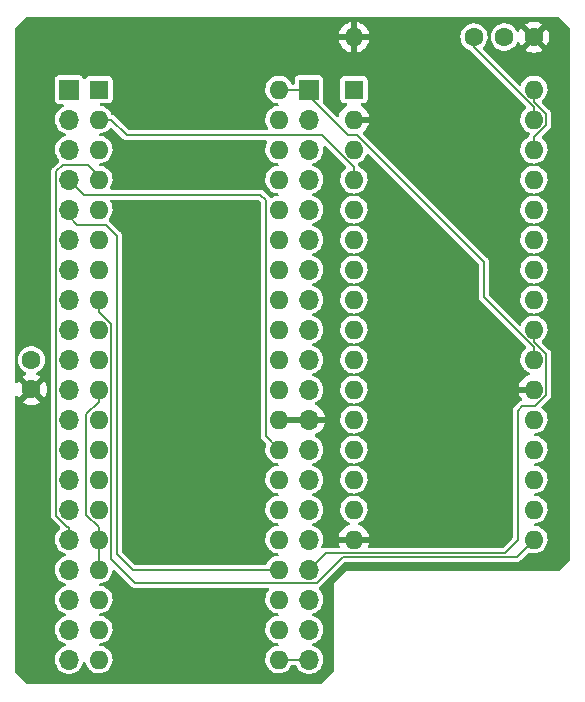
<source format=gtl>
G04 #@! TF.GenerationSoftware,KiCad,Pcbnew,(6.0.9-0)*
G04 #@! TF.CreationDate,2022-11-14T21:54:49+09:00*
G04 #@! TF.ProjectId,MEZ80RAM,4d455a38-3052-4414-9d2e-6b696361645f,A*
G04 #@! TF.SameCoordinates,PX5f5e100PY8f0d180*
G04 #@! TF.FileFunction,Copper,L1,Top*
G04 #@! TF.FilePolarity,Positive*
%FSLAX46Y46*%
G04 Gerber Fmt 4.6, Leading zero omitted, Abs format (unit mm)*
G04 Created by KiCad (PCBNEW (6.0.9-0)) date 2022-11-14 21:54:49*
%MOMM*%
%LPD*%
G01*
G04 APERTURE LIST*
G04 #@! TA.AperFunction,ComponentPad*
%ADD10R,1.600000X1.600000*%
G04 #@! TD*
G04 #@! TA.AperFunction,ComponentPad*
%ADD11O,1.600000X1.600000*%
G04 #@! TD*
G04 #@! TA.AperFunction,ComponentPad*
%ADD12C,1.600000*%
G04 #@! TD*
G04 #@! TA.AperFunction,ComponentPad*
%ADD13R,1.700000X1.700000*%
G04 #@! TD*
G04 #@! TA.AperFunction,ComponentPad*
%ADD14O,1.700000X1.700000*%
G04 #@! TD*
G04 #@! TA.AperFunction,ViaPad*
%ADD15C,0.605000*%
G04 #@! TD*
G04 #@! TA.AperFunction,Conductor*
%ADD16C,0.152400*%
G04 #@! TD*
G04 APERTURE END LIST*
D10*
X29210000Y50800000D03*
D11*
X29210000Y48260000D03*
X29210000Y45720000D03*
X29210000Y43180000D03*
X29210000Y40640000D03*
X29210000Y38100000D03*
X29210000Y35560000D03*
X29210000Y33020000D03*
X29210000Y30480000D03*
X29210000Y27940000D03*
X29210000Y25400000D03*
X29210000Y22860000D03*
X29210000Y20320000D03*
X29210000Y17780000D03*
X29210000Y15240000D03*
X29210000Y12700000D03*
X44450000Y12700000D03*
X44450000Y15240000D03*
X44450000Y17780000D03*
X44450000Y20320000D03*
X44450000Y22860000D03*
X44450000Y25400000D03*
X44450000Y27940000D03*
X44450000Y30480000D03*
X44450000Y33020000D03*
X44450000Y35560000D03*
X44450000Y38100000D03*
X44450000Y40640000D03*
X44450000Y43180000D03*
X44450000Y45720000D03*
X44450000Y48260000D03*
X44450000Y50800000D03*
D10*
X7620000Y50800000D03*
D11*
X7620000Y48260000D03*
X7620000Y45720000D03*
X7620000Y43180000D03*
X7620000Y40640000D03*
X7620000Y38100000D03*
X7620000Y35560000D03*
X7620000Y33020000D03*
X7620000Y30480000D03*
X7620000Y27940000D03*
X7620000Y25400000D03*
X7620000Y22860000D03*
X7620000Y20320000D03*
X7620000Y17780000D03*
X7620000Y15240000D03*
X7620000Y12700000D03*
X7620000Y10160000D03*
X7620000Y7620000D03*
X7620000Y5080000D03*
X7620000Y2540000D03*
X22860000Y2540000D03*
X22860000Y5080000D03*
X22860000Y7620000D03*
X22860000Y10160000D03*
X22860000Y12700000D03*
X22860000Y15240000D03*
X22860000Y17780000D03*
X22860000Y20320000D03*
X22860000Y22860000D03*
X22860000Y25400000D03*
X22860000Y27940000D03*
X22860000Y30480000D03*
X22860000Y33020000D03*
X22860000Y35560000D03*
X22860000Y38100000D03*
X22860000Y40640000D03*
X22860000Y43180000D03*
X22860000Y45720000D03*
X22860000Y48260000D03*
X22860000Y50800000D03*
D12*
X41950000Y55245000D03*
X44450000Y55245000D03*
X1905000Y27920000D03*
X1905000Y25420000D03*
X39375000Y55245000D03*
D11*
X29215000Y55245000D03*
D13*
X5085000Y50805000D03*
D14*
X5085000Y48265000D03*
X5085000Y45725000D03*
X5085000Y43185000D03*
X5085000Y40645000D03*
X5085000Y38105000D03*
X5085000Y35565000D03*
X5085000Y33025000D03*
X5085000Y30485000D03*
X5085000Y27945000D03*
X5085000Y25405000D03*
X5085000Y22865000D03*
X5085000Y20325000D03*
X5085000Y17785000D03*
X5085000Y15245000D03*
X5085000Y12705000D03*
X5085000Y10165000D03*
X5085000Y7625000D03*
X5085000Y5085000D03*
X5085000Y2545000D03*
D13*
X25405000Y50800000D03*
D14*
X25405000Y48260000D03*
X25405000Y45720000D03*
X25405000Y43180000D03*
X25405000Y40640000D03*
X25405000Y38100000D03*
X25405000Y35560000D03*
X25405000Y33020000D03*
X25405000Y30480000D03*
X25405000Y27940000D03*
X25405000Y25400000D03*
X25405000Y22860000D03*
X25405000Y20320000D03*
X25405000Y17780000D03*
X25405000Y15240000D03*
X25405000Y12700000D03*
X25405000Y10160000D03*
X25405000Y7620000D03*
X25405000Y5080000D03*
X25405000Y2540000D03*
D15*
X10160000Y43180000D03*
X31750000Y31115000D03*
X31750000Y43180000D03*
X20320000Y40640000D03*
X46355000Y44450000D03*
X1905000Y1905000D03*
X10160000Y40640000D03*
X1905000Y55245000D03*
X15240000Y43180000D03*
X10160000Y12700000D03*
X24130000Y1270000D03*
X46355000Y12700000D03*
X38735000Y35560000D03*
X15240000Y12700000D03*
X34925000Y43180000D03*
X20320000Y12700000D03*
X20320000Y24130000D03*
X41275000Y35560000D03*
X1270000Y40640000D03*
X20320000Y43180000D03*
X1905000Y12700000D03*
X15240000Y1905000D03*
X10160000Y24130000D03*
X15240000Y40640000D03*
D16*
X44450000Y50800000D02*
X44450000Y49771100D01*
X45488800Y47787700D02*
X44450000Y46748900D01*
X44450000Y45720000D02*
X44450000Y46748900D01*
X6541000Y23292100D02*
X7620000Y24371100D01*
X44450000Y49771100D02*
X45488800Y48732300D01*
X44450000Y49771100D02*
X45488800Y48732300D01*
X7620000Y10160000D02*
X7620000Y12700000D01*
X44450000Y45720000D02*
X44450000Y46748900D01*
X45488800Y48732300D02*
X45488800Y47787700D01*
X7620000Y12700000D02*
X7620000Y13728900D01*
X45488800Y48732300D02*
X45488800Y47787700D01*
X7620000Y13728900D02*
X6541000Y14807900D01*
X44450000Y50800000D02*
X44450000Y49771100D01*
X7620000Y25400000D02*
X7620000Y24371100D01*
X6541000Y14807900D02*
X6541000Y23292100D01*
X45488800Y47787700D02*
X44450000Y46748900D01*
X7620000Y48260000D02*
X8648900Y48260000D01*
X29210000Y43180000D02*
X29210000Y44208900D01*
X9983000Y46925900D02*
X26493000Y46925900D01*
X26493000Y46925900D02*
X29210000Y44208900D01*
X8648900Y48260000D02*
X9983000Y46925900D01*
X5085000Y13783900D02*
X4950100Y13783900D01*
X5085000Y12705000D02*
X5085000Y13783900D01*
X4572000Y44450000D02*
X6654800Y44450000D01*
X4950100Y13783900D02*
X3998200Y14735800D01*
X7620000Y43484800D02*
X7620000Y43180000D01*
X3998200Y14735800D02*
X3998200Y43876200D01*
X3998200Y43876200D02*
X4572000Y44450000D01*
X6654800Y44450000D02*
X7620000Y43484800D01*
X39375000Y54363900D02*
X44450000Y49288900D01*
X39375000Y55245000D02*
X39375000Y54363900D01*
X44450000Y48260000D02*
X44450000Y49288900D01*
X7620000Y33020000D02*
X7620000Y31991100D01*
X7620000Y31991100D02*
X8648900Y30962200D01*
X10674900Y9035500D02*
X26053500Y9035500D01*
X42976800Y11226800D02*
X44450000Y12700000D01*
X28244800Y11226800D02*
X42976800Y11226800D01*
X26053500Y9035500D02*
X28244800Y11226800D01*
X8648900Y30962200D02*
X8648900Y11061500D01*
X8648900Y11061500D02*
X10674900Y9035500D01*
X8178800Y39370000D02*
X5791200Y39370000D01*
X5085000Y40076200D02*
X5085000Y40645000D01*
X5791200Y39370000D02*
X5085000Y40076200D01*
X10464800Y10160000D02*
X9144000Y11480800D01*
X9144000Y11480800D02*
X9144000Y38404800D01*
X9144000Y38404800D02*
X8178800Y39370000D01*
X22860000Y10160000D02*
X10464800Y10160000D01*
X29457300Y46990000D02*
X40213100Y36234200D01*
X44450000Y27940000D02*
X44450000Y28968900D01*
X25405000Y50260600D02*
X28675600Y46990000D01*
X40213100Y36234200D02*
X40213100Y33205800D01*
X40213100Y33205800D02*
X44450000Y28968900D01*
X28675600Y46990000D02*
X29457300Y46990000D01*
X25405000Y50800000D02*
X25405000Y50260600D01*
X22860000Y50800000D02*
X25405000Y50800000D01*
X41960800Y11531600D02*
X26720800Y11531600D01*
X26720800Y11531600D02*
X26720800Y11475800D01*
X45495600Y28405500D02*
X44450000Y29451100D01*
X43479800Y24023400D02*
X43078400Y23622000D01*
X45495600Y24958900D02*
X45495600Y28405500D01*
X44560100Y24023400D02*
X43479800Y24023400D01*
X44560100Y24023400D02*
X45495600Y24958900D01*
X43078400Y12649200D02*
X41960800Y11531600D01*
X44450000Y30480000D02*
X44450000Y29451100D01*
X26720800Y11475800D02*
X25405000Y10160000D01*
X43078400Y23622000D02*
X43078400Y12649200D01*
X25405000Y2540000D02*
X22860000Y2540000D01*
X21742400Y21437600D02*
X22860000Y20320000D01*
X6360000Y41910000D02*
X21285200Y41910000D01*
X5085000Y43185000D02*
X6360000Y41910000D01*
X21742400Y41452800D02*
X21742400Y21437600D01*
X21285200Y41910000D02*
X21742400Y41452800D01*
G04 #@! TA.AperFunction,Conductor*
G36*
X46518198Y56919998D02*
G01*
X46536373Y56905809D01*
X47453032Y56044150D01*
X47460299Y56037319D01*
X47496234Y55976088D01*
X47500000Y55945512D01*
X47500000Y11052190D01*
X47479998Y10984069D01*
X47463095Y10963095D01*
X46536905Y10036905D01*
X46474593Y10002879D01*
X46447810Y10000000D01*
X28500000Y10000000D01*
X27500000Y9000000D01*
X27500000Y1552191D01*
X27479998Y1484070D01*
X27463096Y1463096D01*
X26536780Y536778D01*
X26474467Y502753D01*
X26447988Y499873D01*
X12206061Y465694D01*
X1554532Y440131D01*
X1486364Y459970D01*
X1462578Y479667D01*
X623090Y1369525D01*
X534348Y1463591D01*
X502152Y1526868D01*
X500000Y1550055D01*
X500000Y14722245D01*
X3566892Y14722245D01*
X3568584Y14712983D01*
X3568584Y14712974D01*
X3576863Y14667648D01*
X3577514Y14663740D01*
X3585756Y14608916D01*
X3588716Y14602752D01*
X3589945Y14596023D01*
X3615522Y14546785D01*
X3617279Y14543269D01*
X3637220Y14501741D01*
X3637222Y14501737D01*
X3641298Y14493250D01*
X3645941Y14488228D01*
X3649093Y14482159D01*
X3653174Y14477381D01*
X3688349Y14442206D01*
X3691778Y14438641D01*
X3728395Y14399029D01*
X3734487Y14395490D01*
X3740024Y14390531D01*
X4320548Y13810007D01*
X4354574Y13747695D01*
X4349509Y13676880D01*
X4314531Y13626181D01*
X4210457Y13534910D01*
X4073863Y13361640D01*
X3971131Y13166380D01*
X3905703Y12955667D01*
X3879770Y12736560D01*
X3894200Y12516396D01*
X3895621Y12510800D01*
X3895622Y12510795D01*
X3919050Y12418548D01*
X3948511Y12302548D01*
X3950928Y12297306D01*
X3950928Y12297305D01*
X4033788Y12117570D01*
X4040883Y12102179D01*
X4168222Y11921998D01*
X4326264Y11768039D01*
X4331060Y11764834D01*
X4331063Y11764832D01*
X4420324Y11705190D01*
X4509717Y11645460D01*
X4515020Y11643182D01*
X4515023Y11643180D01*
X4707129Y11560645D01*
X4712436Y11558365D01*
X4718071Y11557090D01*
X4718074Y11557089D01*
X4719484Y11556770D01*
X4720083Y11556436D01*
X4723562Y11555306D01*
X4723340Y11554623D01*
X4781511Y11522228D01*
X4815016Y11459634D01*
X4809362Y11388863D01*
X4766344Y11332384D01*
X4735287Y11315665D01*
X4571376Y11255196D01*
X4571368Y11255192D01*
X4565957Y11253196D01*
X4560996Y11250244D01*
X4560995Y11250244D01*
X4458886Y11189495D01*
X4376341Y11140386D01*
X4210457Y10994910D01*
X4073863Y10821640D01*
X3971131Y10626380D01*
X3905703Y10415667D01*
X3879770Y10196560D01*
X3894200Y9976396D01*
X3895621Y9970800D01*
X3895622Y9970795D01*
X3935847Y9812411D01*
X3948511Y9762548D01*
X3950928Y9757306D01*
X3950928Y9757305D01*
X3989046Y9674621D01*
X4040883Y9562179D01*
X4168222Y9381998D01*
X4326264Y9228039D01*
X4331060Y9224834D01*
X4331063Y9224832D01*
X4438749Y9152879D01*
X4509717Y9105460D01*
X4515020Y9103182D01*
X4515023Y9103180D01*
X4707129Y9020645D01*
X4712436Y9018365D01*
X4718071Y9017090D01*
X4718074Y9017089D01*
X4719484Y9016770D01*
X4720083Y9016436D01*
X4723562Y9015306D01*
X4723340Y9014623D01*
X4781511Y8982228D01*
X4815016Y8919634D01*
X4809362Y8848863D01*
X4766344Y8792384D01*
X4735287Y8775665D01*
X4571376Y8715196D01*
X4571368Y8715192D01*
X4565957Y8713196D01*
X4560996Y8710244D01*
X4560995Y8710244D01*
X4390321Y8608703D01*
X4376341Y8600386D01*
X4210457Y8454910D01*
X4073863Y8281640D01*
X3971131Y8086380D01*
X3905703Y7875667D01*
X3879770Y7656560D01*
X3894200Y7436396D01*
X3895621Y7430800D01*
X3895622Y7430795D01*
X3919050Y7338548D01*
X3948511Y7222548D01*
X3950928Y7217306D01*
X3950928Y7217305D01*
X4033788Y7037570D01*
X4040883Y7022179D01*
X4168222Y6841998D01*
X4326264Y6688039D01*
X4331060Y6684834D01*
X4331063Y6684832D01*
X4422744Y6623573D01*
X4509717Y6565460D01*
X4515020Y6563182D01*
X4515023Y6563180D01*
X4707129Y6480645D01*
X4712436Y6478365D01*
X4718071Y6477090D01*
X4718074Y6477089D01*
X4719484Y6476770D01*
X4720083Y6476436D01*
X4723562Y6475306D01*
X4723340Y6474623D01*
X4781511Y6442228D01*
X4815016Y6379634D01*
X4809362Y6308863D01*
X4766344Y6252384D01*
X4735287Y6235665D01*
X4571376Y6175196D01*
X4571368Y6175192D01*
X4565957Y6173196D01*
X4560996Y6170244D01*
X4560995Y6170244D01*
X4458886Y6109495D01*
X4376341Y6060386D01*
X4210457Y5914910D01*
X4073863Y5741640D01*
X3971131Y5546380D01*
X3905703Y5335667D01*
X3879770Y5116560D01*
X3894200Y4896396D01*
X3895621Y4890800D01*
X3895622Y4890795D01*
X3919050Y4798548D01*
X3948511Y4682548D01*
X3950928Y4677306D01*
X3950928Y4677305D01*
X4033788Y4497570D01*
X4040883Y4482179D01*
X4168222Y4301998D01*
X4326264Y4148039D01*
X4331060Y4144834D01*
X4331063Y4144832D01*
X4422744Y4083573D01*
X4509717Y4025460D01*
X4515020Y4023182D01*
X4515023Y4023180D01*
X4707129Y3940645D01*
X4712436Y3938365D01*
X4718071Y3937090D01*
X4718074Y3937089D01*
X4719484Y3936770D01*
X4720083Y3936436D01*
X4723562Y3935306D01*
X4723340Y3934623D01*
X4781511Y3902228D01*
X4815016Y3839634D01*
X4809362Y3768863D01*
X4766344Y3712384D01*
X4735287Y3695665D01*
X4571376Y3635196D01*
X4571368Y3635192D01*
X4565957Y3633196D01*
X4560996Y3630244D01*
X4560995Y3630244D01*
X4458886Y3569495D01*
X4376341Y3520386D01*
X4210457Y3374910D01*
X4073863Y3201640D01*
X3971131Y3006380D01*
X3905703Y2795667D01*
X3879770Y2576560D01*
X3894200Y2356396D01*
X3895621Y2350800D01*
X3895622Y2350795D01*
X3919050Y2258548D01*
X3948511Y2142548D01*
X3950928Y2137306D01*
X3950928Y2137305D01*
X4033788Y1957570D01*
X4040883Y1942179D01*
X4168222Y1761998D01*
X4326264Y1608039D01*
X4331060Y1604834D01*
X4331063Y1604832D01*
X4422744Y1543573D01*
X4509717Y1485460D01*
X4515020Y1483182D01*
X4515023Y1483180D01*
X4707129Y1400645D01*
X4712436Y1398365D01*
X4762742Y1386982D01*
X4921995Y1350946D01*
X4922001Y1350945D01*
X4927632Y1349671D01*
X4933403Y1349444D01*
X4933405Y1349444D01*
X5001211Y1346780D01*
X5148098Y1341009D01*
X5257275Y1356839D01*
X5360738Y1371840D01*
X5360743Y1371841D01*
X5366452Y1372669D01*
X5371916Y1374524D01*
X5371921Y1374525D01*
X5569907Y1441732D01*
X5569912Y1441734D01*
X5575379Y1443590D01*
X5610210Y1463096D01*
X5720013Y1524589D01*
X5767884Y1551398D01*
X5808231Y1584954D01*
X5933086Y1688796D01*
X5937518Y1692482D01*
X5966581Y1727426D01*
X6074908Y1857674D01*
X6074910Y1857677D01*
X6078602Y1862116D01*
X6143606Y1978188D01*
X6183586Y2049578D01*
X6183587Y2049580D01*
X6186410Y2054621D01*
X6188266Y2060088D01*
X6188268Y2060093D01*
X6255473Y2258073D01*
X6255474Y2258078D01*
X6257331Y2263548D01*
X6257804Y2266810D01*
X6292754Y2327680D01*
X6355780Y2360363D01*
X6426471Y2353783D01*
X6482383Y2310029D01*
X6502044Y2267713D01*
X6530845Y2154310D01*
X6533262Y2149067D01*
X6576802Y2054621D01*
X6619369Y1962286D01*
X6741405Y1789609D01*
X6770041Y1761713D01*
X6841109Y1692482D01*
X6892865Y1642063D01*
X6897661Y1638858D01*
X6897664Y1638856D01*
X7023026Y1555092D01*
X7068677Y1524589D01*
X7073985Y1522308D01*
X7073986Y1522308D01*
X7257650Y1443400D01*
X7257653Y1443399D01*
X7262953Y1441122D01*
X7268582Y1439848D01*
X7268583Y1439848D01*
X7463550Y1395731D01*
X7463553Y1395731D01*
X7469186Y1394456D01*
X7474957Y1394229D01*
X7474959Y1394229D01*
X7529400Y1392090D01*
X7680470Y1386154D01*
X7686179Y1386982D01*
X7686183Y1386982D01*
X7884015Y1415667D01*
X7884019Y1415668D01*
X7889730Y1416496D01*
X7977866Y1446414D01*
X8084483Y1482605D01*
X8084488Y1482607D01*
X8089955Y1484463D01*
X8094998Y1487287D01*
X8269395Y1584954D01*
X8269399Y1584957D01*
X8274442Y1587781D01*
X8437012Y1722988D01*
X8572219Y1885558D01*
X8575043Y1890601D01*
X8575046Y1890605D01*
X8672713Y2065002D01*
X8672714Y2065004D01*
X8675537Y2070045D01*
X8677393Y2075512D01*
X8677395Y2075517D01*
X8741222Y2263548D01*
X8743504Y2270270D01*
X8751829Y2327680D01*
X8773314Y2475860D01*
X8773314Y2475862D01*
X8773846Y2479530D01*
X8775429Y2540000D01*
X8756081Y2750560D01*
X8698686Y2954069D01*
X8692458Y2966700D01*
X8607719Y3138531D01*
X8605165Y3143710D01*
X8478651Y3313133D01*
X8323381Y3456663D01*
X8255357Y3499583D01*
X8149434Y3566416D01*
X8149433Y3566416D01*
X8144554Y3569495D01*
X7948160Y3647848D01*
X7942503Y3648973D01*
X7942497Y3648975D01*
X7745234Y3688212D01*
X7682324Y3721119D01*
X7647192Y3782814D01*
X7650992Y3853709D01*
X7692517Y3911295D01*
X7751734Y3936487D01*
X7884015Y3955667D01*
X7884019Y3955668D01*
X7889730Y3956496D01*
X7977866Y3986414D01*
X8084483Y4022605D01*
X8084488Y4022607D01*
X8089955Y4024463D01*
X8094998Y4027287D01*
X8269395Y4124954D01*
X8269399Y4124957D01*
X8274442Y4127781D01*
X8437012Y4262988D01*
X8572219Y4425558D01*
X8575043Y4430601D01*
X8575046Y4430605D01*
X8672713Y4605002D01*
X8672714Y4605004D01*
X8675537Y4610045D01*
X8677393Y4615512D01*
X8677395Y4615517D01*
X8741222Y4803548D01*
X8743504Y4810270D01*
X8745083Y4821155D01*
X8773314Y5015860D01*
X8773314Y5015862D01*
X8773846Y5019530D01*
X8775429Y5080000D01*
X8756081Y5290560D01*
X8698686Y5494069D01*
X8687553Y5516646D01*
X8607719Y5678531D01*
X8605165Y5683710D01*
X8478651Y5853133D01*
X8323381Y5996663D01*
X8255357Y6039583D01*
X8149434Y6106416D01*
X8149433Y6106416D01*
X8144554Y6109495D01*
X7948160Y6187848D01*
X7942503Y6188973D01*
X7942497Y6188975D01*
X7745234Y6228212D01*
X7682324Y6261119D01*
X7647192Y6322814D01*
X7650992Y6393709D01*
X7692517Y6451295D01*
X7751734Y6476487D01*
X7884015Y6495667D01*
X7884019Y6495668D01*
X7889730Y6496496D01*
X7977866Y6526414D01*
X8084483Y6562605D01*
X8084488Y6562607D01*
X8089955Y6564463D01*
X8094998Y6567287D01*
X8269395Y6664954D01*
X8269399Y6664957D01*
X8274442Y6667781D01*
X8437012Y6802988D01*
X8572219Y6965558D01*
X8575043Y6970601D01*
X8575046Y6970605D01*
X8672713Y7145002D01*
X8672714Y7145004D01*
X8675537Y7150045D01*
X8677393Y7155512D01*
X8677395Y7155517D01*
X8741222Y7343548D01*
X8743504Y7350270D01*
X8745083Y7361155D01*
X8773314Y7555860D01*
X8773314Y7555862D01*
X8773846Y7559530D01*
X8775429Y7620000D01*
X8756081Y7830560D01*
X8698686Y8034069D01*
X8687553Y8056646D01*
X8607719Y8218531D01*
X8605165Y8223710D01*
X8478651Y8393133D01*
X8323381Y8536663D01*
X8258529Y8577582D01*
X8149434Y8646416D01*
X8149433Y8646416D01*
X8144554Y8649495D01*
X7948160Y8727848D01*
X7942503Y8728973D01*
X7942497Y8728975D01*
X7745234Y8768212D01*
X7682324Y8801119D01*
X7647192Y8862814D01*
X7650992Y8933709D01*
X7692517Y8991295D01*
X7751734Y9016487D01*
X7884015Y9035667D01*
X7884019Y9035668D01*
X7889730Y9036496D01*
X7977866Y9066414D01*
X8084483Y9102605D01*
X8084488Y9102607D01*
X8089955Y9104463D01*
X8094998Y9107287D01*
X8269395Y9204954D01*
X8269399Y9204957D01*
X8274442Y9207781D01*
X8437012Y9342988D01*
X8572219Y9505558D01*
X8575043Y9510601D01*
X8575046Y9510605D01*
X8672713Y9685002D01*
X8672717Y9685010D01*
X8675537Y9690045D01*
X8677393Y9695512D01*
X8677395Y9695517D01*
X8741647Y9884800D01*
X8743504Y9890270D01*
X8745083Y9901155D01*
X8767359Y10054791D01*
X8796929Y10119336D01*
X8856701Y10157648D01*
X8927698Y10157564D01*
X8981150Y10125805D01*
X10349977Y8756978D01*
X10359832Y8745888D01*
X10373670Y8728334D01*
X10373674Y8728330D01*
X10379504Y8720935D01*
X10387251Y8715580D01*
X10387253Y8715579D01*
X10425132Y8689400D01*
X10428354Y8687098D01*
X10465403Y8659732D01*
X10465407Y8659730D01*
X10472979Y8654137D01*
X10479431Y8651871D01*
X10485057Y8647983D01*
X10494034Y8645144D01*
X10494036Y8645143D01*
X10537961Y8631252D01*
X10541691Y8630007D01*
X10594041Y8611623D01*
X10600877Y8611354D01*
X10607395Y8609293D01*
X10613659Y8608800D01*
X10663420Y8608800D01*
X10668366Y8608703D01*
X10722252Y8606586D01*
X10729063Y8608392D01*
X10736478Y8608800D01*
X21914613Y8608800D01*
X21982734Y8588798D01*
X22029227Y8535142D01*
X22039331Y8464868D01*
X22013563Y8404795D01*
X21894556Y8253835D01*
X21894549Y8253825D01*
X21890976Y8249292D01*
X21888287Y8244181D01*
X21888285Y8244178D01*
X21874792Y8218531D01*
X21792523Y8062164D01*
X21729820Y7860227D01*
X21704967Y7650246D01*
X21718796Y7439251D01*
X21720217Y7433655D01*
X21720218Y7433650D01*
X21769424Y7239905D01*
X21770845Y7234310D01*
X21773262Y7229067D01*
X21816802Y7134621D01*
X21859369Y7042286D01*
X21981405Y6869609D01*
X22010041Y6841713D01*
X22081109Y6772482D01*
X22132865Y6722063D01*
X22137661Y6718858D01*
X22137664Y6718856D01*
X22263026Y6635092D01*
X22308677Y6604589D01*
X22313985Y6602308D01*
X22313986Y6602308D01*
X22497650Y6523400D01*
X22497653Y6523399D01*
X22502953Y6521122D01*
X22508582Y6519848D01*
X22508583Y6519848D01*
X22703550Y6475731D01*
X22703553Y6475731D01*
X22709186Y6474456D01*
X22714958Y6474229D01*
X22720687Y6473475D01*
X22720327Y6470743D01*
X22776604Y6451784D01*
X22820950Y6396341D01*
X22828282Y6325724D01*
X22796271Y6262353D01*
X22735081Y6226349D01*
X22725704Y6224368D01*
X22566650Y6197038D01*
X22566649Y6197038D01*
X22560953Y6196059D01*
X22362575Y6122873D01*
X22357614Y6119921D01*
X22357613Y6119921D01*
X22222577Y6039583D01*
X22180856Y6014762D01*
X22021881Y5875345D01*
X21890976Y5709292D01*
X21888287Y5704181D01*
X21888285Y5704178D01*
X21874792Y5678531D01*
X21792523Y5522164D01*
X21729820Y5320227D01*
X21704967Y5110246D01*
X21718796Y4899251D01*
X21720217Y4893655D01*
X21720218Y4893650D01*
X21769424Y4699905D01*
X21770845Y4694310D01*
X21773262Y4689067D01*
X21816802Y4594621D01*
X21859369Y4502286D01*
X21981405Y4329609D01*
X22010041Y4301713D01*
X22081109Y4232482D01*
X22132865Y4182063D01*
X22137661Y4178858D01*
X22137664Y4178856D01*
X22263026Y4095092D01*
X22308677Y4064589D01*
X22313985Y4062308D01*
X22313986Y4062308D01*
X22497650Y3983400D01*
X22497653Y3983399D01*
X22502953Y3981122D01*
X22508582Y3979848D01*
X22508583Y3979848D01*
X22703550Y3935731D01*
X22703553Y3935731D01*
X22709186Y3934456D01*
X22714958Y3934229D01*
X22720687Y3933475D01*
X22720327Y3930743D01*
X22776604Y3911784D01*
X22820950Y3856341D01*
X22828282Y3785724D01*
X22796271Y3722353D01*
X22735081Y3686349D01*
X22725704Y3684368D01*
X22566650Y3657038D01*
X22566649Y3657038D01*
X22560953Y3656059D01*
X22362575Y3582873D01*
X22357614Y3579921D01*
X22357613Y3579921D01*
X22222577Y3499583D01*
X22180856Y3474762D01*
X22021881Y3335345D01*
X21890976Y3169292D01*
X21888287Y3164181D01*
X21888285Y3164178D01*
X21874792Y3138531D01*
X21792523Y2982164D01*
X21729820Y2780227D01*
X21704967Y2570246D01*
X21718796Y2359251D01*
X21720217Y2353655D01*
X21720218Y2353650D01*
X21769424Y2159905D01*
X21770845Y2154310D01*
X21773262Y2149067D01*
X21816802Y2054621D01*
X21859369Y1962286D01*
X21981405Y1789609D01*
X22010041Y1761713D01*
X22081109Y1692482D01*
X22132865Y1642063D01*
X22137661Y1638858D01*
X22137664Y1638856D01*
X22263026Y1555092D01*
X22308677Y1524589D01*
X22313985Y1522308D01*
X22313986Y1522308D01*
X22497650Y1443400D01*
X22497653Y1443399D01*
X22502953Y1441122D01*
X22508582Y1439848D01*
X22508583Y1439848D01*
X22703550Y1395731D01*
X22703553Y1395731D01*
X22709186Y1394456D01*
X22714957Y1394229D01*
X22714959Y1394229D01*
X22769400Y1392090D01*
X22920470Y1386154D01*
X22926179Y1386982D01*
X22926183Y1386982D01*
X23124015Y1415667D01*
X23124019Y1415668D01*
X23129730Y1416496D01*
X23217866Y1446414D01*
X23324483Y1482605D01*
X23324488Y1482607D01*
X23329955Y1484463D01*
X23334998Y1487287D01*
X23509395Y1584954D01*
X23509399Y1584957D01*
X23514442Y1587781D01*
X23677012Y1722988D01*
X23812219Y1885558D01*
X23903676Y2048866D01*
X23954413Y2098528D01*
X24013610Y2113300D01*
X24199032Y2113300D01*
X24267153Y2093298D01*
X24313458Y2040051D01*
X24349308Y1962286D01*
X24360883Y1937179D01*
X24488222Y1756998D01*
X24646264Y1603039D01*
X24651060Y1599834D01*
X24651063Y1599832D01*
X24735261Y1543573D01*
X24829717Y1480460D01*
X24835020Y1478182D01*
X24835023Y1478180D01*
X25015491Y1400645D01*
X25032436Y1393365D01*
X25112088Y1375342D01*
X25241995Y1345946D01*
X25242001Y1345945D01*
X25247632Y1344671D01*
X25253403Y1344444D01*
X25253405Y1344444D01*
X25319738Y1341838D01*
X25468098Y1336009D01*
X25577275Y1351839D01*
X25680738Y1366840D01*
X25680743Y1366841D01*
X25686452Y1367669D01*
X25691916Y1369524D01*
X25691921Y1369525D01*
X25889907Y1436732D01*
X25889912Y1436734D01*
X25895379Y1438590D01*
X25900990Y1441732D01*
X26048941Y1524589D01*
X26087884Y1546398D01*
X26094850Y1552191D01*
X26253086Y1683796D01*
X26257518Y1687482D01*
X26315334Y1756998D01*
X26394908Y1852674D01*
X26394910Y1852677D01*
X26398602Y1857116D01*
X26506410Y2049621D01*
X26508266Y2055088D01*
X26508268Y2055093D01*
X26575475Y2253079D01*
X26575476Y2253084D01*
X26577331Y2258548D01*
X26578159Y2264257D01*
X26578160Y2264262D01*
X26608458Y2473228D01*
X26608991Y2476902D01*
X26610643Y2540000D01*
X26590454Y2759711D01*
X26584802Y2779754D01*
X26560510Y2865887D01*
X26530565Y2972064D01*
X26432980Y3169947D01*
X26413130Y3196530D01*
X26304420Y3342109D01*
X26304420Y3342110D01*
X26300967Y3346733D01*
X26186286Y3452743D01*
X26143189Y3492582D01*
X26143186Y3492584D01*
X26138949Y3496501D01*
X25952350Y3614236D01*
X25749955Y3694983D01*
X25694096Y3738804D01*
X25670795Y3805868D01*
X25687451Y3874883D01*
X25738775Y3923937D01*
X25756144Y3931326D01*
X25889907Y3976732D01*
X25889912Y3976734D01*
X25895379Y3978590D01*
X25900990Y3981732D01*
X26054673Y4067799D01*
X26087884Y4086398D01*
X26098338Y4095092D01*
X26253086Y4223796D01*
X26257518Y4227482D01*
X26315334Y4296998D01*
X26394908Y4392674D01*
X26394910Y4392677D01*
X26398602Y4397116D01*
X26506410Y4589621D01*
X26508266Y4595088D01*
X26508268Y4595093D01*
X26575475Y4793079D01*
X26575476Y4793084D01*
X26577331Y4798548D01*
X26578159Y4804257D01*
X26578160Y4804262D01*
X26608458Y5013228D01*
X26608991Y5016902D01*
X26610643Y5080000D01*
X26590454Y5299711D01*
X26584802Y5319754D01*
X26560509Y5405888D01*
X26530565Y5512064D01*
X26432980Y5709947D01*
X26413130Y5736530D01*
X26304420Y5882109D01*
X26304420Y5882110D01*
X26300967Y5886733D01*
X26186286Y5992743D01*
X26143189Y6032582D01*
X26143186Y6032584D01*
X26138949Y6036501D01*
X25952350Y6154236D01*
X25749955Y6234983D01*
X25694096Y6278804D01*
X25670795Y6345868D01*
X25687451Y6414883D01*
X25738775Y6463937D01*
X25756144Y6471326D01*
X25889907Y6516732D01*
X25889912Y6516734D01*
X25895379Y6518590D01*
X25900990Y6521732D01*
X26054673Y6607799D01*
X26087884Y6626398D01*
X26098338Y6635092D01*
X26253086Y6763796D01*
X26257518Y6767482D01*
X26315334Y6836998D01*
X26394908Y6932674D01*
X26394910Y6932677D01*
X26398602Y6937116D01*
X26506410Y7129621D01*
X26508266Y7135088D01*
X26508268Y7135093D01*
X26575475Y7333079D01*
X26575476Y7333084D01*
X26577331Y7338548D01*
X26578159Y7344257D01*
X26578160Y7344262D01*
X26608458Y7553228D01*
X26608991Y7556902D01*
X26610643Y7620000D01*
X26590454Y7839711D01*
X26584802Y7859754D01*
X26560510Y7945887D01*
X26530565Y8052064D01*
X26432980Y8249947D01*
X26413130Y8276530D01*
X26304420Y8422109D01*
X26304420Y8422110D01*
X26300967Y8426733D01*
X26296729Y8430651D01*
X26296725Y8430655D01*
X26256116Y8468194D01*
X26219671Y8529122D01*
X26221952Y8600082D01*
X26262234Y8658544D01*
X26287106Y8674303D01*
X26287560Y8674521D01*
X26287561Y8674522D01*
X26296050Y8678598D01*
X26301072Y8683241D01*
X26307141Y8686393D01*
X26311919Y8690474D01*
X26347094Y8725649D01*
X26350660Y8729079D01*
X26383356Y8759303D01*
X26390271Y8765695D01*
X26393810Y8771787D01*
X26398769Y8777324D01*
X28384640Y10763195D01*
X28446952Y10797221D01*
X28473735Y10800100D01*
X42943990Y10800100D01*
X42958798Y10799227D01*
X42990355Y10795492D01*
X42999617Y10797184D01*
X42999626Y10797184D01*
X43044952Y10805463D01*
X43048860Y10806114D01*
X43050889Y10806419D01*
X43103684Y10814356D01*
X43109848Y10817316D01*
X43116577Y10818545D01*
X43165815Y10844122D01*
X43169331Y10845879D01*
X43210859Y10865820D01*
X43210863Y10865822D01*
X43219350Y10869898D01*
X43224372Y10874541D01*
X43230441Y10877693D01*
X43235219Y10881774D01*
X43270394Y10916949D01*
X43273960Y10920379D01*
X43287757Y10933133D01*
X43313571Y10956995D01*
X43317110Y10963087D01*
X43322069Y10968624D01*
X43935775Y11582330D01*
X43998087Y11616356D01*
X44074604Y11609004D01*
X44087638Y11603405D01*
X44087643Y11603403D01*
X44092953Y11601122D01*
X44190103Y11579139D01*
X44293550Y11555731D01*
X44293553Y11555731D01*
X44299186Y11554456D01*
X44304957Y11554229D01*
X44304959Y11554229D01*
X44366989Y11551792D01*
X44510470Y11546154D01*
X44516179Y11546982D01*
X44516183Y11546982D01*
X44714015Y11575667D01*
X44714019Y11575668D01*
X44719730Y11576496D01*
X44816206Y11609245D01*
X44914483Y11642605D01*
X44914488Y11642607D01*
X44919955Y11644463D01*
X44924998Y11647287D01*
X45099395Y11744954D01*
X45099399Y11744957D01*
X45104442Y11747781D01*
X45267012Y11882988D01*
X45402219Y12045558D01*
X45405043Y12050601D01*
X45405046Y12050605D01*
X45502713Y12225002D01*
X45502714Y12225004D01*
X45505537Y12230045D01*
X45507393Y12235512D01*
X45507395Y12235517D01*
X45571222Y12423548D01*
X45573504Y12430270D01*
X45575083Y12441155D01*
X45603314Y12635860D01*
X45603314Y12635862D01*
X45603846Y12639530D01*
X45605429Y12700000D01*
X45586081Y12910560D01*
X45528686Y13114069D01*
X45517553Y13136646D01*
X45437719Y13298531D01*
X45435165Y13303710D01*
X45308651Y13473133D01*
X45153381Y13616663D01*
X45085357Y13659583D01*
X44979434Y13726416D01*
X44979433Y13726416D01*
X44974554Y13729495D01*
X44778160Y13807848D01*
X44772503Y13808973D01*
X44772497Y13808975D01*
X44575234Y13848212D01*
X44512324Y13881119D01*
X44477192Y13942814D01*
X44480992Y14013709D01*
X44522517Y14071295D01*
X44581734Y14096487D01*
X44714015Y14115667D01*
X44714019Y14115668D01*
X44719730Y14116496D01*
X44807866Y14146414D01*
X44914483Y14182605D01*
X44914490Y14182608D01*
X44919955Y14184463D01*
X44924998Y14187287D01*
X45099395Y14284954D01*
X45099399Y14284957D01*
X45104442Y14287781D01*
X45267012Y14422988D01*
X45402219Y14585558D01*
X45405043Y14590601D01*
X45405046Y14590605D01*
X45502713Y14765002D01*
X45502714Y14765004D01*
X45505537Y14770045D01*
X45507393Y14775512D01*
X45507395Y14775517D01*
X45569525Y14958548D01*
X45573504Y14970270D01*
X45575083Y14981155D01*
X45603314Y15175860D01*
X45603314Y15175862D01*
X45603846Y15179530D01*
X45605429Y15240000D01*
X45586081Y15450560D01*
X45528686Y15654069D01*
X45517553Y15676646D01*
X45437719Y15838531D01*
X45435165Y15843710D01*
X45308651Y16013133D01*
X45153381Y16156663D01*
X45085357Y16199583D01*
X44979434Y16266416D01*
X44979433Y16266416D01*
X44974554Y16269495D01*
X44778160Y16347848D01*
X44772503Y16348973D01*
X44772497Y16348975D01*
X44575234Y16388212D01*
X44512324Y16421119D01*
X44477192Y16482814D01*
X44480992Y16553709D01*
X44522517Y16611295D01*
X44581734Y16636487D01*
X44714015Y16655667D01*
X44714019Y16655668D01*
X44719730Y16656496D01*
X44803179Y16684823D01*
X44914483Y16722605D01*
X44914488Y16722607D01*
X44919955Y16724463D01*
X44932192Y16731316D01*
X45099395Y16824954D01*
X45099399Y16824957D01*
X45104442Y16827781D01*
X45267012Y16962988D01*
X45402219Y17125558D01*
X45405043Y17130601D01*
X45405046Y17130605D01*
X45502713Y17305002D01*
X45502714Y17305004D01*
X45505537Y17310045D01*
X45507393Y17315512D01*
X45507395Y17315517D01*
X45569525Y17498548D01*
X45573504Y17510270D01*
X45575083Y17521155D01*
X45603314Y17715860D01*
X45603314Y17715862D01*
X45603846Y17719530D01*
X45605429Y17780000D01*
X45586081Y17990560D01*
X45528686Y18194069D01*
X45517553Y18216646D01*
X45437719Y18378531D01*
X45435165Y18383710D01*
X45308651Y18553133D01*
X45153381Y18696663D01*
X45085357Y18739583D01*
X44979434Y18806416D01*
X44979433Y18806416D01*
X44974554Y18809495D01*
X44778160Y18887848D01*
X44772503Y18888973D01*
X44772497Y18888975D01*
X44575234Y18928212D01*
X44512324Y18961119D01*
X44477192Y19022814D01*
X44480992Y19093709D01*
X44522517Y19151295D01*
X44581734Y19176487D01*
X44714015Y19195667D01*
X44714019Y19195668D01*
X44719730Y19196496D01*
X44803179Y19224823D01*
X44914483Y19262605D01*
X44914488Y19262607D01*
X44919955Y19264463D01*
X44932192Y19271316D01*
X45099395Y19364954D01*
X45099399Y19364957D01*
X45104442Y19367781D01*
X45267012Y19502988D01*
X45402219Y19665558D01*
X45405043Y19670601D01*
X45405046Y19670605D01*
X45502713Y19845002D01*
X45502714Y19845004D01*
X45505537Y19850045D01*
X45507393Y19855512D01*
X45507395Y19855517D01*
X45569525Y20038548D01*
X45573504Y20050270D01*
X45575083Y20061155D01*
X45603314Y20255860D01*
X45603314Y20255862D01*
X45603846Y20259530D01*
X45605429Y20320000D01*
X45586081Y20530560D01*
X45528686Y20734069D01*
X45517553Y20756646D01*
X45437719Y20918531D01*
X45435165Y20923710D01*
X45308651Y21093133D01*
X45208286Y21185910D01*
X45157622Y21232743D01*
X45157620Y21232745D01*
X45153381Y21236663D01*
X45085357Y21279583D01*
X44979434Y21346416D01*
X44979433Y21346416D01*
X44974554Y21349495D01*
X44778160Y21427848D01*
X44772503Y21428973D01*
X44772497Y21428975D01*
X44575234Y21468212D01*
X44512324Y21501119D01*
X44477192Y21562814D01*
X44480992Y21633709D01*
X44522517Y21691295D01*
X44581734Y21716487D01*
X44714015Y21735667D01*
X44714019Y21735668D01*
X44719730Y21736496D01*
X44803179Y21764823D01*
X44914483Y21802605D01*
X44914488Y21802607D01*
X44919955Y21804463D01*
X44932192Y21811316D01*
X45099395Y21904954D01*
X45099399Y21904957D01*
X45104442Y21907781D01*
X45267012Y22042988D01*
X45402219Y22205558D01*
X45405043Y22210601D01*
X45405046Y22210605D01*
X45502713Y22385002D01*
X45502714Y22385004D01*
X45505537Y22390045D01*
X45507393Y22395512D01*
X45507395Y22395517D01*
X45571647Y22584800D01*
X45573504Y22590270D01*
X45594055Y22732000D01*
X45603314Y22795860D01*
X45603314Y22795862D01*
X45603846Y22799530D01*
X45605429Y22860000D01*
X45586081Y23070560D01*
X45528686Y23274069D01*
X45518796Y23294125D01*
X45437719Y23458531D01*
X45435165Y23463710D01*
X45308651Y23633133D01*
X45153381Y23776663D01*
X45148496Y23779745D01*
X45148491Y23779749D01*
X45141694Y23784038D01*
X45094757Y23837306D01*
X45084071Y23907494D01*
X45113027Y23972317D01*
X45119837Y23979692D01*
X45774125Y24633981D01*
X45785216Y24643836D01*
X45802762Y24657668D01*
X45810165Y24663504D01*
X45841754Y24709210D01*
X45843960Y24712298D01*
X45876963Y24756979D01*
X45879229Y24763431D01*
X45883117Y24769057D01*
X45893670Y24802424D01*
X45899848Y24821961D01*
X45901102Y24825719D01*
X45901739Y24827531D01*
X45919477Y24878041D01*
X45919746Y24884877D01*
X45921807Y24891395D01*
X45922300Y24897659D01*
X45922300Y24947420D01*
X45922397Y24952366D01*
X45922549Y24956239D01*
X45924514Y25006252D01*
X45922708Y25013063D01*
X45922300Y25020478D01*
X45922300Y28372689D01*
X45923173Y28387500D01*
X45924816Y28401380D01*
X45926908Y28419054D01*
X45916936Y28473655D01*
X45916287Y28477553D01*
X45909444Y28523072D01*
X45908044Y28532384D01*
X45905084Y28538549D01*
X45903855Y28545276D01*
X45878297Y28594478D01*
X45876530Y28598015D01*
X45856581Y28639558D01*
X45856577Y28639564D01*
X45852502Y28648050D01*
X45847858Y28653074D01*
X45844707Y28659140D01*
X45840627Y28663918D01*
X45805451Y28699094D01*
X45802021Y28702660D01*
X45771797Y28735356D01*
X45771798Y28735356D01*
X45765405Y28742271D01*
X45759313Y28745810D01*
X45753776Y28750769D01*
X45132394Y29372151D01*
X45098368Y29434463D01*
X45103433Y29505278D01*
X45140917Y29558117D01*
X45267012Y29662988D01*
X45402219Y29825558D01*
X45405043Y29830601D01*
X45405046Y29830605D01*
X45502713Y30005002D01*
X45502714Y30005004D01*
X45505537Y30010045D01*
X45507393Y30015512D01*
X45507395Y30015517D01*
X45571222Y30203548D01*
X45573504Y30210270D01*
X45575083Y30221155D01*
X45603314Y30415860D01*
X45603314Y30415862D01*
X45603846Y30419530D01*
X45605429Y30480000D01*
X45586081Y30690560D01*
X45528686Y30894069D01*
X45522803Y30906000D01*
X45437719Y31078531D01*
X45435165Y31083710D01*
X45308651Y31253133D01*
X45153381Y31396663D01*
X45085357Y31439583D01*
X44979434Y31506416D01*
X44979433Y31506416D01*
X44974554Y31509495D01*
X44778160Y31587848D01*
X44772503Y31588973D01*
X44772497Y31588975D01*
X44575234Y31628212D01*
X44512324Y31661119D01*
X44477192Y31722814D01*
X44480992Y31793709D01*
X44522517Y31851295D01*
X44581734Y31876487D01*
X44714015Y31895667D01*
X44714019Y31895668D01*
X44719730Y31896496D01*
X44799547Y31923590D01*
X44914483Y31962605D01*
X44914488Y31962607D01*
X44919955Y31964463D01*
X44924998Y31967287D01*
X45099395Y32064954D01*
X45099399Y32064957D01*
X45104442Y32067781D01*
X45267012Y32202988D01*
X45402219Y32365558D01*
X45405043Y32370601D01*
X45405046Y32370605D01*
X45502713Y32545002D01*
X45502714Y32545004D01*
X45505537Y32550045D01*
X45507393Y32555512D01*
X45507395Y32555517D01*
X45571222Y32743548D01*
X45573504Y32750270D01*
X45575083Y32761155D01*
X45603314Y32955860D01*
X45603314Y32955862D01*
X45603846Y32959530D01*
X45605429Y33020000D01*
X45586081Y33230560D01*
X45528686Y33434069D01*
X45517553Y33456646D01*
X45437719Y33618531D01*
X45435165Y33623710D01*
X45308651Y33793133D01*
X45153381Y33936663D01*
X45085357Y33979583D01*
X44979434Y34046416D01*
X44979433Y34046416D01*
X44974554Y34049495D01*
X44778160Y34127848D01*
X44772503Y34128973D01*
X44772497Y34128975D01*
X44575234Y34168212D01*
X44512324Y34201119D01*
X44477192Y34262814D01*
X44480992Y34333709D01*
X44522517Y34391295D01*
X44581734Y34416487D01*
X44714015Y34435667D01*
X44714019Y34435668D01*
X44719730Y34436496D01*
X44799547Y34463590D01*
X44914483Y34502605D01*
X44914488Y34502607D01*
X44919955Y34504463D01*
X44961805Y34527900D01*
X45099395Y34604954D01*
X45099399Y34604957D01*
X45104442Y34607781D01*
X45267012Y34742988D01*
X45402219Y34905558D01*
X45405043Y34910601D01*
X45405046Y34910605D01*
X45502713Y35085002D01*
X45502714Y35085004D01*
X45505537Y35090045D01*
X45507393Y35095512D01*
X45507395Y35095517D01*
X45571222Y35283548D01*
X45573504Y35290270D01*
X45575083Y35301155D01*
X45603314Y35495860D01*
X45603314Y35495862D01*
X45603846Y35499530D01*
X45605429Y35560000D01*
X45586081Y35770560D01*
X45528686Y35974069D01*
X45517553Y35996646D01*
X45437719Y36158531D01*
X45435165Y36163710D01*
X45308651Y36333133D01*
X45207397Y36426731D01*
X45157622Y36472743D01*
X45157620Y36472745D01*
X45153381Y36476663D01*
X45085357Y36519583D01*
X44979434Y36586416D01*
X44979433Y36586416D01*
X44974554Y36589495D01*
X44778160Y36667848D01*
X44772503Y36668973D01*
X44772497Y36668975D01*
X44575234Y36708212D01*
X44512324Y36741119D01*
X44477192Y36802814D01*
X44480992Y36873709D01*
X44522517Y36931295D01*
X44581734Y36956487D01*
X44714015Y36975667D01*
X44714019Y36975668D01*
X44719730Y36976496D01*
X44799547Y37003590D01*
X44914483Y37042605D01*
X44914488Y37042607D01*
X44919955Y37044463D01*
X44961805Y37067900D01*
X45099395Y37144954D01*
X45099399Y37144957D01*
X45104442Y37147781D01*
X45267012Y37282988D01*
X45402219Y37445558D01*
X45405043Y37450601D01*
X45405046Y37450605D01*
X45502713Y37625002D01*
X45502714Y37625004D01*
X45505537Y37630045D01*
X45507393Y37635512D01*
X45507395Y37635517D01*
X45571222Y37823548D01*
X45573504Y37830270D01*
X45575083Y37841155D01*
X45603314Y38035860D01*
X45603314Y38035862D01*
X45603846Y38039530D01*
X45605429Y38100000D01*
X45586081Y38310560D01*
X45528686Y38514069D01*
X45520000Y38531684D01*
X45437719Y38698531D01*
X45435165Y38703710D01*
X45308651Y38873133D01*
X45153381Y39016663D01*
X44974554Y39129495D01*
X44778160Y39207848D01*
X44772503Y39208973D01*
X44772497Y39208975D01*
X44575234Y39248212D01*
X44512324Y39281119D01*
X44477192Y39342814D01*
X44480992Y39413709D01*
X44522517Y39471295D01*
X44581734Y39496487D01*
X44714015Y39515667D01*
X44714019Y39515668D01*
X44719730Y39516496D01*
X44798987Y39543400D01*
X44914483Y39582605D01*
X44914488Y39582607D01*
X44919955Y39584463D01*
X44961805Y39607900D01*
X45099395Y39684954D01*
X45099399Y39684957D01*
X45104442Y39687781D01*
X45267012Y39822988D01*
X45402219Y39985558D01*
X45405043Y39990601D01*
X45405046Y39990605D01*
X45502713Y40165002D01*
X45502714Y40165004D01*
X45505537Y40170045D01*
X45507393Y40175512D01*
X45507395Y40175517D01*
X45571222Y40363548D01*
X45573504Y40370270D01*
X45575083Y40381155D01*
X45603314Y40575860D01*
X45603314Y40575862D01*
X45603846Y40579530D01*
X45605429Y40640000D01*
X45586081Y40850560D01*
X45528686Y41054069D01*
X45517553Y41076646D01*
X45437719Y41238531D01*
X45435165Y41243710D01*
X45308651Y41413133D01*
X45153381Y41556663D01*
X45085357Y41599583D01*
X44979434Y41666416D01*
X44979433Y41666416D01*
X44974554Y41669495D01*
X44778160Y41747848D01*
X44772503Y41748973D01*
X44772497Y41748975D01*
X44575234Y41788212D01*
X44512324Y41821119D01*
X44477192Y41882814D01*
X44480992Y41953709D01*
X44522517Y42011295D01*
X44581734Y42036487D01*
X44714015Y42055667D01*
X44714019Y42055668D01*
X44719730Y42056496D01*
X44799547Y42083590D01*
X44914483Y42122605D01*
X44914488Y42122607D01*
X44919955Y42124463D01*
X44924998Y42127287D01*
X45099395Y42224954D01*
X45099399Y42224957D01*
X45104442Y42227781D01*
X45267012Y42362988D01*
X45402219Y42525558D01*
X45405043Y42530601D01*
X45405046Y42530605D01*
X45502713Y42705002D01*
X45502714Y42705004D01*
X45505537Y42710045D01*
X45507393Y42715512D01*
X45507395Y42715517D01*
X45571222Y42903548D01*
X45573504Y42910270D01*
X45575083Y42921155D01*
X45603314Y43115860D01*
X45603314Y43115862D01*
X45603846Y43119530D01*
X45605429Y43180000D01*
X45586081Y43390560D01*
X45528686Y43594069D01*
X45517553Y43616646D01*
X45437719Y43778531D01*
X45435165Y43783710D01*
X45308651Y43953133D01*
X45170404Y44080927D01*
X45157622Y44092743D01*
X45157620Y44092745D01*
X45153381Y44096663D01*
X44974554Y44209495D01*
X44778160Y44287848D01*
X44772503Y44288973D01*
X44772497Y44288975D01*
X44575234Y44328212D01*
X44512324Y44361119D01*
X44477192Y44422814D01*
X44480992Y44493709D01*
X44522517Y44551295D01*
X44581734Y44576487D01*
X44714015Y44595667D01*
X44714019Y44595668D01*
X44719730Y44596496D01*
X44848900Y44640343D01*
X44914483Y44662605D01*
X44914488Y44662607D01*
X44919955Y44664463D01*
X44924998Y44667287D01*
X45099395Y44764954D01*
X45099399Y44764957D01*
X45104442Y44767781D01*
X45267012Y44902988D01*
X45402219Y45065558D01*
X45405043Y45070601D01*
X45405046Y45070605D01*
X45502713Y45245002D01*
X45502714Y45245004D01*
X45505537Y45250045D01*
X45507393Y45255512D01*
X45507395Y45255517D01*
X45571222Y45443548D01*
X45573504Y45450270D01*
X45575083Y45461155D01*
X45603314Y45655860D01*
X45603314Y45655862D01*
X45603846Y45659530D01*
X45605429Y45720000D01*
X45586081Y45930560D01*
X45528686Y46134069D01*
X45526129Y46139256D01*
X45437719Y46318531D01*
X45435165Y46323710D01*
X45308651Y46493133D01*
X45179936Y46612116D01*
X45157624Y46632741D01*
X45157623Y46632742D01*
X45153381Y46636663D01*
X45148494Y46639746D01*
X45146936Y46640942D01*
X45105069Y46698280D01*
X45100847Y46769151D01*
X45134545Y46830000D01*
X45767322Y47462777D01*
X45778412Y47472632D01*
X45795966Y47486470D01*
X45795970Y47486474D01*
X45803365Y47492304D01*
X45834957Y47538015D01*
X45837190Y47541138D01*
X45870162Y47585779D01*
X45872427Y47592229D01*
X45876317Y47597857D01*
X45879155Y47606832D01*
X45879158Y47606837D01*
X45893044Y47650746D01*
X45894297Y47654503D01*
X45909557Y47697955D01*
X45909558Y47697958D01*
X45912677Y47706841D01*
X45912946Y47713677D01*
X45915007Y47720195D01*
X45915500Y47726459D01*
X45915500Y47776220D01*
X45915597Y47781166D01*
X45916161Y47795517D01*
X45917714Y47835052D01*
X45915908Y47841863D01*
X45915500Y47849278D01*
X45915500Y48699490D01*
X45916373Y48714301D01*
X45917803Y48726380D01*
X45920108Y48745855D01*
X45918416Y48755117D01*
X45918416Y48755126D01*
X45910137Y48800452D01*
X45909486Y48804360D01*
X45902644Y48849870D01*
X45901244Y48859184D01*
X45898284Y48865348D01*
X45897055Y48872077D01*
X45871478Y48921315D01*
X45869721Y48924831D01*
X45849780Y48966359D01*
X45849778Y48966363D01*
X45845702Y48974850D01*
X45841059Y48979872D01*
X45837907Y48985941D01*
X45833826Y48990719D01*
X45798651Y49025894D01*
X45795221Y49029460D01*
X45764997Y49062156D01*
X45764998Y49062156D01*
X45758605Y49069071D01*
X45752513Y49072610D01*
X45746976Y49077569D01*
X45132394Y49692151D01*
X45098368Y49754463D01*
X45103433Y49825278D01*
X45140917Y49878117D01*
X45267012Y49982988D01*
X45402219Y50145558D01*
X45405043Y50150601D01*
X45405046Y50150605D01*
X45502713Y50325002D01*
X45502714Y50325004D01*
X45505537Y50330045D01*
X45507393Y50335512D01*
X45507395Y50335517D01*
X45571647Y50524800D01*
X45573504Y50530270D01*
X45603846Y50739530D01*
X45605429Y50800000D01*
X45586081Y51010560D01*
X45528686Y51214069D01*
X45522803Y51226000D01*
X45437719Y51398531D01*
X45435165Y51403710D01*
X45308651Y51573133D01*
X45189100Y51683645D01*
X45157622Y51712743D01*
X45157620Y51712745D01*
X45153381Y51716663D01*
X45099021Y51750962D01*
X44979434Y51826416D01*
X44979433Y51826416D01*
X44974554Y51829495D01*
X44778160Y51907848D01*
X44772503Y51908973D01*
X44772497Y51908975D01*
X44576442Y51947972D01*
X44576440Y51947972D01*
X44570775Y51949099D01*
X44565000Y51949175D01*
X44564996Y51949175D01*
X44458976Y51950563D01*
X44359346Y51951867D01*
X44353649Y51950888D01*
X44353648Y51950888D01*
X44156650Y51917038D01*
X44156649Y51917038D01*
X44150953Y51916059D01*
X43952575Y51842873D01*
X43947614Y51839921D01*
X43947613Y51839921D01*
X43782750Y51741838D01*
X43770856Y51734762D01*
X43611881Y51595345D01*
X43480976Y51429292D01*
X43478287Y51424181D01*
X43478285Y51424178D01*
X43464792Y51398531D01*
X43382523Y51242164D01*
X43380810Y51236646D01*
X43377504Y51226000D01*
X43338201Y51166875D01*
X43273172Y51138384D01*
X43203062Y51149574D01*
X43168076Y51174269D01*
X40138085Y54204260D01*
X40104059Y54266572D01*
X40109124Y54337387D01*
X40146608Y54390226D01*
X40192012Y54427988D01*
X40327219Y54590558D01*
X40330043Y54595601D01*
X40330046Y54595605D01*
X40427713Y54770002D01*
X40427714Y54770004D01*
X40430537Y54775045D01*
X40432393Y54780512D01*
X40432395Y54780517D01*
X40496647Y54969800D01*
X40498504Y54975270D01*
X40499935Y54985135D01*
X40528314Y55180860D01*
X40528314Y55180862D01*
X40528846Y55184530D01*
X40530429Y55245000D01*
X40527650Y55275246D01*
X40794967Y55275246D01*
X40808796Y55064251D01*
X40810217Y55058655D01*
X40810218Y55058650D01*
X40831843Y54973503D01*
X40860845Y54859310D01*
X40863262Y54854067D01*
X40879480Y54818887D01*
X40949369Y54667286D01*
X41071405Y54494609D01*
X41222865Y54347063D01*
X41227661Y54343858D01*
X41227664Y54343856D01*
X41343328Y54266572D01*
X41398677Y54229589D01*
X41403985Y54227308D01*
X41403986Y54227308D01*
X41587650Y54148400D01*
X41587653Y54148399D01*
X41592953Y54146122D01*
X41598582Y54144848D01*
X41598583Y54144848D01*
X41793550Y54100731D01*
X41793553Y54100731D01*
X41799186Y54099456D01*
X41804957Y54099229D01*
X41804959Y54099229D01*
X41866989Y54096792D01*
X42010470Y54091154D01*
X42016179Y54091982D01*
X42016183Y54091982D01*
X42214015Y54120667D01*
X42214019Y54120668D01*
X42219730Y54121496D01*
X42311015Y54152483D01*
X42330031Y54158938D01*
X43728493Y54158938D01*
X43737789Y54146923D01*
X43788994Y54111069D01*
X43798489Y54105586D01*
X43995947Y54013510D01*
X44006239Y54009764D01*
X44216688Y53953375D01*
X44227481Y53951472D01*
X44444525Y53932483D01*
X44455475Y53932483D01*
X44672519Y53951472D01*
X44683312Y53953375D01*
X44893761Y54009764D01*
X44904053Y54013510D01*
X45101511Y54105586D01*
X45111006Y54111069D01*
X45163048Y54147509D01*
X45171424Y54157988D01*
X45164356Y54171434D01*
X44462812Y54872978D01*
X44448868Y54880592D01*
X44447035Y54880461D01*
X44440420Y54876210D01*
X43734923Y54170713D01*
X43728493Y54158938D01*
X42330031Y54158938D01*
X42414483Y54187605D01*
X42414488Y54187607D01*
X42419955Y54189463D01*
X42446377Y54204260D01*
X42599395Y54289954D01*
X42599399Y54289957D01*
X42604442Y54292781D01*
X42767012Y54427988D01*
X42902219Y54590558D01*
X42905043Y54595601D01*
X42905046Y54595605D01*
X43005537Y54775045D01*
X43007959Y54773689D01*
X43046278Y54818887D01*
X43114179Y54839623D01*
X43182511Y54820357D01*
X43229733Y54766880D01*
X43310586Y54593489D01*
X43316069Y54583994D01*
X43352509Y54531952D01*
X43362988Y54523576D01*
X43376434Y54530644D01*
X44077978Y55232188D01*
X44084356Y55243868D01*
X44814408Y55243868D01*
X44814539Y55242035D01*
X44818790Y55235420D01*
X45524287Y54529923D01*
X45536062Y54523493D01*
X45548077Y54532789D01*
X45583931Y54583994D01*
X45589414Y54593489D01*
X45681490Y54790947D01*
X45685236Y54801239D01*
X45741625Y55011688D01*
X45743528Y55022481D01*
X45762517Y55239525D01*
X45762517Y55250475D01*
X45743528Y55467519D01*
X45741625Y55478312D01*
X45685236Y55688761D01*
X45681490Y55699053D01*
X45589414Y55896511D01*
X45583931Y55906006D01*
X45547491Y55958048D01*
X45537012Y55966424D01*
X45523566Y55959356D01*
X44822022Y55257812D01*
X44814408Y55243868D01*
X44084356Y55243868D01*
X44085592Y55246132D01*
X44085461Y55247965D01*
X44081210Y55254580D01*
X43375713Y55960077D01*
X43363938Y55966507D01*
X43351923Y55957211D01*
X43316069Y55906006D01*
X43310586Y55896511D01*
X43227687Y55718732D01*
X43180770Y55665447D01*
X43112493Y55645986D01*
X43044533Y55666528D01*
X43000486Y55716253D01*
X42937719Y55843531D01*
X42935165Y55848710D01*
X42847202Y55966507D01*
X42812104Y56013509D01*
X42812103Y56013510D01*
X42808651Y56018133D01*
X42653381Y56161663D01*
X42474554Y56274495D01*
X42330386Y56332012D01*
X43728576Y56332012D01*
X43735644Y56318566D01*
X44437188Y55617022D01*
X44451132Y55609408D01*
X44452965Y55609539D01*
X44459580Y55613790D01*
X45165077Y56319287D01*
X45171507Y56331062D01*
X45162211Y56343077D01*
X45111006Y56378931D01*
X45101511Y56384414D01*
X44904053Y56476490D01*
X44893761Y56480236D01*
X44683312Y56536625D01*
X44672519Y56538528D01*
X44455475Y56557517D01*
X44444525Y56557517D01*
X44227481Y56538528D01*
X44216688Y56536625D01*
X44006239Y56480236D01*
X43995947Y56476490D01*
X43798489Y56384414D01*
X43788994Y56378931D01*
X43736952Y56342491D01*
X43728576Y56332012D01*
X42330386Y56332012D01*
X42278160Y56352848D01*
X42272503Y56353973D01*
X42272497Y56353975D01*
X42076442Y56392972D01*
X42076440Y56392972D01*
X42070775Y56394099D01*
X42065000Y56394175D01*
X42064996Y56394175D01*
X41958976Y56395563D01*
X41859346Y56396867D01*
X41853649Y56395888D01*
X41853648Y56395888D01*
X41656650Y56362038D01*
X41656649Y56362038D01*
X41650953Y56361059D01*
X41452575Y56287873D01*
X41447614Y56284921D01*
X41447613Y56284921D01*
X41430089Y56274495D01*
X41270856Y56179762D01*
X41111881Y56040345D01*
X40980976Y55874292D01*
X40978287Y55869181D01*
X40978285Y55869178D01*
X40964792Y55843531D01*
X40882523Y55687164D01*
X40819820Y55485227D01*
X40794967Y55275246D01*
X40527650Y55275246D01*
X40511081Y55455560D01*
X40498359Y55500671D01*
X40493690Y55517225D01*
X40453686Y55659069D01*
X40442553Y55681646D01*
X40362719Y55843531D01*
X40360165Y55848710D01*
X40272202Y55966507D01*
X40237104Y56013509D01*
X40237103Y56013510D01*
X40233651Y56018133D01*
X40078381Y56161663D01*
X39899554Y56274495D01*
X39703160Y56352848D01*
X39697503Y56353973D01*
X39697497Y56353975D01*
X39501442Y56392972D01*
X39501440Y56392972D01*
X39495775Y56394099D01*
X39490000Y56394175D01*
X39489996Y56394175D01*
X39383976Y56395563D01*
X39284346Y56396867D01*
X39278649Y56395888D01*
X39278648Y56395888D01*
X39081650Y56362038D01*
X39081649Y56362038D01*
X39075953Y56361059D01*
X38877575Y56287873D01*
X38872614Y56284921D01*
X38872613Y56284921D01*
X38855089Y56274495D01*
X38695856Y56179762D01*
X38536881Y56040345D01*
X38405976Y55874292D01*
X38403287Y55869181D01*
X38403285Y55869178D01*
X38389792Y55843531D01*
X38307523Y55687164D01*
X38244820Y55485227D01*
X38219967Y55275246D01*
X38233796Y55064251D01*
X38235217Y55058655D01*
X38235218Y55058650D01*
X38256843Y54973503D01*
X38285845Y54859310D01*
X38288262Y54854067D01*
X38304480Y54818887D01*
X38374369Y54667286D01*
X38496405Y54494609D01*
X38647865Y54347063D01*
X38652661Y54343858D01*
X38652664Y54343856D01*
X38768328Y54266572D01*
X38823677Y54229589D01*
X38828985Y54227308D01*
X38828986Y54227308D01*
X38962855Y54169794D01*
X39015929Y54125867D01*
X39018098Y54121350D01*
X39022741Y54116328D01*
X39025893Y54110259D01*
X39029974Y54105481D01*
X39065149Y54070306D01*
X39068578Y54066741D01*
X39105195Y54027129D01*
X39111287Y54023590D01*
X39116824Y54018631D01*
X41456844Y51678612D01*
X43766215Y49369241D01*
X43800241Y49306929D01*
X43795176Y49236114D01*
X43760198Y49185415D01*
X43611881Y49055345D01*
X43480976Y48889292D01*
X43478287Y48884181D01*
X43478285Y48884178D01*
X43462951Y48855033D01*
X43382523Y48702164D01*
X43319820Y48500227D01*
X43294967Y48290246D01*
X43308796Y48079251D01*
X43310217Y48073655D01*
X43310218Y48073650D01*
X43359424Y47879905D01*
X43360845Y47874310D01*
X43363262Y47869067D01*
X43446951Y47687531D01*
X43449369Y47682286D01*
X43571405Y47509609D01*
X43603882Y47477971D01*
X43671109Y47412482D01*
X43722865Y47362063D01*
X43727661Y47358858D01*
X43727664Y47358856D01*
X43809475Y47304192D01*
X43898677Y47244589D01*
X43992074Y47204463D01*
X44046346Y47181146D01*
X44101040Y47135878D01*
X44122577Y47068227D01*
X44104120Y46999671D01*
X44097973Y46990537D01*
X44068638Y46950821D01*
X44066373Y46944371D01*
X44062483Y46938743D01*
X44059645Y46929768D01*
X44059642Y46929763D01*
X44045756Y46885854D01*
X44044503Y46882098D01*
X44029730Y46840031D01*
X43988287Y46782386D01*
X43962803Y46768210D01*
X43963209Y46767360D01*
X43957991Y46764871D01*
X43952575Y46762873D01*
X43947614Y46759921D01*
X43947613Y46759921D01*
X43852509Y46703340D01*
X43770856Y46654762D01*
X43611881Y46515345D01*
X43480976Y46349292D01*
X43478287Y46344181D01*
X43478285Y46344178D01*
X43462688Y46314532D01*
X43382523Y46162164D01*
X43319820Y45960227D01*
X43294967Y45750246D01*
X43308796Y45539251D01*
X43310217Y45533655D01*
X43310218Y45533650D01*
X43353983Y45361330D01*
X43360845Y45334310D01*
X43363262Y45329067D01*
X43406802Y45234621D01*
X43449369Y45142286D01*
X43571405Y44969609D01*
X43600041Y44941713D01*
X43669677Y44873877D01*
X43722865Y44822063D01*
X43727661Y44818858D01*
X43727664Y44818856D01*
X43818616Y44758084D01*
X43898677Y44704589D01*
X43903985Y44702308D01*
X43903986Y44702308D01*
X44087650Y44623400D01*
X44087653Y44623399D01*
X44092953Y44621122D01*
X44098582Y44619848D01*
X44098583Y44619848D01*
X44293550Y44575731D01*
X44293553Y44575731D01*
X44299186Y44574456D01*
X44304958Y44574229D01*
X44310687Y44573475D01*
X44310327Y44570743D01*
X44366604Y44551784D01*
X44410950Y44496341D01*
X44418282Y44425724D01*
X44386271Y44362353D01*
X44325081Y44326349D01*
X44315704Y44324368D01*
X44156650Y44297038D01*
X44156649Y44297038D01*
X44150953Y44296059D01*
X43952575Y44222873D01*
X43947614Y44219921D01*
X43947613Y44219921D01*
X43786917Y44124317D01*
X43770856Y44114762D01*
X43611881Y43975345D01*
X43480976Y43809292D01*
X43478287Y43804181D01*
X43478285Y43804178D01*
X43464792Y43778531D01*
X43382523Y43622164D01*
X43319820Y43420227D01*
X43294967Y43210246D01*
X43308796Y42999251D01*
X43310217Y42993655D01*
X43310218Y42993650D01*
X43359424Y42799905D01*
X43360845Y42794310D01*
X43363262Y42789067D01*
X43406802Y42694621D01*
X43449369Y42602286D01*
X43571405Y42429609D01*
X43575539Y42425582D01*
X43669677Y42333877D01*
X43722865Y42282063D01*
X43727661Y42278858D01*
X43727664Y42278856D01*
X43819990Y42217166D01*
X43898677Y42164589D01*
X43903985Y42162308D01*
X43903986Y42162308D01*
X44087650Y42083400D01*
X44087653Y42083399D01*
X44092953Y42081122D01*
X44098582Y42079848D01*
X44098583Y42079848D01*
X44293550Y42035731D01*
X44293553Y42035731D01*
X44299186Y42034456D01*
X44304958Y42034229D01*
X44310687Y42033475D01*
X44310327Y42030743D01*
X44366604Y42011784D01*
X44410950Y41956341D01*
X44418282Y41885724D01*
X44386271Y41822353D01*
X44325081Y41786349D01*
X44315705Y41784368D01*
X44275076Y41777387D01*
X44156650Y41757038D01*
X44156649Y41757038D01*
X44150953Y41756059D01*
X43952575Y41682873D01*
X43947614Y41679921D01*
X43947613Y41679921D01*
X43789492Y41585849D01*
X43770856Y41574762D01*
X43611881Y41435345D01*
X43480976Y41269292D01*
X43478287Y41264181D01*
X43478285Y41264178D01*
X43428400Y41169362D01*
X43382523Y41082164D01*
X43319820Y40880227D01*
X43294967Y40670246D01*
X43308796Y40459251D01*
X43310217Y40453655D01*
X43310218Y40453650D01*
X43359424Y40259905D01*
X43360845Y40254310D01*
X43363262Y40249067D01*
X43406802Y40154621D01*
X43449369Y40062286D01*
X43571405Y39889609D01*
X43722865Y39742063D01*
X43727661Y39738858D01*
X43727664Y39738856D01*
X43811883Y39682583D01*
X43898677Y39624589D01*
X43903985Y39622308D01*
X43903986Y39622308D01*
X44087650Y39543400D01*
X44087653Y39543399D01*
X44092953Y39541122D01*
X44098582Y39539848D01*
X44098583Y39539848D01*
X44293550Y39495731D01*
X44293553Y39495731D01*
X44299186Y39494456D01*
X44304958Y39494229D01*
X44310687Y39493475D01*
X44310327Y39490743D01*
X44366604Y39471784D01*
X44410950Y39416341D01*
X44418282Y39345724D01*
X44386271Y39282353D01*
X44325081Y39246349D01*
X44315704Y39244368D01*
X44156650Y39217038D01*
X44156649Y39217038D01*
X44150953Y39216059D01*
X43952575Y39142873D01*
X43947614Y39139921D01*
X43947613Y39139921D01*
X43812577Y39059583D01*
X43770856Y39034762D01*
X43611881Y38895345D01*
X43480976Y38729292D01*
X43478287Y38724181D01*
X43478285Y38724178D01*
X43464792Y38698531D01*
X43382523Y38542164D01*
X43319820Y38340227D01*
X43294967Y38130246D01*
X43308796Y37919251D01*
X43310217Y37913655D01*
X43310218Y37913650D01*
X43351000Y37753075D01*
X43360845Y37714310D01*
X43363262Y37709067D01*
X43406802Y37614621D01*
X43449369Y37522286D01*
X43571405Y37349609D01*
X43575539Y37345582D01*
X43671109Y37252482D01*
X43722865Y37202063D01*
X43727661Y37198858D01*
X43727664Y37198856D01*
X43853026Y37115092D01*
X43898677Y37084589D01*
X43903985Y37082308D01*
X43903986Y37082308D01*
X44087650Y37003400D01*
X44087653Y37003399D01*
X44092953Y37001122D01*
X44098582Y36999848D01*
X44098583Y36999848D01*
X44293550Y36955731D01*
X44293553Y36955731D01*
X44299186Y36954456D01*
X44304958Y36954229D01*
X44310687Y36953475D01*
X44310327Y36950743D01*
X44366604Y36931784D01*
X44410950Y36876341D01*
X44418282Y36805724D01*
X44386271Y36742353D01*
X44325081Y36706349D01*
X44315704Y36704368D01*
X44156650Y36677038D01*
X44156649Y36677038D01*
X44150953Y36676059D01*
X43952575Y36602873D01*
X43947614Y36599921D01*
X43947613Y36599921D01*
X43812577Y36519583D01*
X43770856Y36494762D01*
X43611881Y36355345D01*
X43480976Y36189292D01*
X43478287Y36184181D01*
X43478285Y36184178D01*
X43464792Y36158531D01*
X43382523Y36002164D01*
X43319820Y35800227D01*
X43294967Y35590246D01*
X43308796Y35379251D01*
X43310217Y35373655D01*
X43310218Y35373650D01*
X43351000Y35213075D01*
X43360845Y35174310D01*
X43363262Y35169067D01*
X43406802Y35074621D01*
X43449369Y34982286D01*
X43571405Y34809609D01*
X43575539Y34805582D01*
X43671109Y34712482D01*
X43722865Y34662063D01*
X43727661Y34658858D01*
X43727664Y34658856D01*
X43853026Y34575092D01*
X43898677Y34544589D01*
X43903985Y34542308D01*
X43903986Y34542308D01*
X44087650Y34463400D01*
X44087653Y34463399D01*
X44092953Y34461122D01*
X44098582Y34459848D01*
X44098583Y34459848D01*
X44293550Y34415731D01*
X44293553Y34415731D01*
X44299186Y34414456D01*
X44304958Y34414229D01*
X44310687Y34413475D01*
X44310327Y34410743D01*
X44366604Y34391784D01*
X44410950Y34336341D01*
X44418282Y34265724D01*
X44386271Y34202353D01*
X44325081Y34166349D01*
X44315704Y34164368D01*
X44156650Y34137038D01*
X44156649Y34137038D01*
X44150953Y34136059D01*
X43952575Y34062873D01*
X43947614Y34059921D01*
X43947613Y34059921D01*
X43812577Y33979583D01*
X43770856Y33954762D01*
X43611881Y33815345D01*
X43480976Y33649292D01*
X43478287Y33644181D01*
X43478285Y33644178D01*
X43464792Y33618531D01*
X43382523Y33462164D01*
X43319820Y33260227D01*
X43294967Y33050246D01*
X43308796Y32839251D01*
X43310217Y32833655D01*
X43310218Y32833650D01*
X43351000Y32673075D01*
X43360845Y32634310D01*
X43363262Y32629067D01*
X43406802Y32534621D01*
X43449369Y32442286D01*
X43571405Y32269609D01*
X43575539Y32265582D01*
X43671109Y32172482D01*
X43722865Y32122063D01*
X43727661Y32118858D01*
X43727664Y32118856D01*
X43837782Y32045278D01*
X43898677Y32004589D01*
X43903985Y32002308D01*
X43903986Y32002308D01*
X44087650Y31923400D01*
X44087653Y31923399D01*
X44092953Y31921122D01*
X44098582Y31919848D01*
X44098583Y31919848D01*
X44293550Y31875731D01*
X44293553Y31875731D01*
X44299186Y31874456D01*
X44304958Y31874229D01*
X44310687Y31873475D01*
X44310327Y31870743D01*
X44366604Y31851784D01*
X44410950Y31796341D01*
X44418282Y31725724D01*
X44386271Y31662353D01*
X44325081Y31626349D01*
X44315704Y31624368D01*
X44156650Y31597038D01*
X44156649Y31597038D01*
X44150953Y31596059D01*
X43952575Y31522873D01*
X43947614Y31519921D01*
X43947613Y31519921D01*
X43812577Y31439583D01*
X43770856Y31414762D01*
X43611881Y31275345D01*
X43480976Y31109292D01*
X43478287Y31104181D01*
X43478285Y31104178D01*
X43464792Y31078531D01*
X43382523Y30922164D01*
X43380810Y30916646D01*
X43377504Y30906000D01*
X43338201Y30846875D01*
X43273172Y30818384D01*
X43203062Y30829574D01*
X43168076Y30854269D01*
X40676705Y33345640D01*
X40642679Y33407952D01*
X40639800Y33434735D01*
X40639800Y36201397D01*
X40640673Y36216206D01*
X40643300Y36238403D01*
X40644407Y36247755D01*
X40640683Y36268148D01*
X40634442Y36302322D01*
X40633792Y36306225D01*
X40626944Y36351775D01*
X40626943Y36351778D01*
X40625544Y36361084D01*
X40622584Y36367249D01*
X40621355Y36373977D01*
X40595778Y36423215D01*
X40594021Y36426731D01*
X40574080Y36468259D01*
X40574078Y36468263D01*
X40570002Y36476750D01*
X40565359Y36481772D01*
X40562207Y36487841D01*
X40558126Y36492619D01*
X40522951Y36527794D01*
X40519521Y36531360D01*
X40489297Y36564056D01*
X40489298Y36564056D01*
X40482905Y36570971D01*
X40476813Y36574510D01*
X40471276Y36579469D01*
X30008753Y47041992D01*
X29974727Y47104304D01*
X29979792Y47175119D01*
X30025576Y47234299D01*
X30049464Y47251026D01*
X30057875Y47258084D01*
X30211916Y47412125D01*
X30218972Y47420533D01*
X30343931Y47598993D01*
X30349414Y47608489D01*
X30441490Y47805947D01*
X30445236Y47816239D01*
X30491394Y47988503D01*
X30491058Y48002599D01*
X30483116Y48006000D01*
X29082000Y48006000D01*
X29013879Y48026002D01*
X28967386Y48079658D01*
X28956000Y48132000D01*
X28956000Y48388000D01*
X28976002Y48456121D01*
X29029658Y48502614D01*
X29082000Y48514000D01*
X30477967Y48514000D01*
X30491498Y48517973D01*
X30492727Y48526522D01*
X30445236Y48703761D01*
X30441490Y48714053D01*
X30349414Y48911511D01*
X30343931Y48921007D01*
X30218972Y49099467D01*
X30211916Y49107875D01*
X30057875Y49261916D01*
X30049467Y49268972D01*
X29871007Y49393931D01*
X29861506Y49399417D01*
X29840298Y49409306D01*
X29787014Y49456223D01*
X29767553Y49524500D01*
X29788095Y49592460D01*
X29842118Y49638526D01*
X29893549Y49649500D01*
X30043218Y49649500D01*
X30047768Y49650170D01*
X30047771Y49650170D01*
X30102426Y49658216D01*
X30102427Y49658216D01*
X30112112Y49659642D01*
X30162008Y49684140D01*
X30207507Y49706478D01*
X30207509Y49706479D01*
X30216855Y49711068D01*
X30299293Y49793650D01*
X30350536Y49898482D01*
X30360500Y49966782D01*
X30360500Y51633218D01*
X30353818Y51678612D01*
X30351784Y51692426D01*
X30351784Y51692427D01*
X30350358Y51702112D01*
X30323419Y51756981D01*
X30303522Y51797507D01*
X30303521Y51797509D01*
X30298932Y51806855D01*
X30216350Y51889293D01*
X30182769Y51905708D01*
X30165686Y51914058D01*
X30111518Y51940536D01*
X30081027Y51944984D01*
X30047744Y51949840D01*
X30047740Y51949840D01*
X30043218Y51950500D01*
X28376782Y51950500D01*
X28372232Y51949830D01*
X28372229Y51949830D01*
X28317574Y51941784D01*
X28317573Y51941784D01*
X28307888Y51940358D01*
X28257992Y51915860D01*
X28212493Y51893522D01*
X28212491Y51893521D01*
X28203145Y51888932D01*
X28120707Y51806350D01*
X28069464Y51701518D01*
X28059500Y51633218D01*
X28059500Y49966782D01*
X28060170Y49962232D01*
X28060170Y49962229D01*
X28068216Y49907574D01*
X28069642Y49897888D01*
X28073958Y49889098D01*
X28111921Y49811776D01*
X28121068Y49793145D01*
X28203650Y49710707D01*
X28213006Y49706134D01*
X28213007Y49706133D01*
X28245460Y49690270D01*
X28308482Y49659464D01*
X28331315Y49656133D01*
X28372256Y49650160D01*
X28372260Y49650160D01*
X28376782Y49649500D01*
X28526451Y49649500D01*
X28594572Y49629498D01*
X28641065Y49575842D01*
X28651169Y49505568D01*
X28621675Y49440988D01*
X28579702Y49409306D01*
X28558494Y49399417D01*
X28548993Y49393931D01*
X28370533Y49268972D01*
X28362125Y49261916D01*
X28208084Y49107875D01*
X28201028Y49099467D01*
X28076069Y48921007D01*
X28070586Y48911511D01*
X27978510Y48714053D01*
X27974764Y48703761D01*
X27944715Y48591616D01*
X27907763Y48530993D01*
X27843903Y48499972D01*
X27773408Y48508400D01*
X27733913Y48535132D01*
X26601698Y49667347D01*
X26567672Y49729659D01*
X26572737Y49800474D01*
X26577588Y49811764D01*
X26595536Y49848482D01*
X26604157Y49907574D01*
X26604840Y49912256D01*
X26604840Y49912260D01*
X26605500Y49916782D01*
X26605500Y51683218D01*
X26604145Y51692426D01*
X26596784Y51742426D01*
X26596784Y51742427D01*
X26595358Y51752112D01*
X26543932Y51856855D01*
X26461350Y51939293D01*
X26442470Y51948522D01*
X26419540Y51959730D01*
X26356518Y51990536D01*
X26322245Y51995536D01*
X26292744Y51999840D01*
X26292740Y51999840D01*
X26288218Y52000500D01*
X24521782Y52000500D01*
X24517232Y51999830D01*
X24517229Y51999830D01*
X24462574Y51991784D01*
X24462573Y51991784D01*
X24452888Y51990358D01*
X24402992Y51965860D01*
X24357493Y51943522D01*
X24357491Y51943521D01*
X24348145Y51938932D01*
X24340787Y51931562D01*
X24340788Y51931562D01*
X24278547Y51869212D01*
X24265707Y51856350D01*
X24261134Y51846994D01*
X24261133Y51846993D01*
X24252580Y51829495D01*
X24214464Y51751518D01*
X24212020Y51734762D01*
X24205758Y51691838D01*
X24204500Y51683218D01*
X24204500Y51352700D01*
X24184498Y51284579D01*
X24130842Y51238086D01*
X24078500Y51226700D01*
X24010809Y51226700D01*
X23942688Y51246702D01*
X23897803Y51296971D01*
X23847719Y51398531D01*
X23845165Y51403710D01*
X23718651Y51573133D01*
X23599100Y51683645D01*
X23567622Y51712743D01*
X23567620Y51712745D01*
X23563381Y51716663D01*
X23509021Y51750962D01*
X23389434Y51826416D01*
X23389433Y51826416D01*
X23384554Y51829495D01*
X23188160Y51907848D01*
X23182503Y51908973D01*
X23182497Y51908975D01*
X22986442Y51947972D01*
X22986440Y51947972D01*
X22980775Y51949099D01*
X22975000Y51949175D01*
X22974996Y51949175D01*
X22868976Y51950563D01*
X22769346Y51951867D01*
X22763649Y51950888D01*
X22763648Y51950888D01*
X22566650Y51917038D01*
X22566649Y51917038D01*
X22560953Y51916059D01*
X22362575Y51842873D01*
X22357614Y51839921D01*
X22357613Y51839921D01*
X22192750Y51741838D01*
X22180856Y51734762D01*
X22021881Y51595345D01*
X21890976Y51429292D01*
X21888287Y51424181D01*
X21888285Y51424178D01*
X21874792Y51398531D01*
X21792523Y51242164D01*
X21729820Y51040227D01*
X21704967Y50830246D01*
X21718796Y50619251D01*
X21720217Y50613655D01*
X21720218Y50613650D01*
X21742784Y50524800D01*
X21770845Y50414310D01*
X21773262Y50409067D01*
X21847837Y50247300D01*
X21859369Y50222286D01*
X21981405Y50049609D01*
X21985539Y50045582D01*
X22122402Y49912256D01*
X22132865Y49902063D01*
X22137661Y49898858D01*
X22137664Y49898856D01*
X22247782Y49825278D01*
X22308677Y49784589D01*
X22313985Y49782308D01*
X22313986Y49782308D01*
X22497650Y49703400D01*
X22497653Y49703399D01*
X22502953Y49701122D01*
X22508582Y49699848D01*
X22508583Y49699848D01*
X22703550Y49655731D01*
X22703553Y49655731D01*
X22709186Y49654456D01*
X22714958Y49654229D01*
X22720687Y49653475D01*
X22720327Y49650743D01*
X22776604Y49631784D01*
X22820950Y49576341D01*
X22828282Y49505724D01*
X22796271Y49442353D01*
X22735081Y49406349D01*
X22725705Y49404368D01*
X22696890Y49399417D01*
X22566650Y49377038D01*
X22566649Y49377038D01*
X22560953Y49376059D01*
X22362575Y49302873D01*
X22357614Y49299921D01*
X22357613Y49299921D01*
X22262509Y49243340D01*
X22180856Y49194762D01*
X22021881Y49055345D01*
X21890976Y48889292D01*
X21888287Y48884181D01*
X21888285Y48884178D01*
X21872951Y48855033D01*
X21792523Y48702164D01*
X21729820Y48500227D01*
X21704967Y48290246D01*
X21718796Y48079251D01*
X21720217Y48073655D01*
X21720218Y48073650D01*
X21769424Y47879905D01*
X21770845Y47874310D01*
X21773262Y47869067D01*
X21856951Y47687531D01*
X21859369Y47682286D01*
X21946380Y47559169D01*
X21951927Y47551320D01*
X21974908Y47484146D01*
X21957924Y47415211D01*
X21906367Y47366401D01*
X21849030Y47352600D01*
X10211935Y47352600D01*
X10143814Y47372602D01*
X10122840Y47389505D01*
X8973823Y48538522D01*
X8963968Y48549612D01*
X8950130Y48567166D01*
X8950126Y48567170D01*
X8944296Y48574565D01*
X8898585Y48606157D01*
X8895462Y48608390D01*
X8850821Y48641362D01*
X8844371Y48643627D01*
X8838743Y48647517D01*
X8829768Y48650355D01*
X8829763Y48650358D01*
X8785854Y48664244D01*
X8782132Y48665485D01*
X8734841Y48682092D01*
X8677197Y48723534D01*
X8663585Y48745246D01*
X8636361Y48800452D01*
X8605165Y48863710D01*
X8478651Y49033133D01*
X8323381Y49176663D01*
X8258529Y49217582D01*
X8149434Y49286416D01*
X8149433Y49286416D01*
X8144554Y49289495D01*
X7948160Y49367848D01*
X7942503Y49368973D01*
X7942497Y49368975D01*
X7786916Y49399921D01*
X7724006Y49432828D01*
X7688874Y49494523D01*
X7692674Y49565418D01*
X7734199Y49623004D01*
X7800266Y49648998D01*
X7811497Y49649500D01*
X8453218Y49649500D01*
X8457768Y49650170D01*
X8457771Y49650170D01*
X8512426Y49658216D01*
X8512427Y49658216D01*
X8522112Y49659642D01*
X8572008Y49684140D01*
X8617507Y49706478D01*
X8617509Y49706479D01*
X8626855Y49711068D01*
X8709293Y49793650D01*
X8760536Y49898482D01*
X8770500Y49966782D01*
X8770500Y51633218D01*
X8763818Y51678612D01*
X8761784Y51692426D01*
X8761784Y51692427D01*
X8760358Y51702112D01*
X8733419Y51756981D01*
X8713522Y51797507D01*
X8713521Y51797509D01*
X8708932Y51806855D01*
X8626350Y51889293D01*
X8592769Y51905708D01*
X8575686Y51914058D01*
X8521518Y51940536D01*
X8491027Y51944984D01*
X8457744Y51949840D01*
X8457740Y51949840D01*
X8453218Y51950500D01*
X6786782Y51950500D01*
X6782232Y51949830D01*
X6782229Y51949830D01*
X6727574Y51941784D01*
X6727573Y51941784D01*
X6717888Y51940358D01*
X6667992Y51915860D01*
X6622493Y51893522D01*
X6622491Y51893521D01*
X6613145Y51888932D01*
X6530707Y51806350D01*
X6506639Y51757112D01*
X6503633Y51750962D01*
X6455747Y51698546D01*
X6387125Y51680339D01*
X6319552Y51702123D01*
X6275572Y51755656D01*
X6275358Y51757112D01*
X6255526Y51797507D01*
X6228522Y51852507D01*
X6228521Y51852509D01*
X6223932Y51861855D01*
X6153730Y51931935D01*
X6148721Y51936935D01*
X6148720Y51936935D01*
X6141350Y51944293D01*
X6131363Y51949175D01*
X6099540Y51964730D01*
X6036518Y51995536D01*
X6006027Y51999984D01*
X5972744Y52004840D01*
X5972740Y52004840D01*
X5968218Y52005500D01*
X4201782Y52005500D01*
X4197232Y52004830D01*
X4197229Y52004830D01*
X4142574Y51996784D01*
X4142573Y51996784D01*
X4132888Y51995358D01*
X4082992Y51970860D01*
X4037493Y51948522D01*
X4037491Y51948521D01*
X4028145Y51943932D01*
X3945707Y51861350D01*
X3941134Y51851994D01*
X3941133Y51851993D01*
X3930136Y51829495D01*
X3894464Y51756518D01*
X3891721Y51737716D01*
X3886007Y51698546D01*
X3884500Y51688218D01*
X3884500Y49921782D01*
X3885170Y49917232D01*
X3885170Y49917229D01*
X3887875Y49898856D01*
X3894642Y49852888D01*
X3946068Y49748145D01*
X3953438Y49740788D01*
X4018673Y49675667D01*
X4028650Y49665707D01*
X4038006Y49661134D01*
X4038007Y49661133D01*
X4051667Y49654456D01*
X4133482Y49614464D01*
X4163973Y49610016D01*
X4197256Y49605160D01*
X4197260Y49605160D01*
X4201782Y49604500D01*
X4541570Y49604500D01*
X4609691Y49584498D01*
X4656184Y49530842D01*
X4666288Y49460568D01*
X4636794Y49395988D01*
X4585180Y49360288D01*
X4576382Y49357042D01*
X4565957Y49353196D01*
X4560996Y49350244D01*
X4560995Y49350244D01*
X4412530Y49261916D01*
X4376341Y49240386D01*
X4210457Y49094910D01*
X4073863Y48921640D01*
X3971131Y48726380D01*
X3905703Y48515667D01*
X3879770Y48296560D01*
X3894200Y48076396D01*
X3895621Y48070800D01*
X3895622Y48070795D01*
X3919050Y47978548D01*
X3948511Y47862548D01*
X3950928Y47857306D01*
X3950928Y47857305D01*
X4033788Y47677570D01*
X4040883Y47662179D01*
X4168222Y47481998D01*
X4326264Y47328039D01*
X4331060Y47324834D01*
X4331063Y47324832D01*
X4415261Y47268573D01*
X4509717Y47205460D01*
X4515020Y47203182D01*
X4515023Y47203180D01*
X4707129Y47120645D01*
X4712436Y47118365D01*
X4718071Y47117090D01*
X4718074Y47117089D01*
X4719484Y47116770D01*
X4720083Y47116436D01*
X4723562Y47115306D01*
X4723340Y47114623D01*
X4781511Y47082228D01*
X4815016Y47019634D01*
X4809362Y46948863D01*
X4766344Y46892384D01*
X4735287Y46875665D01*
X4571376Y46815196D01*
X4571368Y46815192D01*
X4565957Y46813196D01*
X4560996Y46810244D01*
X4560995Y46810244D01*
X4407200Y46718745D01*
X4376341Y46700386D01*
X4210457Y46554910D01*
X4073863Y46381640D01*
X3971131Y46186380D01*
X3905703Y45975667D01*
X3879770Y45756560D01*
X3894200Y45536396D01*
X3895621Y45530800D01*
X3895622Y45530795D01*
X3941070Y45351848D01*
X3948511Y45322548D01*
X3950928Y45317306D01*
X3950928Y45317305D01*
X4033788Y45137570D01*
X4040883Y45122179D01*
X4168222Y44941998D01*
X4186343Y44924346D01*
X4224858Y44886825D01*
X4259696Y44824963D01*
X4255558Y44754087D01*
X4226031Y44707476D01*
X3719678Y44201123D01*
X3708588Y44191268D01*
X3691034Y44177430D01*
X3691030Y44177426D01*
X3683635Y44171596D01*
X3652043Y44125885D01*
X3649810Y44122762D01*
X3616838Y44078121D01*
X3614573Y44071671D01*
X3610683Y44066043D01*
X3607845Y44057068D01*
X3607842Y44057063D01*
X3593956Y44013154D01*
X3592708Y44009413D01*
X3591288Y44005368D01*
X3577443Y43965945D01*
X3577442Y43965942D01*
X3574323Y43957059D01*
X3574054Y43950223D01*
X3571993Y43943705D01*
X3571500Y43937441D01*
X3571500Y43887680D01*
X3571403Y43882734D01*
X3569286Y43828848D01*
X3571092Y43822037D01*
X3571500Y43814622D01*
X3571500Y14768610D01*
X3570627Y14753802D01*
X3566892Y14722245D01*
X500000Y14722245D01*
X500000Y24333938D01*
X1183493Y24333938D01*
X1192789Y24321923D01*
X1243994Y24286069D01*
X1253489Y24280586D01*
X1450947Y24188510D01*
X1461239Y24184764D01*
X1671688Y24128375D01*
X1682481Y24126472D01*
X1899525Y24107483D01*
X1910475Y24107483D01*
X2127519Y24126472D01*
X2138312Y24128375D01*
X2348761Y24184764D01*
X2359053Y24188510D01*
X2556511Y24280586D01*
X2566006Y24286069D01*
X2618048Y24322509D01*
X2626424Y24332988D01*
X2619356Y24346434D01*
X1917812Y25047978D01*
X1903868Y25055592D01*
X1902035Y25055461D01*
X1895420Y25051210D01*
X1189923Y24345713D01*
X1183493Y24333938D01*
X500000Y24333938D01*
X500000Y24769691D01*
X520002Y24837812D01*
X573658Y24884305D01*
X643932Y24894409D01*
X708512Y24864915D01*
X740195Y24822941D01*
X765586Y24768489D01*
X771069Y24758994D01*
X807509Y24706952D01*
X817988Y24698576D01*
X831434Y24705644D01*
X1532978Y25407188D01*
X1539356Y25418868D01*
X2269408Y25418868D01*
X2269539Y25417035D01*
X2273790Y25410420D01*
X2979287Y24704923D01*
X2991062Y24698493D01*
X3003077Y24707789D01*
X3038931Y24758994D01*
X3044414Y24768489D01*
X3136490Y24965947D01*
X3140236Y24976239D01*
X3196625Y25186688D01*
X3198528Y25197481D01*
X3217517Y25414525D01*
X3217517Y25425475D01*
X3198528Y25642519D01*
X3196625Y25653312D01*
X3140236Y25863761D01*
X3136490Y25874053D01*
X3044414Y26071511D01*
X3038931Y26081006D01*
X3002491Y26133048D01*
X2992012Y26141424D01*
X2978566Y26134356D01*
X2277022Y25432812D01*
X2269408Y25418868D01*
X1539356Y25418868D01*
X1540592Y25421132D01*
X1540461Y25422965D01*
X1536210Y25429580D01*
X830713Y26135077D01*
X818938Y26141507D01*
X806923Y26132211D01*
X771069Y26081006D01*
X765586Y26071511D01*
X740195Y26017059D01*
X693277Y25963774D01*
X625000Y25944313D01*
X557040Y25964855D01*
X510975Y26018878D01*
X500000Y26070309D01*
X500000Y27915106D01*
X507757Y27941525D01*
X503495Y27950272D01*
X746955Y27950272D01*
X751730Y27923347D01*
X763796Y27739251D01*
X765217Y27733655D01*
X765218Y27733650D01*
X787784Y27644800D01*
X815845Y27534310D01*
X904369Y27342286D01*
X1026405Y27169609D01*
X1069707Y27127426D01*
X1160627Y27038856D01*
X1177865Y27022063D01*
X1182661Y27018858D01*
X1182664Y27018856D01*
X1318941Y26927799D01*
X1353677Y26904589D01*
X1358980Y26902310D01*
X1358985Y26902308D01*
X1393949Y26887287D01*
X1428299Y26872529D01*
X1482991Y26827263D01*
X1504529Y26759612D01*
X1486072Y26691056D01*
X1431811Y26642567D01*
X1253489Y26559414D01*
X1243994Y26553931D01*
X1191952Y26517491D01*
X1183576Y26507012D01*
X1190644Y26493566D01*
X1892188Y25792022D01*
X1906132Y25784408D01*
X1907965Y25784539D01*
X1914580Y25788790D01*
X2620077Y26494287D01*
X2626507Y26506062D01*
X2617211Y26518077D01*
X2566006Y26553931D01*
X2556511Y26559414D01*
X2383120Y26640267D01*
X2329835Y26687184D01*
X2310374Y26755462D01*
X2330916Y26823421D01*
X2376320Y26862026D01*
X2374955Y26864463D01*
X2554395Y26964954D01*
X2554399Y26964957D01*
X2559442Y26967781D01*
X2722012Y27102988D01*
X2857219Y27265558D01*
X2860043Y27270601D01*
X2860046Y27270605D01*
X2957713Y27445002D01*
X2957714Y27445004D01*
X2960537Y27450045D01*
X2962393Y27455512D01*
X2962395Y27455517D01*
X3026647Y27644800D01*
X3028504Y27650270D01*
X3029636Y27658073D01*
X3058314Y27855860D01*
X3058314Y27855862D01*
X3058846Y27859530D01*
X3060429Y27920000D01*
X3041081Y28130560D01*
X3038734Y28138884D01*
X2985255Y28328504D01*
X2983686Y28334069D01*
X2976568Y28348504D01*
X2892719Y28518531D01*
X2890165Y28523710D01*
X2763651Y28693133D01*
X2608381Y28836663D01*
X2562814Y28865414D01*
X2434434Y28946416D01*
X2434433Y28946416D01*
X2429554Y28949495D01*
X2233160Y29027848D01*
X2227503Y29028973D01*
X2227497Y29028975D01*
X2031442Y29067972D01*
X2031440Y29067972D01*
X2025775Y29069099D01*
X2020000Y29069175D01*
X2019996Y29069175D01*
X1913976Y29070563D01*
X1814346Y29071867D01*
X1808649Y29070888D01*
X1808648Y29070888D01*
X1611650Y29037038D01*
X1611649Y29037038D01*
X1605953Y29036059D01*
X1407575Y28962873D01*
X1402614Y28959921D01*
X1402613Y28959921D01*
X1301194Y28899583D01*
X1225856Y28854762D01*
X1066881Y28715345D01*
X935976Y28549292D01*
X933287Y28544181D01*
X933285Y28544178D01*
X922181Y28523072D01*
X837523Y28362164D01*
X774820Y28160227D01*
X774141Y28154490D01*
X751127Y27960047D01*
X746955Y27950272D01*
X503495Y27950272D01*
X501769Y27953815D01*
X500000Y27974857D01*
X500000Y54978478D01*
X27932273Y54978478D01*
X27979764Y54801239D01*
X27983510Y54790947D01*
X28075586Y54593489D01*
X28081069Y54583993D01*
X28206028Y54405533D01*
X28213084Y54397125D01*
X28367125Y54243084D01*
X28375533Y54236028D01*
X28553993Y54111069D01*
X28563489Y54105586D01*
X28760947Y54013510D01*
X28771239Y54009764D01*
X28943503Y53963606D01*
X28957599Y53963942D01*
X28961000Y53971884D01*
X28961000Y53977033D01*
X29469000Y53977033D01*
X29472973Y53963502D01*
X29481522Y53962273D01*
X29658761Y54009764D01*
X29669053Y54013510D01*
X29866511Y54105586D01*
X29876007Y54111069D01*
X30054467Y54236028D01*
X30062875Y54243084D01*
X30216916Y54397125D01*
X30223972Y54405533D01*
X30348931Y54583993D01*
X30354414Y54593489D01*
X30446490Y54790947D01*
X30450236Y54801239D01*
X30496394Y54973503D01*
X30496058Y54987599D01*
X30488116Y54991000D01*
X29487115Y54991000D01*
X29471876Y54986525D01*
X29470671Y54985135D01*
X29469000Y54977452D01*
X29469000Y53977033D01*
X28961000Y53977033D01*
X28961000Y54972885D01*
X28956525Y54988124D01*
X28955135Y54989329D01*
X28947452Y54991000D01*
X27947033Y54991000D01*
X27933502Y54987027D01*
X27932273Y54978478D01*
X500000Y54978478D01*
X500000Y55516497D01*
X27933606Y55516497D01*
X27933942Y55502401D01*
X27941884Y55499000D01*
X28942885Y55499000D01*
X28958124Y55503475D01*
X28959329Y55504865D01*
X28961000Y55512548D01*
X28961000Y55517115D01*
X29469000Y55517115D01*
X29473475Y55501876D01*
X29474865Y55500671D01*
X29482548Y55499000D01*
X30482967Y55499000D01*
X30496498Y55502973D01*
X30497727Y55511522D01*
X30450236Y55688761D01*
X30446490Y55699053D01*
X30354414Y55896511D01*
X30348931Y55906007D01*
X30223972Y56084467D01*
X30216916Y56092875D01*
X30062875Y56246916D01*
X30054467Y56253972D01*
X29876007Y56378931D01*
X29866511Y56384414D01*
X29669053Y56476490D01*
X29658761Y56480236D01*
X29486497Y56526394D01*
X29472401Y56526058D01*
X29469000Y56518116D01*
X29469000Y55517115D01*
X28961000Y55517115D01*
X28961000Y56512967D01*
X28957027Y56526498D01*
X28948478Y56527727D01*
X28771239Y56480236D01*
X28760947Y56476490D01*
X28563489Y56384414D01*
X28553993Y56378931D01*
X28375533Y56253972D01*
X28367125Y56246916D01*
X28213084Y56092875D01*
X28206028Y56084467D01*
X28081069Y55906007D01*
X28075586Y55896511D01*
X27983510Y55699053D01*
X27979764Y55688761D01*
X27933606Y55516497D01*
X500000Y55516497D01*
X500000Y55945512D01*
X520002Y56013633D01*
X539701Y56037319D01*
X546968Y56044150D01*
X1463625Y56905808D01*
X1526959Y56937890D01*
X1549923Y56940000D01*
X46450077Y56940000D01*
X46518198Y56919998D01*
G37*
G04 #@! TD.AperFunction*
G04 #@! TA.AperFunction,Conductor*
G36*
X21124386Y41463298D02*
G01*
X21145360Y41446395D01*
X21278795Y41312960D01*
X21312821Y41250648D01*
X21315700Y41223865D01*
X21315700Y21470410D01*
X21314827Y21455602D01*
X21311092Y21424045D01*
X21312784Y21414783D01*
X21312784Y21414774D01*
X21321063Y21369448D01*
X21321714Y21365540D01*
X21329956Y21310716D01*
X21332916Y21304552D01*
X21334145Y21297823D01*
X21359722Y21248585D01*
X21361479Y21245069D01*
X21381420Y21203541D01*
X21381422Y21203537D01*
X21385498Y21195050D01*
X21390141Y21190028D01*
X21393293Y21183959D01*
X21397374Y21179181D01*
X21432549Y21144006D01*
X21435978Y21140441D01*
X21472595Y21100829D01*
X21478687Y21097290D01*
X21484224Y21092331D01*
X21743905Y20832650D01*
X21777931Y20770338D01*
X21775143Y20706191D01*
X21729820Y20560227D01*
X21704967Y20350246D01*
X21718796Y20139251D01*
X21720217Y20133655D01*
X21720218Y20133650D01*
X21769424Y19939905D01*
X21770845Y19934310D01*
X21773262Y19929067D01*
X21819107Y19829621D01*
X21859369Y19742286D01*
X21981405Y19569609D01*
X21985539Y19565582D01*
X22081109Y19472482D01*
X22132865Y19422063D01*
X22137661Y19418858D01*
X22137664Y19418856D01*
X22239468Y19350833D01*
X22308677Y19304589D01*
X22313985Y19302308D01*
X22313986Y19302308D01*
X22497650Y19223400D01*
X22497653Y19223399D01*
X22502953Y19221122D01*
X22508582Y19219848D01*
X22508583Y19219848D01*
X22703550Y19175731D01*
X22703553Y19175731D01*
X22709186Y19174456D01*
X22714958Y19174229D01*
X22720687Y19173475D01*
X22720327Y19170743D01*
X22776604Y19151784D01*
X22820950Y19096341D01*
X22828282Y19025724D01*
X22796271Y18962353D01*
X22735081Y18926349D01*
X22725704Y18924368D01*
X22566650Y18897038D01*
X22566649Y18897038D01*
X22560953Y18896059D01*
X22362575Y18822873D01*
X22357614Y18819921D01*
X22357613Y18819921D01*
X22222577Y18739583D01*
X22180856Y18714762D01*
X22021881Y18575345D01*
X21890976Y18409292D01*
X21888287Y18404181D01*
X21888285Y18404178D01*
X21874792Y18378531D01*
X21792523Y18222164D01*
X21729820Y18020227D01*
X21704967Y17810246D01*
X21718796Y17599251D01*
X21720217Y17593655D01*
X21720218Y17593650D01*
X21769424Y17399905D01*
X21770845Y17394310D01*
X21773262Y17389067D01*
X21819107Y17289621D01*
X21859369Y17202286D01*
X21981405Y17029609D01*
X21985539Y17025582D01*
X22081109Y16932482D01*
X22132865Y16882063D01*
X22137661Y16878858D01*
X22137664Y16878856D01*
X22239468Y16810833D01*
X22308677Y16764589D01*
X22313985Y16762308D01*
X22313986Y16762308D01*
X22497650Y16683400D01*
X22497653Y16683399D01*
X22502953Y16681122D01*
X22508582Y16679848D01*
X22508583Y16679848D01*
X22703550Y16635731D01*
X22703553Y16635731D01*
X22709186Y16634456D01*
X22714958Y16634229D01*
X22720687Y16633475D01*
X22720327Y16630743D01*
X22776604Y16611784D01*
X22820950Y16556341D01*
X22828282Y16485724D01*
X22796271Y16422353D01*
X22735081Y16386349D01*
X22725704Y16384368D01*
X22566650Y16357038D01*
X22566649Y16357038D01*
X22560953Y16356059D01*
X22362575Y16282873D01*
X22357614Y16279921D01*
X22357613Y16279921D01*
X22222577Y16199583D01*
X22180856Y16174762D01*
X22021881Y16035345D01*
X21890976Y15869292D01*
X21888287Y15864181D01*
X21888285Y15864178D01*
X21874792Y15838531D01*
X21792523Y15682164D01*
X21729820Y15480227D01*
X21704967Y15270246D01*
X21718796Y15059251D01*
X21720217Y15053655D01*
X21720218Y15053650D01*
X21769424Y14859905D01*
X21770845Y14854310D01*
X21773262Y14849067D01*
X21817181Y14753799D01*
X21859369Y14662286D01*
X21981405Y14489609D01*
X22031879Y14440439D01*
X22081109Y14392482D01*
X22132865Y14342063D01*
X22137661Y14338858D01*
X22137664Y14338856D01*
X22257890Y14258524D01*
X22308677Y14224589D01*
X22313985Y14222308D01*
X22313986Y14222308D01*
X22497650Y14143400D01*
X22497653Y14143399D01*
X22502953Y14141122D01*
X22508582Y14139848D01*
X22508583Y14139848D01*
X22703550Y14095731D01*
X22703553Y14095731D01*
X22709186Y14094456D01*
X22714958Y14094229D01*
X22720687Y14093475D01*
X22720327Y14090743D01*
X22776604Y14071784D01*
X22820950Y14016341D01*
X22828282Y13945724D01*
X22796271Y13882353D01*
X22735081Y13846349D01*
X22725704Y13844368D01*
X22566650Y13817038D01*
X22566649Y13817038D01*
X22560953Y13816059D01*
X22362575Y13742873D01*
X22357614Y13739921D01*
X22357613Y13739921D01*
X22222577Y13659583D01*
X22180856Y13634762D01*
X22021881Y13495345D01*
X21890976Y13329292D01*
X21888287Y13324181D01*
X21888285Y13324178D01*
X21874792Y13298531D01*
X21792523Y13142164D01*
X21729820Y12940227D01*
X21704967Y12730246D01*
X21718796Y12519251D01*
X21720217Y12513655D01*
X21720218Y12513650D01*
X21768032Y12325387D01*
X21770845Y12314310D01*
X21773262Y12309067D01*
X21816802Y12214621D01*
X21859369Y12122286D01*
X21981405Y11949609D01*
X22010041Y11921713D01*
X22121666Y11812973D01*
X22132865Y11802063D01*
X22137661Y11798858D01*
X22137664Y11798856D01*
X22253521Y11721443D01*
X22308677Y11684589D01*
X22313985Y11682308D01*
X22313986Y11682308D01*
X22497650Y11603400D01*
X22497653Y11603399D01*
X22502953Y11601122D01*
X22508582Y11599848D01*
X22508583Y11599848D01*
X22703550Y11555731D01*
X22703553Y11555731D01*
X22709186Y11554456D01*
X22714958Y11554229D01*
X22720687Y11553475D01*
X22720327Y11550743D01*
X22776604Y11531784D01*
X22820950Y11476341D01*
X22828282Y11405724D01*
X22796271Y11342353D01*
X22735081Y11306349D01*
X22725704Y11304368D01*
X22566650Y11277038D01*
X22566649Y11277038D01*
X22560953Y11276059D01*
X22362575Y11202873D01*
X22357614Y11199921D01*
X22357613Y11199921D01*
X22197897Y11104900D01*
X22180856Y11094762D01*
X22021881Y10955345D01*
X21890976Y10789292D01*
X21888287Y10784181D01*
X21888285Y10784178D01*
X21819812Y10654032D01*
X21770393Y10603060D01*
X21708304Y10586700D01*
X10693735Y10586700D01*
X10625614Y10606702D01*
X10604640Y10623605D01*
X9607605Y11620640D01*
X9573579Y11682952D01*
X9570700Y11709735D01*
X9570700Y38371989D01*
X9571573Y38386800D01*
X9574201Y38409003D01*
X9575308Y38418354D01*
X9565340Y38472935D01*
X9564690Y38476838D01*
X9557844Y38522373D01*
X9557844Y38522374D01*
X9556444Y38531684D01*
X9553484Y38537848D01*
X9552255Y38544577D01*
X9526678Y38593815D01*
X9524921Y38597331D01*
X9504980Y38638859D01*
X9504978Y38638863D01*
X9500902Y38647350D01*
X9496259Y38652372D01*
X9493107Y38658441D01*
X9489026Y38663218D01*
X9453863Y38698381D01*
X9450433Y38701947D01*
X9429339Y38724766D01*
X9413805Y38741571D01*
X9407712Y38745110D01*
X9402174Y38750070D01*
X8503718Y39648527D01*
X8493864Y39659617D01*
X8480030Y39677166D01*
X8480026Y39677170D01*
X8474196Y39684565D01*
X8472345Y39685844D01*
X8438295Y39743796D01*
X8441132Y39814736D01*
X8463638Y39855003D01*
X8572219Y39985558D01*
X8575043Y39990601D01*
X8575046Y39990605D01*
X8672713Y40165002D01*
X8672714Y40165004D01*
X8675537Y40170045D01*
X8677393Y40175512D01*
X8677395Y40175517D01*
X8741222Y40363548D01*
X8743504Y40370270D01*
X8745083Y40381155D01*
X8773314Y40575860D01*
X8773314Y40575862D01*
X8773846Y40579530D01*
X8775429Y40640000D01*
X8756081Y40850560D01*
X8698686Y41054069D01*
X8687553Y41076646D01*
X8607719Y41238531D01*
X8605165Y41243710D01*
X8576639Y41281911D01*
X8551907Y41348461D01*
X8567081Y41417817D01*
X8617343Y41467959D01*
X8677597Y41483300D01*
X21056265Y41483300D01*
X21124386Y41463298D01*
G37*
G04 #@! TD.AperFunction*
G04 #@! TA.AperFunction,Conductor*
G36*
X26792403Y46020690D02*
G01*
X26808045Y46007410D01*
X28526214Y44289241D01*
X28560240Y44226929D01*
X28555175Y44156114D01*
X28520198Y44105415D01*
X28371881Y43975345D01*
X28240976Y43809292D01*
X28238287Y43804181D01*
X28238285Y43804178D01*
X28224792Y43778531D01*
X28142523Y43622164D01*
X28079820Y43420227D01*
X28054967Y43210246D01*
X28068796Y42999251D01*
X28070217Y42993655D01*
X28070218Y42993650D01*
X28119424Y42799905D01*
X28120845Y42794310D01*
X28123262Y42789067D01*
X28166802Y42694621D01*
X28209369Y42602286D01*
X28331405Y42429609D01*
X28335539Y42425582D01*
X28429677Y42333877D01*
X28482865Y42282063D01*
X28487661Y42278858D01*
X28487664Y42278856D01*
X28579990Y42217166D01*
X28658677Y42164589D01*
X28663985Y42162308D01*
X28663986Y42162308D01*
X28847650Y42083400D01*
X28847653Y42083399D01*
X28852953Y42081122D01*
X28858582Y42079848D01*
X28858583Y42079848D01*
X29053550Y42035731D01*
X29053553Y42035731D01*
X29059186Y42034456D01*
X29064958Y42034229D01*
X29070687Y42033475D01*
X29070327Y42030743D01*
X29126604Y42011784D01*
X29170950Y41956341D01*
X29178282Y41885724D01*
X29146271Y41822353D01*
X29085081Y41786349D01*
X29075705Y41784368D01*
X29035076Y41777387D01*
X28916650Y41757038D01*
X28916649Y41757038D01*
X28910953Y41756059D01*
X28712575Y41682873D01*
X28707614Y41679921D01*
X28707613Y41679921D01*
X28549492Y41585849D01*
X28530856Y41574762D01*
X28371881Y41435345D01*
X28240976Y41269292D01*
X28238287Y41264181D01*
X28238285Y41264178D01*
X28188400Y41169362D01*
X28142523Y41082164D01*
X28079820Y40880227D01*
X28054967Y40670246D01*
X28068796Y40459251D01*
X28070217Y40453655D01*
X28070218Y40453650D01*
X28119424Y40259905D01*
X28120845Y40254310D01*
X28123262Y40249067D01*
X28166802Y40154621D01*
X28209369Y40062286D01*
X28331405Y39889609D01*
X28482865Y39742063D01*
X28487661Y39738858D01*
X28487664Y39738856D01*
X28571883Y39682583D01*
X28658677Y39624589D01*
X28663985Y39622308D01*
X28663986Y39622308D01*
X28847650Y39543400D01*
X28847653Y39543399D01*
X28852953Y39541122D01*
X28858582Y39539848D01*
X28858583Y39539848D01*
X29053550Y39495731D01*
X29053553Y39495731D01*
X29059186Y39494456D01*
X29064958Y39494229D01*
X29070687Y39493475D01*
X29070327Y39490743D01*
X29126604Y39471784D01*
X29170950Y39416341D01*
X29178282Y39345724D01*
X29146271Y39282353D01*
X29085081Y39246349D01*
X29075704Y39244368D01*
X28916650Y39217038D01*
X28916649Y39217038D01*
X28910953Y39216059D01*
X28712575Y39142873D01*
X28707614Y39139921D01*
X28707613Y39139921D01*
X28572577Y39059583D01*
X28530856Y39034762D01*
X28371881Y38895345D01*
X28240976Y38729292D01*
X28238287Y38724181D01*
X28238285Y38724178D01*
X28224792Y38698531D01*
X28142523Y38542164D01*
X28079820Y38340227D01*
X28054967Y38130246D01*
X28068796Y37919251D01*
X28070217Y37913655D01*
X28070218Y37913650D01*
X28111000Y37753075D01*
X28120845Y37714310D01*
X28123262Y37709067D01*
X28166802Y37614621D01*
X28209369Y37522286D01*
X28331405Y37349609D01*
X28335539Y37345582D01*
X28431109Y37252482D01*
X28482865Y37202063D01*
X28487661Y37198858D01*
X28487664Y37198856D01*
X28613026Y37115092D01*
X28658677Y37084589D01*
X28663985Y37082308D01*
X28663986Y37082308D01*
X28847650Y37003400D01*
X28847653Y37003399D01*
X28852953Y37001122D01*
X28858582Y36999848D01*
X28858583Y36999848D01*
X29053550Y36955731D01*
X29053553Y36955731D01*
X29059186Y36954456D01*
X29064958Y36954229D01*
X29070687Y36953475D01*
X29070327Y36950743D01*
X29126604Y36931784D01*
X29170950Y36876341D01*
X29178282Y36805724D01*
X29146271Y36742353D01*
X29085081Y36706349D01*
X29075704Y36704368D01*
X28916650Y36677038D01*
X28916649Y36677038D01*
X28910953Y36676059D01*
X28712575Y36602873D01*
X28707614Y36599921D01*
X28707613Y36599921D01*
X28572577Y36519583D01*
X28530856Y36494762D01*
X28371881Y36355345D01*
X28240976Y36189292D01*
X28238287Y36184181D01*
X28238285Y36184178D01*
X28224792Y36158531D01*
X28142523Y36002164D01*
X28079820Y35800227D01*
X28054967Y35590246D01*
X28068796Y35379251D01*
X28070217Y35373655D01*
X28070218Y35373650D01*
X28111000Y35213075D01*
X28120845Y35174310D01*
X28123262Y35169067D01*
X28166802Y35074621D01*
X28209369Y34982286D01*
X28331405Y34809609D01*
X28335539Y34805582D01*
X28431109Y34712482D01*
X28482865Y34662063D01*
X28487661Y34658858D01*
X28487664Y34658856D01*
X28613026Y34575092D01*
X28658677Y34544589D01*
X28663985Y34542308D01*
X28663986Y34542308D01*
X28847650Y34463400D01*
X28847653Y34463399D01*
X28852953Y34461122D01*
X28858582Y34459848D01*
X28858583Y34459848D01*
X29053550Y34415731D01*
X29053553Y34415731D01*
X29059186Y34414456D01*
X29064958Y34414229D01*
X29070687Y34413475D01*
X29070327Y34410743D01*
X29126604Y34391784D01*
X29170950Y34336341D01*
X29178282Y34265724D01*
X29146271Y34202353D01*
X29085081Y34166349D01*
X29075704Y34164368D01*
X28916650Y34137038D01*
X28916649Y34137038D01*
X28910953Y34136059D01*
X28712575Y34062873D01*
X28707614Y34059921D01*
X28707613Y34059921D01*
X28572577Y33979583D01*
X28530856Y33954762D01*
X28371881Y33815345D01*
X28240976Y33649292D01*
X28238287Y33644181D01*
X28238285Y33644178D01*
X28224792Y33618531D01*
X28142523Y33462164D01*
X28079820Y33260227D01*
X28054967Y33050246D01*
X28068796Y32839251D01*
X28070217Y32833655D01*
X28070218Y32833650D01*
X28111000Y32673075D01*
X28120845Y32634310D01*
X28123262Y32629067D01*
X28166802Y32534621D01*
X28209369Y32442286D01*
X28331405Y32269609D01*
X28335539Y32265582D01*
X28431109Y32172482D01*
X28482865Y32122063D01*
X28487661Y32118858D01*
X28487664Y32118856D01*
X28597782Y32045278D01*
X28658677Y32004589D01*
X28663985Y32002308D01*
X28663986Y32002308D01*
X28847650Y31923400D01*
X28847653Y31923399D01*
X28852953Y31921122D01*
X28858582Y31919848D01*
X28858583Y31919848D01*
X29053550Y31875731D01*
X29053553Y31875731D01*
X29059186Y31874456D01*
X29064958Y31874229D01*
X29070687Y31873475D01*
X29070327Y31870743D01*
X29126604Y31851784D01*
X29170950Y31796341D01*
X29178282Y31725724D01*
X29146271Y31662353D01*
X29085081Y31626349D01*
X29075704Y31624368D01*
X28916650Y31597038D01*
X28916649Y31597038D01*
X28910953Y31596059D01*
X28712575Y31522873D01*
X28707614Y31519921D01*
X28707613Y31519921D01*
X28572577Y31439583D01*
X28530856Y31414762D01*
X28371881Y31275345D01*
X28240976Y31109292D01*
X28238287Y31104181D01*
X28238285Y31104178D01*
X28224792Y31078531D01*
X28142523Y30922164D01*
X28079820Y30720227D01*
X28054967Y30510246D01*
X28068796Y30299251D01*
X28070217Y30293655D01*
X28070218Y30293650D01*
X28119424Y30099905D01*
X28120845Y30094310D01*
X28123262Y30089067D01*
X28166802Y29994621D01*
X28209369Y29902286D01*
X28331405Y29729609D01*
X28335539Y29725582D01*
X28431109Y29632482D01*
X28482865Y29582063D01*
X28487661Y29578858D01*
X28487664Y29578856D01*
X28597782Y29505278D01*
X28658677Y29464589D01*
X28663985Y29462308D01*
X28663986Y29462308D01*
X28847650Y29383400D01*
X28847653Y29383399D01*
X28852953Y29381122D01*
X28858582Y29379848D01*
X28858583Y29379848D01*
X29053550Y29335731D01*
X29053553Y29335731D01*
X29059186Y29334456D01*
X29064958Y29334229D01*
X29070687Y29333475D01*
X29070327Y29330743D01*
X29126604Y29311784D01*
X29170950Y29256341D01*
X29178282Y29185724D01*
X29146271Y29122353D01*
X29085081Y29086349D01*
X29075704Y29084368D01*
X28916650Y29057038D01*
X28916649Y29057038D01*
X28910953Y29056059D01*
X28712575Y28982873D01*
X28707614Y28979921D01*
X28707613Y28979921D01*
X28572577Y28899583D01*
X28530856Y28874762D01*
X28371881Y28735345D01*
X28240976Y28569292D01*
X28238287Y28564181D01*
X28238285Y28564178D01*
X28221277Y28531850D01*
X28142523Y28382164D01*
X28079820Y28180227D01*
X28054967Y27970246D01*
X28068796Y27759251D01*
X28070217Y27753655D01*
X28070218Y27753650D01*
X28096474Y27650270D01*
X28120845Y27554310D01*
X28123262Y27549067D01*
X28171432Y27444578D01*
X28209369Y27362286D01*
X28331405Y27189609D01*
X28351936Y27169609D01*
X28431109Y27092482D01*
X28482865Y27042063D01*
X28487661Y27038858D01*
X28487664Y27038856D01*
X28607890Y26958524D01*
X28658677Y26924589D01*
X28663985Y26922308D01*
X28663986Y26922308D01*
X28847650Y26843400D01*
X28847653Y26843399D01*
X28852953Y26841122D01*
X28858582Y26839848D01*
X28858583Y26839848D01*
X29053550Y26795731D01*
X29053553Y26795731D01*
X29059186Y26794456D01*
X29064958Y26794229D01*
X29070687Y26793475D01*
X29070327Y26790743D01*
X29126604Y26771784D01*
X29170950Y26716341D01*
X29178282Y26645724D01*
X29146271Y26582353D01*
X29085081Y26546349D01*
X29075704Y26544368D01*
X28916650Y26517038D01*
X28916649Y26517038D01*
X28910953Y26516059D01*
X28712575Y26442873D01*
X28707614Y26439921D01*
X28707613Y26439921D01*
X28572577Y26359583D01*
X28530856Y26334762D01*
X28371881Y26195345D01*
X28240976Y26029292D01*
X28238287Y26024181D01*
X28238285Y26024178D01*
X28224792Y25998531D01*
X28142523Y25842164D01*
X28079820Y25640227D01*
X28054967Y25430246D01*
X28068796Y25219251D01*
X28070217Y25213655D01*
X28070218Y25213650D01*
X28119424Y25019905D01*
X28120845Y25014310D01*
X28123262Y25009067D01*
X28166802Y24914621D01*
X28209369Y24822286D01*
X28331405Y24649609D01*
X28335539Y24645582D01*
X28431109Y24552482D01*
X28482865Y24502063D01*
X28487661Y24498858D01*
X28487664Y24498856D01*
X28588238Y24431655D01*
X28658677Y24384589D01*
X28663985Y24382308D01*
X28663986Y24382308D01*
X28847650Y24303400D01*
X28847653Y24303399D01*
X28852953Y24301122D01*
X28858582Y24299848D01*
X28858583Y24299848D01*
X29053550Y24255731D01*
X29053553Y24255731D01*
X29059186Y24254456D01*
X29064958Y24254229D01*
X29070687Y24253475D01*
X29070327Y24250743D01*
X29126604Y24231784D01*
X29170950Y24176341D01*
X29178282Y24105724D01*
X29146271Y24042353D01*
X29085081Y24006349D01*
X29075704Y24004368D01*
X28916650Y23977038D01*
X28916649Y23977038D01*
X28910953Y23976059D01*
X28712575Y23902873D01*
X28707614Y23899921D01*
X28707613Y23899921D01*
X28544473Y23802863D01*
X28530856Y23794762D01*
X28371881Y23655345D01*
X28240976Y23489292D01*
X28238287Y23484181D01*
X28238285Y23484178D01*
X28224792Y23458531D01*
X28142523Y23302164D01*
X28079820Y23100227D01*
X28054967Y22890246D01*
X28068796Y22679251D01*
X28070217Y22673655D01*
X28070218Y22673650D01*
X28119424Y22479905D01*
X28120845Y22474310D01*
X28209369Y22282286D01*
X28331405Y22109609D01*
X28335539Y22105582D01*
X28431109Y22012482D01*
X28482865Y21962063D01*
X28487661Y21958858D01*
X28487664Y21958856D01*
X28589468Y21890833D01*
X28658677Y21844589D01*
X28663985Y21842308D01*
X28663986Y21842308D01*
X28847650Y21763400D01*
X28847653Y21763399D01*
X28852953Y21761122D01*
X28858582Y21759848D01*
X28858583Y21759848D01*
X29053550Y21715731D01*
X29053553Y21715731D01*
X29059186Y21714456D01*
X29064958Y21714229D01*
X29070687Y21713475D01*
X29070327Y21710743D01*
X29126604Y21691784D01*
X29170950Y21636341D01*
X29178282Y21565724D01*
X29146271Y21502353D01*
X29085081Y21466349D01*
X29075704Y21464368D01*
X28916650Y21437038D01*
X28916649Y21437038D01*
X28910953Y21436059D01*
X28712575Y21362873D01*
X28707614Y21359921D01*
X28707613Y21359921D01*
X28572577Y21279583D01*
X28530856Y21254762D01*
X28371881Y21115345D01*
X28240976Y20949292D01*
X28238287Y20944181D01*
X28238285Y20944178D01*
X28224792Y20918531D01*
X28142523Y20762164D01*
X28079820Y20560227D01*
X28054967Y20350246D01*
X28068796Y20139251D01*
X28070217Y20133655D01*
X28070218Y20133650D01*
X28119424Y19939905D01*
X28120845Y19934310D01*
X28123262Y19929067D01*
X28169107Y19829621D01*
X28209369Y19742286D01*
X28331405Y19569609D01*
X28335539Y19565582D01*
X28431109Y19472482D01*
X28482865Y19422063D01*
X28487661Y19418858D01*
X28487664Y19418856D01*
X28589468Y19350833D01*
X28658677Y19304589D01*
X28663985Y19302308D01*
X28663986Y19302308D01*
X28847650Y19223400D01*
X28847653Y19223399D01*
X28852953Y19221122D01*
X28858582Y19219848D01*
X28858583Y19219848D01*
X29053550Y19175731D01*
X29053553Y19175731D01*
X29059186Y19174456D01*
X29064958Y19174229D01*
X29070687Y19173475D01*
X29070327Y19170743D01*
X29126604Y19151784D01*
X29170950Y19096341D01*
X29178282Y19025724D01*
X29146271Y18962353D01*
X29085081Y18926349D01*
X29075704Y18924368D01*
X28916650Y18897038D01*
X28916649Y18897038D01*
X28910953Y18896059D01*
X28712575Y18822873D01*
X28707614Y18819921D01*
X28707613Y18819921D01*
X28572577Y18739583D01*
X28530856Y18714762D01*
X28371881Y18575345D01*
X28240976Y18409292D01*
X28238287Y18404181D01*
X28238285Y18404178D01*
X28224792Y18378531D01*
X28142523Y18222164D01*
X28079820Y18020227D01*
X28054967Y17810246D01*
X28068796Y17599251D01*
X28070217Y17593655D01*
X28070218Y17593650D01*
X28119424Y17399905D01*
X28120845Y17394310D01*
X28123262Y17389067D01*
X28169107Y17289621D01*
X28209369Y17202286D01*
X28331405Y17029609D01*
X28335539Y17025582D01*
X28431109Y16932482D01*
X28482865Y16882063D01*
X28487661Y16878858D01*
X28487664Y16878856D01*
X28589468Y16810833D01*
X28658677Y16764589D01*
X28663985Y16762308D01*
X28663986Y16762308D01*
X28847650Y16683400D01*
X28847653Y16683399D01*
X28852953Y16681122D01*
X28858582Y16679848D01*
X28858583Y16679848D01*
X29053550Y16635731D01*
X29053553Y16635731D01*
X29059186Y16634456D01*
X29064958Y16634229D01*
X29070687Y16633475D01*
X29070327Y16630743D01*
X29126604Y16611784D01*
X29170950Y16556341D01*
X29178282Y16485724D01*
X29146271Y16422353D01*
X29085081Y16386349D01*
X29075704Y16384368D01*
X28916650Y16357038D01*
X28916649Y16357038D01*
X28910953Y16356059D01*
X28712575Y16282873D01*
X28707614Y16279921D01*
X28707613Y16279921D01*
X28572577Y16199583D01*
X28530856Y16174762D01*
X28371881Y16035345D01*
X28240976Y15869292D01*
X28238287Y15864181D01*
X28238285Y15864178D01*
X28224792Y15838531D01*
X28142523Y15682164D01*
X28079820Y15480227D01*
X28054967Y15270246D01*
X28068796Y15059251D01*
X28070217Y15053655D01*
X28070218Y15053650D01*
X28119424Y14859905D01*
X28120845Y14854310D01*
X28123262Y14849067D01*
X28167181Y14753799D01*
X28209369Y14662286D01*
X28331405Y14489609D01*
X28381879Y14440439D01*
X28431109Y14392482D01*
X28482865Y14342063D01*
X28487661Y14338858D01*
X28487664Y14338856D01*
X28607890Y14258524D01*
X28658677Y14224589D01*
X28663985Y14222308D01*
X28663986Y14222308D01*
X28780940Y14172061D01*
X28835634Y14126793D01*
X28857171Y14059142D01*
X28838714Y13990586D01*
X28786123Y13942892D01*
X28771318Y13937380D01*
X28771413Y13937119D01*
X28755947Y13931490D01*
X28558489Y13839414D01*
X28548993Y13833931D01*
X28370533Y13708972D01*
X28362125Y13701916D01*
X28208084Y13547875D01*
X28201028Y13539467D01*
X28076069Y13361007D01*
X28070586Y13351511D01*
X27978510Y13154053D01*
X27974764Y13143761D01*
X27928606Y12971497D01*
X27928942Y12957401D01*
X27936884Y12954000D01*
X30477967Y12954000D01*
X30491498Y12957973D01*
X30492727Y12966522D01*
X30445236Y13143761D01*
X30441490Y13154053D01*
X30349414Y13351511D01*
X30343931Y13361007D01*
X30218972Y13539467D01*
X30211916Y13547875D01*
X30057875Y13701916D01*
X30049467Y13708972D01*
X29871007Y13833931D01*
X29861511Y13839414D01*
X29664050Y13931491D01*
X29648783Y13937048D01*
X29591611Y13979142D01*
X29566273Y14045463D01*
X29580814Y14114955D01*
X29630616Y14165554D01*
X29651368Y14174759D01*
X29679955Y14184463D01*
X29684998Y14187287D01*
X29859395Y14284954D01*
X29859399Y14284957D01*
X29864442Y14287781D01*
X30027012Y14422988D01*
X30162219Y14585558D01*
X30165043Y14590601D01*
X30165046Y14590605D01*
X30262713Y14765002D01*
X30262714Y14765004D01*
X30265537Y14770045D01*
X30267393Y14775512D01*
X30267395Y14775517D01*
X30329525Y14958548D01*
X30333504Y14970270D01*
X30335083Y14981155D01*
X30363314Y15175860D01*
X30363314Y15175862D01*
X30363846Y15179530D01*
X30365429Y15240000D01*
X30346081Y15450560D01*
X30288686Y15654069D01*
X30277553Y15676646D01*
X30197719Y15838531D01*
X30195165Y15843710D01*
X30068651Y16013133D01*
X29913381Y16156663D01*
X29845357Y16199583D01*
X29739434Y16266416D01*
X29739433Y16266416D01*
X29734554Y16269495D01*
X29538160Y16347848D01*
X29532503Y16348973D01*
X29532497Y16348975D01*
X29335234Y16388212D01*
X29272324Y16421119D01*
X29237192Y16482814D01*
X29240992Y16553709D01*
X29282517Y16611295D01*
X29341734Y16636487D01*
X29474015Y16655667D01*
X29474019Y16655668D01*
X29479730Y16656496D01*
X29563179Y16684823D01*
X29674483Y16722605D01*
X29674488Y16722607D01*
X29679955Y16724463D01*
X29692192Y16731316D01*
X29859395Y16824954D01*
X29859399Y16824957D01*
X29864442Y16827781D01*
X30027012Y16962988D01*
X30162219Y17125558D01*
X30165043Y17130601D01*
X30165046Y17130605D01*
X30262713Y17305002D01*
X30262714Y17305004D01*
X30265537Y17310045D01*
X30267393Y17315512D01*
X30267395Y17315517D01*
X30329525Y17498548D01*
X30333504Y17510270D01*
X30335083Y17521155D01*
X30363314Y17715860D01*
X30363314Y17715862D01*
X30363846Y17719530D01*
X30365429Y17780000D01*
X30346081Y17990560D01*
X30288686Y18194069D01*
X30277553Y18216646D01*
X30197719Y18378531D01*
X30195165Y18383710D01*
X30068651Y18553133D01*
X29913381Y18696663D01*
X29845357Y18739583D01*
X29739434Y18806416D01*
X29739433Y18806416D01*
X29734554Y18809495D01*
X29538160Y18887848D01*
X29532503Y18888973D01*
X29532497Y18888975D01*
X29335234Y18928212D01*
X29272324Y18961119D01*
X29237192Y19022814D01*
X29240992Y19093709D01*
X29282517Y19151295D01*
X29341734Y19176487D01*
X29474015Y19195667D01*
X29474019Y19195668D01*
X29479730Y19196496D01*
X29563179Y19224823D01*
X29674483Y19262605D01*
X29674488Y19262607D01*
X29679955Y19264463D01*
X29692192Y19271316D01*
X29859395Y19364954D01*
X29859399Y19364957D01*
X29864442Y19367781D01*
X30027012Y19502988D01*
X30162219Y19665558D01*
X30165043Y19670601D01*
X30165046Y19670605D01*
X30262713Y19845002D01*
X30262714Y19845004D01*
X30265537Y19850045D01*
X30267393Y19855512D01*
X30267395Y19855517D01*
X30329525Y20038548D01*
X30333504Y20050270D01*
X30335083Y20061155D01*
X30363314Y20255860D01*
X30363314Y20255862D01*
X30363846Y20259530D01*
X30365429Y20320000D01*
X30346081Y20530560D01*
X30288686Y20734069D01*
X30277553Y20756646D01*
X30197719Y20918531D01*
X30195165Y20923710D01*
X30068651Y21093133D01*
X29968286Y21185910D01*
X29917622Y21232743D01*
X29917620Y21232745D01*
X29913381Y21236663D01*
X29845357Y21279583D01*
X29739434Y21346416D01*
X29739433Y21346416D01*
X29734554Y21349495D01*
X29538160Y21427848D01*
X29532503Y21428973D01*
X29532497Y21428975D01*
X29335234Y21468212D01*
X29272324Y21501119D01*
X29237192Y21562814D01*
X29240992Y21633709D01*
X29282517Y21691295D01*
X29341734Y21716487D01*
X29474015Y21735667D01*
X29474019Y21735668D01*
X29479730Y21736496D01*
X29563179Y21764823D01*
X29674483Y21802605D01*
X29674488Y21802607D01*
X29679955Y21804463D01*
X29692192Y21811316D01*
X29859395Y21904954D01*
X29859399Y21904957D01*
X29864442Y21907781D01*
X30027012Y22042988D01*
X30162219Y22205558D01*
X30165043Y22210601D01*
X30165046Y22210605D01*
X30262713Y22385002D01*
X30262714Y22385004D01*
X30265537Y22390045D01*
X30267393Y22395512D01*
X30267395Y22395517D01*
X30331647Y22584800D01*
X30333504Y22590270D01*
X30354055Y22732000D01*
X30363314Y22795860D01*
X30363314Y22795862D01*
X30363846Y22799530D01*
X30365429Y22860000D01*
X30346081Y23070560D01*
X30288686Y23274069D01*
X30278796Y23294125D01*
X30197719Y23458531D01*
X30195165Y23463710D01*
X30068651Y23633133D01*
X29913381Y23776663D01*
X29857624Y23811843D01*
X29739434Y23886416D01*
X29739433Y23886416D01*
X29734554Y23889495D01*
X29538160Y23967848D01*
X29532503Y23968973D01*
X29532497Y23968975D01*
X29335234Y24008212D01*
X29272324Y24041119D01*
X29237192Y24102814D01*
X29240992Y24173709D01*
X29282517Y24231295D01*
X29341734Y24256487D01*
X29474015Y24275667D01*
X29474019Y24275668D01*
X29479730Y24276496D01*
X29559547Y24303590D01*
X29674483Y24342605D01*
X29674490Y24342608D01*
X29679955Y24344463D01*
X29684998Y24347287D01*
X29859395Y24444954D01*
X29859399Y24444957D01*
X29864442Y24447781D01*
X30027012Y24582988D01*
X30162219Y24745558D01*
X30165043Y24750601D01*
X30165046Y24750605D01*
X30262713Y24925002D01*
X30262714Y24925004D01*
X30265537Y24930045D01*
X30267393Y24935512D01*
X30267395Y24935517D01*
X30331222Y25123548D01*
X30333504Y25130270D01*
X30335083Y25141155D01*
X30363314Y25335860D01*
X30363314Y25335862D01*
X30363846Y25339530D01*
X30365429Y25400000D01*
X30346081Y25610560D01*
X30288686Y25814069D01*
X30277553Y25836646D01*
X30197719Y25998531D01*
X30195165Y26003710D01*
X30068651Y26173133D01*
X29913381Y26316663D01*
X29845357Y26359583D01*
X29739434Y26426416D01*
X29739433Y26426416D01*
X29734554Y26429495D01*
X29538160Y26507848D01*
X29532503Y26508973D01*
X29532497Y26508975D01*
X29335234Y26548212D01*
X29272324Y26581119D01*
X29237192Y26642814D01*
X29240992Y26713709D01*
X29282517Y26771295D01*
X29341734Y26796487D01*
X29474015Y26815667D01*
X29474019Y26815668D01*
X29479730Y26816496D01*
X29559547Y26843590D01*
X29674483Y26882605D01*
X29674488Y26882607D01*
X29679955Y26884463D01*
X29684998Y26887287D01*
X29859395Y26984954D01*
X29859399Y26984957D01*
X29864442Y26987781D01*
X30027012Y27122988D01*
X30162219Y27285558D01*
X30165043Y27290601D01*
X30165046Y27290605D01*
X30262713Y27465002D01*
X30262714Y27465004D01*
X30265537Y27470045D01*
X30267393Y27475512D01*
X30267395Y27475517D01*
X30331222Y27663548D01*
X30333504Y27670270D01*
X30335083Y27681155D01*
X30363314Y27875860D01*
X30363314Y27875862D01*
X30363846Y27879530D01*
X30365429Y27940000D01*
X30346081Y28150560D01*
X30288686Y28354069D01*
X30277553Y28376646D01*
X30197719Y28538531D01*
X30195165Y28543710D01*
X30083586Y28693133D01*
X30072104Y28708509D01*
X30072103Y28708510D01*
X30068651Y28713133D01*
X29913381Y28856663D01*
X29845357Y28899583D01*
X29739434Y28966416D01*
X29739433Y28966416D01*
X29734554Y28969495D01*
X29538160Y29047848D01*
X29532503Y29048973D01*
X29532497Y29048975D01*
X29335234Y29088212D01*
X29272324Y29121119D01*
X29237192Y29182814D01*
X29240992Y29253709D01*
X29282517Y29311295D01*
X29341734Y29336487D01*
X29474015Y29355667D01*
X29474019Y29355668D01*
X29479730Y29356496D01*
X29559547Y29383590D01*
X29674483Y29422605D01*
X29674488Y29422607D01*
X29679955Y29424463D01*
X29684998Y29427287D01*
X29859395Y29524954D01*
X29859399Y29524957D01*
X29864442Y29527781D01*
X30027012Y29662988D01*
X30162219Y29825558D01*
X30165043Y29830601D01*
X30165046Y29830605D01*
X30262713Y30005002D01*
X30262714Y30005004D01*
X30265537Y30010045D01*
X30267393Y30015512D01*
X30267395Y30015517D01*
X30331222Y30203548D01*
X30333504Y30210270D01*
X30335083Y30221155D01*
X30363314Y30415860D01*
X30363314Y30415862D01*
X30363846Y30419530D01*
X30365429Y30480000D01*
X30346081Y30690560D01*
X30288686Y30894069D01*
X30282803Y30906000D01*
X30197719Y31078531D01*
X30195165Y31083710D01*
X30068651Y31253133D01*
X29913381Y31396663D01*
X29845357Y31439583D01*
X29739434Y31506416D01*
X29739433Y31506416D01*
X29734554Y31509495D01*
X29538160Y31587848D01*
X29532503Y31588973D01*
X29532497Y31588975D01*
X29335234Y31628212D01*
X29272324Y31661119D01*
X29237192Y31722814D01*
X29240992Y31793709D01*
X29282517Y31851295D01*
X29341734Y31876487D01*
X29474015Y31895667D01*
X29474019Y31895668D01*
X29479730Y31896496D01*
X29559547Y31923590D01*
X29674483Y31962605D01*
X29674488Y31962607D01*
X29679955Y31964463D01*
X29684998Y31967287D01*
X29859395Y32064954D01*
X29859399Y32064957D01*
X29864442Y32067781D01*
X30027012Y32202988D01*
X30162219Y32365558D01*
X30165043Y32370601D01*
X30165046Y32370605D01*
X30262713Y32545002D01*
X30262714Y32545004D01*
X30265537Y32550045D01*
X30267393Y32555512D01*
X30267395Y32555517D01*
X30331222Y32743548D01*
X30333504Y32750270D01*
X30335083Y32761155D01*
X30363314Y32955860D01*
X30363314Y32955862D01*
X30363846Y32959530D01*
X30365429Y33020000D01*
X30346081Y33230560D01*
X30288686Y33434069D01*
X30277553Y33456646D01*
X30197719Y33618531D01*
X30195165Y33623710D01*
X30068651Y33793133D01*
X29913381Y33936663D01*
X29845357Y33979583D01*
X29739434Y34046416D01*
X29739433Y34046416D01*
X29734554Y34049495D01*
X29538160Y34127848D01*
X29532503Y34128973D01*
X29532497Y34128975D01*
X29335234Y34168212D01*
X29272324Y34201119D01*
X29237192Y34262814D01*
X29240992Y34333709D01*
X29282517Y34391295D01*
X29341734Y34416487D01*
X29474015Y34435667D01*
X29474019Y34435668D01*
X29479730Y34436496D01*
X29559547Y34463590D01*
X29674483Y34502605D01*
X29674488Y34502607D01*
X29679955Y34504463D01*
X29721805Y34527900D01*
X29859395Y34604954D01*
X29859399Y34604957D01*
X29864442Y34607781D01*
X30027012Y34742988D01*
X30162219Y34905558D01*
X30165043Y34910601D01*
X30165046Y34910605D01*
X30262713Y35085002D01*
X30262714Y35085004D01*
X30265537Y35090045D01*
X30267393Y35095512D01*
X30267395Y35095517D01*
X30331222Y35283548D01*
X30333504Y35290270D01*
X30335083Y35301155D01*
X30363314Y35495860D01*
X30363314Y35495862D01*
X30363846Y35499530D01*
X30365429Y35560000D01*
X30346081Y35770560D01*
X30288686Y35974069D01*
X30277553Y35996646D01*
X30197719Y36158531D01*
X30195165Y36163710D01*
X30068651Y36333133D01*
X29967397Y36426731D01*
X29917622Y36472743D01*
X29917620Y36472745D01*
X29913381Y36476663D01*
X29845357Y36519583D01*
X29739434Y36586416D01*
X29739433Y36586416D01*
X29734554Y36589495D01*
X29538160Y36667848D01*
X29532503Y36668973D01*
X29532497Y36668975D01*
X29335234Y36708212D01*
X29272324Y36741119D01*
X29237192Y36802814D01*
X29240992Y36873709D01*
X29282517Y36931295D01*
X29341734Y36956487D01*
X29474015Y36975667D01*
X29474019Y36975668D01*
X29479730Y36976496D01*
X29559547Y37003590D01*
X29674483Y37042605D01*
X29674488Y37042607D01*
X29679955Y37044463D01*
X29721805Y37067900D01*
X29859395Y37144954D01*
X29859399Y37144957D01*
X29864442Y37147781D01*
X30027012Y37282988D01*
X30162219Y37445558D01*
X30165043Y37450601D01*
X30165046Y37450605D01*
X30262713Y37625002D01*
X30262714Y37625004D01*
X30265537Y37630045D01*
X30267393Y37635512D01*
X30267395Y37635517D01*
X30331222Y37823548D01*
X30333504Y37830270D01*
X30335083Y37841155D01*
X30363314Y38035860D01*
X30363314Y38035862D01*
X30363846Y38039530D01*
X30365429Y38100000D01*
X30346081Y38310560D01*
X30288686Y38514069D01*
X30280000Y38531684D01*
X30197719Y38698531D01*
X30195165Y38703710D01*
X30068651Y38873133D01*
X29913381Y39016663D01*
X29734554Y39129495D01*
X29538160Y39207848D01*
X29532503Y39208973D01*
X29532497Y39208975D01*
X29335234Y39248212D01*
X29272324Y39281119D01*
X29237192Y39342814D01*
X29240992Y39413709D01*
X29282517Y39471295D01*
X29341734Y39496487D01*
X29474015Y39515667D01*
X29474019Y39515668D01*
X29479730Y39516496D01*
X29558987Y39543400D01*
X29674483Y39582605D01*
X29674488Y39582607D01*
X29679955Y39584463D01*
X29721805Y39607900D01*
X29859395Y39684954D01*
X29859399Y39684957D01*
X29864442Y39687781D01*
X30027012Y39822988D01*
X30162219Y39985558D01*
X30165043Y39990601D01*
X30165046Y39990605D01*
X30262713Y40165002D01*
X30262714Y40165004D01*
X30265537Y40170045D01*
X30267393Y40175512D01*
X30267395Y40175517D01*
X30331222Y40363548D01*
X30333504Y40370270D01*
X30335083Y40381155D01*
X30363314Y40575860D01*
X30363314Y40575862D01*
X30363846Y40579530D01*
X30365429Y40640000D01*
X30346081Y40850560D01*
X30288686Y41054069D01*
X30277553Y41076646D01*
X30197719Y41238531D01*
X30195165Y41243710D01*
X30068651Y41413133D01*
X29913381Y41556663D01*
X29845357Y41599583D01*
X29739434Y41666416D01*
X29739433Y41666416D01*
X29734554Y41669495D01*
X29538160Y41747848D01*
X29532503Y41748973D01*
X29532497Y41748975D01*
X29335234Y41788212D01*
X29272324Y41821119D01*
X29237192Y41882814D01*
X29240992Y41953709D01*
X29282517Y42011295D01*
X29341734Y42036487D01*
X29474015Y42055667D01*
X29474019Y42055668D01*
X29479730Y42056496D01*
X29559547Y42083590D01*
X29674483Y42122605D01*
X29674488Y42122607D01*
X29679955Y42124463D01*
X29684998Y42127287D01*
X29859395Y42224954D01*
X29859399Y42224957D01*
X29864442Y42227781D01*
X30027012Y42362988D01*
X30162219Y42525558D01*
X30165043Y42530601D01*
X30165046Y42530605D01*
X30262713Y42705002D01*
X30262714Y42705004D01*
X30265537Y42710045D01*
X30267393Y42715512D01*
X30267395Y42715517D01*
X30331222Y42903548D01*
X30333504Y42910270D01*
X30335083Y42921155D01*
X30363314Y43115860D01*
X30363314Y43115862D01*
X30363846Y43119530D01*
X30365429Y43180000D01*
X30346081Y43390560D01*
X30288686Y43594069D01*
X30277553Y43616646D01*
X30197719Y43778531D01*
X30195165Y43783710D01*
X30068651Y43953133D01*
X29930404Y44080927D01*
X29917622Y44092743D01*
X29917620Y44092745D01*
X29913381Y44096663D01*
X29734554Y44209495D01*
X29702647Y44222225D01*
X29646789Y44266045D01*
X29624740Y44320519D01*
X29623845Y44326470D01*
X29623844Y44326474D01*
X29622444Y44335784D01*
X29619484Y44341949D01*
X29618255Y44348677D01*
X29592678Y44397915D01*
X29590921Y44401431D01*
X29570980Y44442959D01*
X29570978Y44442963D01*
X29566902Y44451450D01*
X29562259Y44456472D01*
X29562125Y44456729D01*
X29561822Y44457684D01*
X29560340Y44460168D01*
X29559112Y44462532D01*
X29560117Y44463054D01*
X29540721Y44524150D01*
X29559232Y44592691D01*
X29611861Y44640343D01*
X29626189Y44646212D01*
X29679955Y44664463D01*
X29684998Y44667287D01*
X29859395Y44764954D01*
X29859399Y44764957D01*
X29864442Y44767781D01*
X30027012Y44902988D01*
X30162219Y45065558D01*
X30165043Y45070601D01*
X30165046Y45070605D01*
X30262713Y45245002D01*
X30262714Y45245004D01*
X30265537Y45250045D01*
X30267393Y45255512D01*
X30267395Y45255517D01*
X30283599Y45303254D01*
X30324436Y45361330D01*
X30390189Y45388109D01*
X30459981Y45375088D01*
X30492007Y45351848D01*
X39749495Y36094360D01*
X39783521Y36032048D01*
X39786400Y36005265D01*
X39786400Y33238610D01*
X39785527Y33223802D01*
X39781792Y33192245D01*
X39783484Y33182983D01*
X39783484Y33182974D01*
X39791763Y33137648D01*
X39792414Y33133740D01*
X39800656Y33078916D01*
X39803616Y33072752D01*
X39804845Y33066023D01*
X39830422Y33016785D01*
X39832179Y33013269D01*
X39852120Y32971741D01*
X39852122Y32971737D01*
X39856198Y32963250D01*
X39860841Y32958228D01*
X39863993Y32952159D01*
X39868074Y32947381D01*
X39903249Y32912206D01*
X39906678Y32908641D01*
X39943295Y32869029D01*
X39949387Y32865490D01*
X39954924Y32860531D01*
X43766214Y29049241D01*
X43800240Y28986929D01*
X43795175Y28916114D01*
X43760198Y28865415D01*
X43611881Y28735345D01*
X43480976Y28569292D01*
X43478287Y28564181D01*
X43478285Y28564178D01*
X43461277Y28531850D01*
X43382523Y28382164D01*
X43319820Y28180227D01*
X43294967Y27970246D01*
X43308796Y27759251D01*
X43310217Y27753655D01*
X43310218Y27753650D01*
X43336474Y27650270D01*
X43360845Y27554310D01*
X43363262Y27549067D01*
X43411432Y27444578D01*
X43449369Y27362286D01*
X43571405Y27189609D01*
X43591936Y27169609D01*
X43671109Y27092482D01*
X43722865Y27042063D01*
X43727661Y27038858D01*
X43727664Y27038856D01*
X43847890Y26958524D01*
X43898677Y26924589D01*
X43903985Y26922308D01*
X43903986Y26922308D01*
X44020940Y26872061D01*
X44075634Y26826793D01*
X44097171Y26759142D01*
X44078714Y26690586D01*
X44026123Y26642892D01*
X44011318Y26637380D01*
X44011413Y26637119D01*
X43995947Y26631490D01*
X43798489Y26539414D01*
X43788993Y26533931D01*
X43610533Y26408972D01*
X43602125Y26401916D01*
X43448084Y26247875D01*
X43441028Y26239467D01*
X43316069Y26061007D01*
X43310586Y26051511D01*
X43218510Y25854053D01*
X43214764Y25843761D01*
X43168606Y25671497D01*
X43168942Y25657401D01*
X43176884Y25654000D01*
X44578000Y25654000D01*
X44646121Y25633998D01*
X44692614Y25580342D01*
X44704000Y25528000D01*
X44704000Y25272000D01*
X44683998Y25203879D01*
X44630342Y25157386D01*
X44578000Y25146000D01*
X43182033Y25146000D01*
X43168502Y25142027D01*
X43167273Y25133478D01*
X43214764Y24956239D01*
X43218510Y24945947D01*
X43310586Y24748489D01*
X43316069Y24738994D01*
X43399042Y24620496D01*
X43421730Y24553222D01*
X43404445Y24484361D01*
X43352675Y24435777D01*
X43345096Y24432582D01*
X43340023Y24431655D01*
X43290785Y24406078D01*
X43287269Y24404321D01*
X43245741Y24384380D01*
X43245737Y24384378D01*
X43237250Y24380302D01*
X43232228Y24375659D01*
X43226159Y24372507D01*
X43221381Y24368426D01*
X43186206Y24333251D01*
X43182641Y24329822D01*
X43143029Y24293205D01*
X43139490Y24287113D01*
X43134531Y24281576D01*
X42799878Y23946923D01*
X42788788Y23937068D01*
X42771234Y23923230D01*
X42771230Y23923226D01*
X42763835Y23917396D01*
X42732243Y23871685D01*
X42730010Y23868562D01*
X42697038Y23823921D01*
X42694773Y23817471D01*
X42690883Y23811843D01*
X42688045Y23802868D01*
X42688042Y23802863D01*
X42674156Y23758954D01*
X42672903Y23755197D01*
X42657643Y23711745D01*
X42657642Y23711742D01*
X42654523Y23702859D01*
X42654254Y23696023D01*
X42652193Y23689505D01*
X42651700Y23683241D01*
X42651700Y23633480D01*
X42651603Y23628534D01*
X42649486Y23574648D01*
X42651292Y23567837D01*
X42651700Y23560422D01*
X42651700Y12878135D01*
X42631698Y12810014D01*
X42614795Y12789040D01*
X41820960Y11995205D01*
X41758648Y11961179D01*
X41731865Y11958300D01*
X30505138Y11958300D01*
X30437017Y11978302D01*
X30390524Y12031958D01*
X30380420Y12102232D01*
X30390943Y12137550D01*
X30441490Y12245947D01*
X30445236Y12256239D01*
X30491394Y12428503D01*
X30491058Y12442599D01*
X30483116Y12446000D01*
X27942033Y12446000D01*
X27928502Y12442027D01*
X27927273Y12433478D01*
X27974764Y12256239D01*
X27978510Y12245947D01*
X28029057Y12137550D01*
X28039718Y12067359D01*
X28010738Y12002546D01*
X27951319Y11963689D01*
X27914862Y11958300D01*
X26784126Y11958300D01*
X26773273Y11959541D01*
X26773224Y11958924D01*
X26763833Y11959663D01*
X26754657Y11961790D01*
X26745261Y11961125D01*
X26745258Y11961125D01*
X26709814Y11958615D01*
X26700915Y11958300D01*
X26688740Y11958300D01*
X26684088Y11957601D01*
X26684080Y11957600D01*
X26678825Y11956810D01*
X26668994Y11955725D01*
X26649284Y11954329D01*
X26626667Y11952728D01*
X26617883Y11949330D01*
X26610479Y11947675D01*
X26608225Y11946982D01*
X26606239Y11946957D01*
X26597012Y11944510D01*
X26593912Y11944044D01*
X26593499Y11946794D01*
X26537234Y11946074D01*
X26477022Y11983690D01*
X26446705Y12047888D01*
X26455909Y12118286D01*
X26461241Y12128966D01*
X26506410Y12209621D01*
X26508266Y12215088D01*
X26508268Y12215093D01*
X26575475Y12413079D01*
X26575476Y12413084D01*
X26577331Y12418548D01*
X26578159Y12424257D01*
X26578160Y12424262D01*
X26608458Y12633228D01*
X26608991Y12636902D01*
X26610643Y12700000D01*
X26590454Y12919711D01*
X26584802Y12939754D01*
X26560509Y13025888D01*
X26530565Y13132064D01*
X26432980Y13329947D01*
X26413130Y13356530D01*
X26304420Y13502109D01*
X26304420Y13502110D01*
X26300967Y13506733D01*
X26186286Y13612743D01*
X26143189Y13652582D01*
X26143186Y13652584D01*
X26138949Y13656501D01*
X25952350Y13774236D01*
X25749955Y13854983D01*
X25694096Y13898804D01*
X25670795Y13965868D01*
X25687451Y14034883D01*
X25738775Y14083937D01*
X25756144Y14091326D01*
X25889907Y14136732D01*
X25889912Y14136734D01*
X25895379Y14138590D01*
X25904308Y14143590D01*
X26054673Y14227799D01*
X26087884Y14246398D01*
X26098338Y14255092D01*
X26253086Y14383796D01*
X26257518Y14387482D01*
X26327705Y14471872D01*
X26394908Y14552674D01*
X26394910Y14552677D01*
X26398602Y14557116D01*
X26506410Y14749621D01*
X26508266Y14755088D01*
X26508268Y14755093D01*
X26575475Y14953079D01*
X26575476Y14953084D01*
X26577331Y14958548D01*
X26578159Y14964257D01*
X26578160Y14964262D01*
X26608458Y15173228D01*
X26608991Y15176902D01*
X26610643Y15240000D01*
X26590454Y15459711D01*
X26530565Y15672064D01*
X26432980Y15869947D01*
X26326058Y16013133D01*
X26304420Y16042109D01*
X26304420Y16042110D01*
X26300967Y16046733D01*
X26186286Y16152743D01*
X26143189Y16192582D01*
X26143186Y16192584D01*
X26138949Y16196501D01*
X25952350Y16314236D01*
X25749955Y16394983D01*
X25694096Y16438804D01*
X25670795Y16505868D01*
X25687451Y16574883D01*
X25738775Y16623937D01*
X25756144Y16631326D01*
X25889907Y16676732D01*
X25889912Y16676734D01*
X25895379Y16678590D01*
X25900990Y16681732D01*
X26080268Y16782133D01*
X26087884Y16786398D01*
X26098343Y16795096D01*
X26253086Y16923796D01*
X26257518Y16927482D01*
X26319256Y17001713D01*
X26394908Y17092674D01*
X26394910Y17092677D01*
X26398602Y17097116D01*
X26506410Y17289621D01*
X26508266Y17295088D01*
X26508268Y17295093D01*
X26575475Y17493079D01*
X26575476Y17493084D01*
X26577331Y17498548D01*
X26578159Y17504257D01*
X26578160Y17504262D01*
X26608458Y17713228D01*
X26608991Y17716902D01*
X26610643Y17780000D01*
X26590454Y17999711D01*
X26530565Y18212064D01*
X26432980Y18409947D01*
X26326058Y18553133D01*
X26304420Y18582109D01*
X26304420Y18582110D01*
X26300967Y18586733D01*
X26186286Y18692743D01*
X26143189Y18732582D01*
X26143186Y18732584D01*
X26138949Y18736501D01*
X25952350Y18854236D01*
X25749955Y18934983D01*
X25694096Y18978804D01*
X25670795Y19045868D01*
X25687451Y19114883D01*
X25738775Y19163937D01*
X25756144Y19171326D01*
X25889907Y19216732D01*
X25889912Y19216734D01*
X25895379Y19218590D01*
X25900990Y19221732D01*
X26080268Y19322133D01*
X26087884Y19326398D01*
X26098343Y19335096D01*
X26253086Y19463796D01*
X26257518Y19467482D01*
X26319256Y19541713D01*
X26394908Y19632674D01*
X26394910Y19632677D01*
X26398602Y19637116D01*
X26506410Y19829621D01*
X26508266Y19835088D01*
X26508268Y19835093D01*
X26575475Y20033079D01*
X26575476Y20033084D01*
X26577331Y20038548D01*
X26578159Y20044257D01*
X26578160Y20044262D01*
X26608458Y20253228D01*
X26608991Y20256902D01*
X26610643Y20320000D01*
X26590454Y20539711D01*
X26530565Y20752064D01*
X26432980Y20949947D01*
X26326058Y21093133D01*
X26304420Y21122109D01*
X26304420Y21122110D01*
X26300967Y21126733D01*
X26186286Y21232743D01*
X26143189Y21272582D01*
X26143186Y21272584D01*
X26138949Y21276501D01*
X25953702Y21393383D01*
X25953700Y21393385D01*
X25952350Y21394236D01*
X25952517Y21394501D01*
X25903071Y21441198D01*
X25886002Y21510112D01*
X25908901Y21577314D01*
X25956454Y21617871D01*
X26098095Y21687261D01*
X26106945Y21692536D01*
X26280328Y21816208D01*
X26288200Y21822861D01*
X26439052Y21973188D01*
X26445730Y21981035D01*
X26570003Y22153980D01*
X26575313Y22162817D01*
X26669670Y22353733D01*
X26673469Y22363328D01*
X26735377Y22567090D01*
X26737555Y22577163D01*
X26738986Y22588038D01*
X26736775Y22602222D01*
X26723617Y22606000D01*
X22732000Y22606000D01*
X22663879Y22626002D01*
X22617386Y22679658D01*
X22606000Y22732000D01*
X22606000Y22988000D01*
X22626002Y23056121D01*
X22679658Y23102614D01*
X22732000Y23114000D01*
X26723344Y23114000D01*
X26736875Y23117973D01*
X26738180Y23127053D01*
X26696214Y23294125D01*
X26692894Y23303876D01*
X26607972Y23499186D01*
X26603105Y23508261D01*
X26487426Y23687074D01*
X26481136Y23695243D01*
X26337806Y23852760D01*
X26330273Y23859785D01*
X26163139Y23991778D01*
X26154552Y23997483D01*
X25968115Y24100402D01*
X25959687Y24104190D01*
X25905752Y24150359D01*
X25885340Y24218358D01*
X25904932Y24286598D01*
X25949771Y24329051D01*
X25958497Y24333938D01*
X26087884Y24406398D01*
X26098338Y24415092D01*
X26253086Y24543796D01*
X26257518Y24547482D01*
X26315334Y24616998D01*
X26394908Y24712674D01*
X26394910Y24712677D01*
X26398602Y24717116D01*
X26466195Y24837812D01*
X26503586Y24904578D01*
X26503587Y24904580D01*
X26506410Y24909621D01*
X26508266Y24915088D01*
X26508268Y24915093D01*
X26575475Y25113079D01*
X26575476Y25113084D01*
X26577331Y25118548D01*
X26578159Y25124257D01*
X26578160Y25124262D01*
X26608458Y25333228D01*
X26608991Y25336902D01*
X26610643Y25400000D01*
X26590454Y25619711D01*
X26584802Y25639754D01*
X26541858Y25792022D01*
X26530565Y25832064D01*
X26432980Y26029947D01*
X26356616Y26132211D01*
X26304420Y26202109D01*
X26304420Y26202110D01*
X26300967Y26206733D01*
X26186286Y26312743D01*
X26143189Y26352582D01*
X26143186Y26352584D01*
X26138949Y26356501D01*
X25952350Y26474236D01*
X25749955Y26554983D01*
X25694096Y26598804D01*
X25670795Y26665868D01*
X25687451Y26734883D01*
X25738775Y26783937D01*
X25756144Y26791326D01*
X25889907Y26836732D01*
X25889912Y26836734D01*
X25895379Y26838590D01*
X25900990Y26841732D01*
X25982334Y26887287D01*
X26087884Y26946398D01*
X26098338Y26955092D01*
X26253086Y27083796D01*
X26257518Y27087482D01*
X26319256Y27161713D01*
X26394908Y27252674D01*
X26394910Y27252677D01*
X26398602Y27257116D01*
X26506410Y27449621D01*
X26508266Y27455088D01*
X26508268Y27455093D01*
X26575475Y27653079D01*
X26575476Y27653084D01*
X26577331Y27658548D01*
X26578159Y27664257D01*
X26578160Y27664262D01*
X26606472Y27859530D01*
X26608991Y27876902D01*
X26610643Y27940000D01*
X26590454Y28159711D01*
X26584802Y28179754D01*
X26542850Y28328504D01*
X26530565Y28372064D01*
X26432980Y28569947D01*
X26374658Y28648050D01*
X26304420Y28742109D01*
X26304420Y28742110D01*
X26300967Y28746733D01*
X26184102Y28854762D01*
X26143189Y28892582D01*
X26143186Y28892584D01*
X26138949Y28896501D01*
X25952350Y29014236D01*
X25749955Y29094983D01*
X25694096Y29138804D01*
X25670795Y29205868D01*
X25687451Y29274883D01*
X25738775Y29323937D01*
X25756144Y29331326D01*
X25889907Y29376732D01*
X25889912Y29376734D01*
X25895379Y29378590D01*
X25900990Y29381732D01*
X26019141Y29447900D01*
X26087884Y29486398D01*
X26098338Y29495092D01*
X26253086Y29623796D01*
X26257518Y29627482D01*
X26319256Y29701713D01*
X26394908Y29792674D01*
X26394910Y29792677D01*
X26398602Y29797116D01*
X26506410Y29989621D01*
X26508266Y29995088D01*
X26508268Y29995093D01*
X26575475Y30193079D01*
X26575476Y30193084D01*
X26577331Y30198548D01*
X26578159Y30204257D01*
X26578160Y30204262D01*
X26608458Y30413228D01*
X26608991Y30416902D01*
X26610643Y30480000D01*
X26590454Y30699711D01*
X26584802Y30719754D01*
X26546865Y30854269D01*
X26530565Y30912064D01*
X26432980Y31109947D01*
X26326058Y31253133D01*
X26304420Y31282109D01*
X26304420Y31282110D01*
X26300967Y31286733D01*
X26186286Y31392743D01*
X26143189Y31432582D01*
X26143186Y31432584D01*
X26138949Y31436501D01*
X25952350Y31554236D01*
X25749955Y31634983D01*
X25694096Y31678804D01*
X25670795Y31745868D01*
X25687451Y31814883D01*
X25738775Y31863937D01*
X25756144Y31871326D01*
X25889907Y31916732D01*
X25889912Y31916734D01*
X25895379Y31918590D01*
X25900990Y31921732D01*
X26019141Y31987900D01*
X26087884Y32026398D01*
X26098338Y32035092D01*
X26253086Y32163796D01*
X26257518Y32167482D01*
X26319256Y32241713D01*
X26394908Y32332674D01*
X26394910Y32332677D01*
X26398602Y32337116D01*
X26506410Y32529621D01*
X26508266Y32535088D01*
X26508268Y32535093D01*
X26575475Y32733079D01*
X26575476Y32733084D01*
X26577331Y32738548D01*
X26578159Y32744257D01*
X26578160Y32744262D01*
X26602510Y32912206D01*
X26608991Y32956902D01*
X26610643Y33020000D01*
X26590454Y33239711D01*
X26584802Y33259754D01*
X26543006Y33407952D01*
X26530565Y33452064D01*
X26432980Y33649947D01*
X26326058Y33793133D01*
X26304420Y33822109D01*
X26304420Y33822110D01*
X26300967Y33826733D01*
X26186286Y33932743D01*
X26143189Y33972582D01*
X26143186Y33972584D01*
X26138949Y33976501D01*
X25952350Y34094236D01*
X25749955Y34174983D01*
X25694096Y34218804D01*
X25670795Y34285868D01*
X25687451Y34354883D01*
X25738775Y34403937D01*
X25756144Y34411326D01*
X25889907Y34456732D01*
X25889912Y34456734D01*
X25895379Y34458590D01*
X25900990Y34461732D01*
X26019141Y34527900D01*
X26087884Y34566398D01*
X26098338Y34575092D01*
X26253086Y34703796D01*
X26257518Y34707482D01*
X26319256Y34781713D01*
X26394908Y34872674D01*
X26394910Y34872677D01*
X26398602Y34877116D01*
X26506410Y35069621D01*
X26508266Y35075088D01*
X26508268Y35075093D01*
X26575475Y35273079D01*
X26575476Y35273084D01*
X26577331Y35278548D01*
X26578159Y35284257D01*
X26578160Y35284262D01*
X26608458Y35493228D01*
X26608991Y35496902D01*
X26610643Y35560000D01*
X26590454Y35779711D01*
X26584802Y35799754D01*
X26554254Y35908068D01*
X26530565Y35992064D01*
X26432980Y36189947D01*
X26413372Y36216206D01*
X26304420Y36362109D01*
X26304420Y36362110D01*
X26300967Y36366733D01*
X26186286Y36472743D01*
X26143189Y36512582D01*
X26143186Y36512584D01*
X26138949Y36516501D01*
X25952350Y36634236D01*
X25749955Y36714983D01*
X25694096Y36758804D01*
X25670795Y36825868D01*
X25687451Y36894883D01*
X25738775Y36943937D01*
X25756144Y36951326D01*
X25889907Y36996732D01*
X25889912Y36996734D01*
X25895379Y36998590D01*
X25900990Y37001732D01*
X26019141Y37067900D01*
X26087884Y37106398D01*
X26098338Y37115092D01*
X26253086Y37243796D01*
X26257518Y37247482D01*
X26319256Y37321713D01*
X26394908Y37412674D01*
X26394910Y37412677D01*
X26398602Y37417116D01*
X26506410Y37609621D01*
X26508266Y37615088D01*
X26508268Y37615093D01*
X26575475Y37813079D01*
X26575476Y37813084D01*
X26577331Y37818548D01*
X26578159Y37824257D01*
X26578160Y37824262D01*
X26608458Y38033228D01*
X26608991Y38036902D01*
X26610643Y38100000D01*
X26590454Y38319711D01*
X26584802Y38339754D01*
X26546140Y38476838D01*
X26530565Y38532064D01*
X26432980Y38729947D01*
X26421996Y38744657D01*
X26304420Y38902109D01*
X26304420Y38902110D01*
X26300967Y38906733D01*
X26186286Y39012743D01*
X26143189Y39052582D01*
X26143186Y39052584D01*
X26138949Y39056501D01*
X25952350Y39174236D01*
X25749955Y39254983D01*
X25694096Y39298804D01*
X25670795Y39365868D01*
X25687451Y39434883D01*
X25738775Y39483937D01*
X25756144Y39491326D01*
X25889907Y39536732D01*
X25889912Y39536734D01*
X25895379Y39538590D01*
X25909320Y39546397D01*
X26019141Y39607900D01*
X26087884Y39646398D01*
X26124879Y39677166D01*
X26253086Y39783796D01*
X26257518Y39787482D01*
X26326446Y39870358D01*
X26394908Y39952674D01*
X26394910Y39952677D01*
X26398602Y39957116D01*
X26506410Y40149621D01*
X26508266Y40155088D01*
X26508268Y40155093D01*
X26575475Y40353079D01*
X26575476Y40353084D01*
X26577331Y40358548D01*
X26578159Y40364257D01*
X26578160Y40364262D01*
X26608458Y40573228D01*
X26608991Y40576902D01*
X26610643Y40640000D01*
X26590454Y40859711D01*
X26584802Y40879754D01*
X26560510Y40965887D01*
X26530565Y41072064D01*
X26432980Y41269947D01*
X26326058Y41413133D01*
X26304420Y41442109D01*
X26304420Y41442110D01*
X26300967Y41446733D01*
X26183649Y41555181D01*
X26143189Y41592582D01*
X26143186Y41592584D01*
X26138949Y41596501D01*
X25952350Y41714236D01*
X25749955Y41794983D01*
X25694096Y41838804D01*
X25670795Y41905868D01*
X25687451Y41974883D01*
X25738775Y42023937D01*
X25756144Y42031326D01*
X25889907Y42076732D01*
X25889912Y42076734D01*
X25895379Y42078590D01*
X25904308Y42083590D01*
X26080268Y42182133D01*
X26087884Y42186398D01*
X26124879Y42217166D01*
X26253086Y42323796D01*
X26257518Y42327482D01*
X26333704Y42419085D01*
X26394908Y42492674D01*
X26394910Y42492677D01*
X26398602Y42497116D01*
X26506410Y42689621D01*
X26508266Y42695088D01*
X26508268Y42695093D01*
X26575475Y42893079D01*
X26575476Y42893084D01*
X26577331Y42898548D01*
X26578159Y42904257D01*
X26578160Y42904262D01*
X26608458Y43113228D01*
X26608991Y43116902D01*
X26610643Y43180000D01*
X26590454Y43399711D01*
X26584802Y43419754D01*
X26560510Y43505887D01*
X26530565Y43612064D01*
X26432980Y43809947D01*
X26421996Y43824657D01*
X26304420Y43982109D01*
X26304420Y43982110D01*
X26300967Y43986733D01*
X26186286Y44092743D01*
X26143189Y44132582D01*
X26143186Y44132584D01*
X26138949Y44136501D01*
X25952350Y44254236D01*
X25749955Y44334983D01*
X25694096Y44378804D01*
X25670795Y44445868D01*
X25687451Y44514883D01*
X25738775Y44563937D01*
X25756144Y44571326D01*
X25889907Y44616732D01*
X25889912Y44616734D01*
X25895379Y44618590D01*
X26087884Y44726398D01*
X26121177Y44754087D01*
X26253086Y44863796D01*
X26257518Y44867482D01*
X26315334Y44936998D01*
X26394908Y45032674D01*
X26394910Y45032677D01*
X26398602Y45037116D01*
X26506410Y45229621D01*
X26508266Y45235088D01*
X26508268Y45235093D01*
X26575475Y45433079D01*
X26575476Y45433084D01*
X26577331Y45438548D01*
X26578159Y45444257D01*
X26578160Y45444262D01*
X26608458Y45653228D01*
X26608991Y45656902D01*
X26610643Y45720000D01*
X26610304Y45723695D01*
X26603690Y45795672D01*
X26593479Y45906787D01*
X26607163Y45976451D01*
X26656340Y46027658D01*
X26725394Y46044150D01*
X26792403Y46020690D01*
G37*
G04 #@! TD.AperFunction*
G04 #@! TA.AperFunction,Conductor*
G36*
X8727849Y47577606D02*
G01*
X9658077Y46647378D01*
X9667932Y46636288D01*
X9681770Y46618734D01*
X9681774Y46618730D01*
X9687604Y46611335D01*
X9695351Y46605981D01*
X9695353Y46605979D01*
X9733238Y46579796D01*
X9736450Y46577501D01*
X9781078Y46544538D01*
X9787529Y46542272D01*
X9793157Y46538383D01*
X9846113Y46521636D01*
X9849798Y46520406D01*
X9902141Y46502024D01*
X9908973Y46501756D01*
X9915495Y46499693D01*
X9921759Y46499200D01*
X9971530Y46499200D01*
X9976476Y46499103D01*
X10030352Y46496986D01*
X10037163Y46498792D01*
X10044577Y46499200D01*
X21761180Y46499200D01*
X21829301Y46479198D01*
X21875794Y46425542D01*
X21885898Y46355268D01*
X21872688Y46314533D01*
X21792523Y46162164D01*
X21729820Y45960227D01*
X21704967Y45750246D01*
X21718796Y45539251D01*
X21720217Y45533655D01*
X21720218Y45533650D01*
X21763983Y45361330D01*
X21770845Y45334310D01*
X21773262Y45329067D01*
X21816802Y45234621D01*
X21859369Y45142286D01*
X21981405Y44969609D01*
X22010041Y44941713D01*
X22079677Y44873877D01*
X22132865Y44822063D01*
X22137661Y44818858D01*
X22137664Y44818856D01*
X22228616Y44758084D01*
X22308677Y44704589D01*
X22313985Y44702308D01*
X22313986Y44702308D01*
X22497650Y44623400D01*
X22497653Y44623399D01*
X22502953Y44621122D01*
X22508582Y44619848D01*
X22508583Y44619848D01*
X22703550Y44575731D01*
X22703553Y44575731D01*
X22709186Y44574456D01*
X22714958Y44574229D01*
X22720687Y44573475D01*
X22720327Y44570743D01*
X22776604Y44551784D01*
X22820950Y44496341D01*
X22828282Y44425724D01*
X22796271Y44362353D01*
X22735081Y44326349D01*
X22725704Y44324368D01*
X22566650Y44297038D01*
X22566649Y44297038D01*
X22560953Y44296059D01*
X22362575Y44222873D01*
X22357614Y44219921D01*
X22357613Y44219921D01*
X22196917Y44124317D01*
X22180856Y44114762D01*
X22021881Y43975345D01*
X21890976Y43809292D01*
X21888287Y43804181D01*
X21888285Y43804178D01*
X21874792Y43778531D01*
X21792523Y43622164D01*
X21729820Y43420227D01*
X21704967Y43210246D01*
X21718796Y42999251D01*
X21720217Y42993655D01*
X21720218Y42993650D01*
X21769424Y42799905D01*
X21770845Y42794310D01*
X21773262Y42789067D01*
X21816802Y42694621D01*
X21859369Y42602286D01*
X21981405Y42429609D01*
X21985539Y42425582D01*
X22079677Y42333877D01*
X22132865Y42282063D01*
X22137661Y42278858D01*
X22137664Y42278856D01*
X22229990Y42217166D01*
X22308677Y42164589D01*
X22313985Y42162308D01*
X22313986Y42162308D01*
X22497650Y42083400D01*
X22497653Y42083399D01*
X22502953Y42081122D01*
X22508582Y42079848D01*
X22508583Y42079848D01*
X22703550Y42035731D01*
X22703553Y42035731D01*
X22709186Y42034456D01*
X22714958Y42034229D01*
X22720687Y42033475D01*
X22720327Y42030743D01*
X22776604Y42011784D01*
X22820950Y41956341D01*
X22828282Y41885724D01*
X22796271Y41822353D01*
X22735081Y41786349D01*
X22725705Y41784368D01*
X22685076Y41777387D01*
X22566650Y41757038D01*
X22566649Y41757038D01*
X22560953Y41756059D01*
X22362575Y41682873D01*
X22357614Y41679921D01*
X22357613Y41679921D01*
X22280843Y41634248D01*
X22212072Y41616608D01*
X22144682Y41638949D01*
X22109800Y41679828D01*
X22108677Y41679065D01*
X22103378Y41686861D01*
X22099302Y41695350D01*
X22094659Y41700372D01*
X22091507Y41706441D01*
X22087426Y41711219D01*
X22052251Y41746394D01*
X22048821Y41749960D01*
X22042278Y41757038D01*
X22012205Y41789571D01*
X22006113Y41793110D01*
X22000576Y41798069D01*
X21610123Y42188522D01*
X21600268Y42199612D01*
X21586430Y42217166D01*
X21586426Y42217170D01*
X21580596Y42224565D01*
X21534885Y42256157D01*
X21531762Y42258390D01*
X21487121Y42291362D01*
X21480671Y42293627D01*
X21475043Y42297517D01*
X21466068Y42300355D01*
X21466063Y42300358D01*
X21422154Y42314244D01*
X21418413Y42315492D01*
X21394766Y42323796D01*
X21374945Y42330757D01*
X21374942Y42330758D01*
X21366059Y42333877D01*
X21359223Y42334146D01*
X21352705Y42336207D01*
X21346441Y42336700D01*
X21296680Y42336700D01*
X21291734Y42336797D01*
X21291456Y42336808D01*
X21237848Y42338914D01*
X21231037Y42337108D01*
X21223622Y42336700D01*
X8681265Y42336700D01*
X8613144Y42356702D01*
X8566651Y42410358D01*
X8556547Y42480632D01*
X8573763Y42524693D01*
X8572219Y42525558D01*
X8672713Y42705002D01*
X8672714Y42705004D01*
X8675537Y42710045D01*
X8677393Y42715512D01*
X8677395Y42715517D01*
X8741222Y42903548D01*
X8743504Y42910270D01*
X8745083Y42921155D01*
X8773314Y43115860D01*
X8773314Y43115862D01*
X8773846Y43119530D01*
X8775429Y43180000D01*
X8756081Y43390560D01*
X8698686Y43594069D01*
X8687553Y43616646D01*
X8607719Y43778531D01*
X8605165Y43783710D01*
X8478651Y43953133D01*
X8340404Y44080927D01*
X8327622Y44092743D01*
X8327620Y44092745D01*
X8323381Y44096663D01*
X8144554Y44209495D01*
X7948160Y44287848D01*
X7942503Y44288973D01*
X7942497Y44288975D01*
X7745234Y44328212D01*
X7682324Y44361119D01*
X7647192Y44422814D01*
X7650992Y44493709D01*
X7692517Y44551295D01*
X7751734Y44576487D01*
X7884015Y44595667D01*
X7884019Y44595668D01*
X7889730Y44596496D01*
X8018900Y44640343D01*
X8084483Y44662605D01*
X8084488Y44662607D01*
X8089955Y44664463D01*
X8094998Y44667287D01*
X8269395Y44764954D01*
X8269399Y44764957D01*
X8274442Y44767781D01*
X8437012Y44902988D01*
X8572219Y45065558D01*
X8575043Y45070601D01*
X8575046Y45070605D01*
X8672713Y45245002D01*
X8672714Y45245004D01*
X8675537Y45250045D01*
X8677393Y45255512D01*
X8677395Y45255517D01*
X8741222Y45443548D01*
X8743504Y45450270D01*
X8745083Y45461155D01*
X8773314Y45655860D01*
X8773314Y45655862D01*
X8773846Y45659530D01*
X8775429Y45720000D01*
X8756081Y45930560D01*
X8698686Y46134069D01*
X8696129Y46139256D01*
X8607719Y46318531D01*
X8605165Y46323710D01*
X8478651Y46493133D01*
X8356575Y46605979D01*
X8327622Y46632743D01*
X8327620Y46632745D01*
X8323381Y46636663D01*
X8258529Y46677582D01*
X8149434Y46746416D01*
X8149433Y46746416D01*
X8144554Y46749495D01*
X7948160Y46827848D01*
X7942503Y46828973D01*
X7942497Y46828975D01*
X7745234Y46868212D01*
X7682324Y46901119D01*
X7647192Y46962814D01*
X7650992Y47033709D01*
X7692517Y47091295D01*
X7751734Y47116487D01*
X7884015Y47135667D01*
X7884019Y47135668D01*
X7889730Y47136496D01*
X7977866Y47166414D01*
X8084483Y47202605D01*
X8084488Y47202607D01*
X8089955Y47204463D01*
X8094998Y47207287D01*
X8269395Y47304954D01*
X8269399Y47304957D01*
X8274442Y47307781D01*
X8437012Y47442988D01*
X8541883Y47569083D01*
X8600816Y47608664D01*
X8671799Y47610101D01*
X8727849Y47577606D01*
G37*
G04 #@! TD.AperFunction*
G04 #@! TA.AperFunction,Conductor*
G36*
X10228516Y8654993D02*
G01*
X10239383Y8642602D01*
X10257887Y8618487D01*
X10288551Y8594958D01*
X10288552Y8594957D01*
X10380028Y8524766D01*
X10522263Y8465850D01*
X10674900Y8445754D01*
X10705038Y8449722D01*
X10721485Y8450800D01*
X21605858Y8450800D01*
X21673979Y8430798D01*
X21720472Y8377142D01*
X21730576Y8306868D01*
X21720054Y8271552D01*
X21700491Y8229600D01*
X9398000Y8229600D01*
X9364872Y9518637D01*
X10228516Y8654993D01*
G37*
G04 #@! TD.AperFunction*
G04 #@! TA.AperFunction,Conductor*
G36*
X21058940Y41305298D02*
G01*
X21079916Y41288394D01*
X21120797Y41247512D01*
X21154821Y41185200D01*
X21157700Y41158418D01*
X21157700Y21484178D01*
X21156622Y21467731D01*
X21152655Y21437600D01*
X21157700Y21399281D01*
X21157700Y21399279D01*
X21172750Y21284963D01*
X21214410Y21184387D01*
X21231666Y21142727D01*
X21265823Y21098214D01*
X21325387Y21020587D01*
X21331937Y21015561D01*
X21331941Y21015557D01*
X21349509Y21002077D01*
X21361901Y20991209D01*
X21565432Y20787678D01*
X21599458Y20725366D01*
X21598044Y20665972D01*
X21566457Y20548087D01*
X21546502Y20320000D01*
X21566457Y20091913D01*
X21625716Y19870757D01*
X21628039Y19865776D01*
X21628039Y19865775D01*
X21720151Y19668238D01*
X21720154Y19668233D01*
X21722477Y19663251D01*
X21853802Y19475700D01*
X22015700Y19313802D01*
X22020208Y19310645D01*
X22020211Y19310643D01*
X22098389Y19255902D01*
X22203251Y19182477D01*
X22208233Y19180154D01*
X22208238Y19180151D01*
X22242457Y19164195D01*
X22295742Y19117278D01*
X22315203Y19049001D01*
X22294661Y18981041D01*
X22242457Y18935805D01*
X22208238Y18919849D01*
X22208233Y18919846D01*
X22203251Y18917523D01*
X22098389Y18844098D01*
X22020211Y18789357D01*
X22020208Y18789355D01*
X22015700Y18786198D01*
X21853802Y18624300D01*
X21722477Y18436749D01*
X21720154Y18431767D01*
X21720151Y18431762D01*
X21628039Y18234225D01*
X21625716Y18229243D01*
X21566457Y18008087D01*
X21546502Y17780000D01*
X21566457Y17551913D01*
X21625716Y17330757D01*
X21628039Y17325776D01*
X21628039Y17325775D01*
X21720151Y17128238D01*
X21720154Y17128233D01*
X21722477Y17123251D01*
X21853802Y16935700D01*
X22015700Y16773802D01*
X22020208Y16770645D01*
X22020211Y16770643D01*
X22098389Y16715902D01*
X22203251Y16642477D01*
X22208233Y16640154D01*
X22208238Y16640151D01*
X22242457Y16624195D01*
X22295742Y16577278D01*
X22315203Y16509001D01*
X22294661Y16441041D01*
X22242457Y16395805D01*
X22208238Y16379849D01*
X22208233Y16379846D01*
X22203251Y16377523D01*
X22098389Y16304098D01*
X22020211Y16249357D01*
X22020208Y16249355D01*
X22015700Y16246198D01*
X21853802Y16084300D01*
X21722477Y15896749D01*
X21720154Y15891767D01*
X21720151Y15891762D01*
X21628039Y15694225D01*
X21625716Y15689243D01*
X21566457Y15468087D01*
X21546502Y15240000D01*
X21566457Y15011913D01*
X21625716Y14790757D01*
X21628039Y14785776D01*
X21628039Y14785775D01*
X21720151Y14588238D01*
X21720154Y14588233D01*
X21722477Y14583251D01*
X21853802Y14395700D01*
X22015700Y14233802D01*
X22020208Y14230645D01*
X22020211Y14230643D01*
X22098389Y14175902D01*
X22203251Y14102477D01*
X22208233Y14100154D01*
X22208238Y14100151D01*
X22242457Y14084195D01*
X22295742Y14037278D01*
X22315203Y13969001D01*
X22294661Y13901041D01*
X22242457Y13855805D01*
X22208238Y13839849D01*
X22208233Y13839846D01*
X22203251Y13837523D01*
X22098389Y13764098D01*
X22020211Y13709357D01*
X22020208Y13709355D01*
X22015700Y13706198D01*
X21853802Y13544300D01*
X21722477Y13356749D01*
X21720154Y13351767D01*
X21720151Y13351762D01*
X21628039Y13154225D01*
X21625716Y13149243D01*
X21566457Y12928087D01*
X21546502Y12700000D01*
X21566457Y12471913D01*
X21625716Y12250757D01*
X21628039Y12245776D01*
X21628039Y12245775D01*
X21720151Y12048238D01*
X21720154Y12048233D01*
X21722477Y12043251D01*
X21853802Y11855700D01*
X22015700Y11693802D01*
X22020208Y11690645D01*
X22020211Y11690643D01*
X22026721Y11686085D01*
X22203251Y11562477D01*
X22208233Y11560154D01*
X22208238Y11560151D01*
X22242457Y11544195D01*
X22295742Y11497278D01*
X22315203Y11429001D01*
X22294661Y11361041D01*
X22242457Y11315805D01*
X22208238Y11299849D01*
X22208233Y11299846D01*
X22203251Y11297523D01*
X22098389Y11224098D01*
X22020211Y11169357D01*
X22020208Y11169355D01*
X22015700Y11166198D01*
X21853802Y11004300D01*
X21722477Y10816749D01*
X21720153Y10811764D01*
X21717806Y10807700D01*
X21666424Y10758707D01*
X21608687Y10744700D01*
X10759180Y10744700D01*
X10691059Y10764702D01*
X10670085Y10781605D01*
X9765605Y11686085D01*
X9731579Y11748397D01*
X9728700Y11775180D01*
X9728700Y38358221D01*
X9729778Y38374667D01*
X9732667Y38396612D01*
X9733745Y38404800D01*
X9720854Y38502721D01*
X9713650Y38557437D01*
X9654734Y38699672D01*
X9654734Y38699673D01*
X9610938Y38756749D01*
X9561013Y38821813D01*
X9554463Y38826839D01*
X9554459Y38826843D01*
X9536891Y38840323D01*
X9524499Y38851191D01*
X8681928Y39693762D01*
X8647902Y39756074D01*
X8652967Y39826889D01*
X8667810Y39855128D01*
X8757523Y39983251D01*
X8759846Y39988233D01*
X8759849Y39988238D01*
X8851961Y40185775D01*
X8851961Y40185776D01*
X8854284Y40190757D01*
X8913543Y40411913D01*
X8933498Y40640000D01*
X8913543Y40868087D01*
X8854284Y41089243D01*
X8851959Y41094230D01*
X8827795Y41146051D01*
X8817134Y41216243D01*
X8846115Y41281055D01*
X8905535Y41319911D01*
X8941990Y41325300D01*
X20990819Y41325300D01*
X21058940Y41305298D01*
G37*
G04 #@! TD.AperFunction*
G04 #@! TA.AperFunction,Conductor*
G36*
X8690287Y47375620D02*
G01*
X8735349Y47346660D01*
X9536616Y46545393D01*
X9547483Y46533002D01*
X9565987Y46508887D01*
X9596651Y46485358D01*
X9688127Y46415166D01*
X9747043Y46390762D01*
X9822733Y46359410D01*
X9822736Y46359409D01*
X9830363Y46356250D01*
X9838551Y46355172D01*
X9944676Y46341200D01*
X9944681Y46341200D01*
X9983000Y46336155D01*
X9991188Y46337233D01*
X10013133Y46340122D01*
X10029579Y46341200D01*
X21508867Y46341200D01*
X21576988Y46321198D01*
X21623481Y46267542D01*
X21633585Y46197268D01*
X21627521Y46173114D01*
X21625716Y46169243D01*
X21566457Y45948087D01*
X21546502Y45720000D01*
X21566457Y45491913D01*
X21625716Y45270757D01*
X21628039Y45265776D01*
X21628039Y45265775D01*
X21720151Y45068238D01*
X21720154Y45068233D01*
X21722477Y45063251D01*
X21853802Y44875700D01*
X22015700Y44713802D01*
X22020208Y44710645D01*
X22020211Y44710643D01*
X22098389Y44655902D01*
X22203251Y44582477D01*
X22208233Y44580154D01*
X22208238Y44580151D01*
X22242457Y44564195D01*
X22295742Y44517278D01*
X22315203Y44449001D01*
X22294661Y44381041D01*
X22242457Y44335805D01*
X22208238Y44319849D01*
X22208233Y44319846D01*
X22203251Y44317523D01*
X22098389Y44244098D01*
X22020211Y44189357D01*
X22020208Y44189355D01*
X22015700Y44186198D01*
X21853802Y44024300D01*
X21722477Y43836749D01*
X21720154Y43831767D01*
X21720151Y43831762D01*
X21628039Y43634225D01*
X21625716Y43629243D01*
X21566457Y43408087D01*
X21546502Y43180000D01*
X21566457Y42951913D01*
X21625716Y42730757D01*
X21668675Y42638632D01*
X21678884Y42616738D01*
X21689545Y42546546D01*
X21660565Y42481734D01*
X21601145Y42442877D01*
X21530151Y42442314D01*
X21516471Y42447079D01*
X21445467Y42476490D01*
X21445464Y42476491D01*
X21437837Y42479650D01*
X21429649Y42480728D01*
X21323524Y42494700D01*
X21323519Y42494700D01*
X21285200Y42499745D01*
X21277012Y42498667D01*
X21255067Y42495778D01*
X21238621Y42494700D01*
X8941990Y42494700D01*
X8873869Y42514702D01*
X8827376Y42568358D01*
X8817272Y42638632D01*
X8827795Y42673949D01*
X8851959Y42725770D01*
X8851961Y42725775D01*
X8854284Y42730757D01*
X8913543Y42951913D01*
X8933498Y43180000D01*
X8913543Y43408087D01*
X8854284Y43629243D01*
X8851961Y43634225D01*
X8759849Y43831762D01*
X8759846Y43831767D01*
X8757523Y43836749D01*
X8626198Y44024300D01*
X8474184Y44176314D01*
X8460440Y44711099D01*
X8464300Y44713802D01*
X8626198Y44875700D01*
X8757523Y45063251D01*
X8759846Y45068233D01*
X8759849Y45068238D01*
X8851961Y45265775D01*
X8851961Y45265776D01*
X8854284Y45270757D01*
X8913543Y45491913D01*
X8933498Y45720000D01*
X8913543Y45948087D01*
X8854284Y46169243D01*
X8783427Y46321198D01*
X8759849Y46371762D01*
X8759846Y46371767D01*
X8757523Y46376749D01*
X8648114Y46533001D01*
X8629357Y46559789D01*
X8629355Y46559792D01*
X8626198Y46564300D01*
X8464300Y46726198D01*
X8459792Y46729355D01*
X8459789Y46729357D01*
X8407633Y46765877D01*
X8396317Y47206199D01*
X8459789Y47250643D01*
X8459792Y47250645D01*
X8464300Y47253802D01*
X8557159Y47346661D01*
X8619471Y47380686D01*
X8690287Y47375620D01*
G37*
G04 #@! TD.AperFunction*
G04 #@! TA.AperFunction,Conductor*
G36*
X22862704Y52113261D02*
G01*
X22860000Y52113498D01*
X22631913Y52093543D01*
X22626600Y52092119D01*
X22626598Y52092119D01*
X22416067Y52035707D01*
X22416065Y52035706D01*
X22410757Y52034284D01*
X22405776Y52031961D01*
X22405775Y52031961D01*
X22208238Y51939849D01*
X22208233Y51939846D01*
X22203251Y51937523D01*
X22098389Y51864098D01*
X22020211Y51809357D01*
X22020208Y51809355D01*
X22015700Y51806198D01*
X21853802Y51644300D01*
X21722477Y51456749D01*
X21720154Y51451767D01*
X21720151Y51451762D01*
X21628039Y51254225D01*
X21625716Y51249243D01*
X21566457Y51028087D01*
X21546502Y50800000D01*
X21566457Y50571913D01*
X21625716Y50350757D01*
X21628039Y50345776D01*
X21628039Y50345775D01*
X21720151Y50148238D01*
X21720154Y50148233D01*
X21722477Y50143251D01*
X21853802Y49955700D01*
X22015700Y49793802D01*
X22020208Y49790645D01*
X22020211Y49790643D01*
X22061542Y49761703D01*
X22203251Y49662477D01*
X22208233Y49660154D01*
X22208238Y49660151D01*
X22242457Y49644195D01*
X22295742Y49597278D01*
X22315203Y49529001D01*
X22294661Y49461041D01*
X22242457Y49415805D01*
X22208238Y49399849D01*
X22208233Y49399846D01*
X22203251Y49397523D01*
X22098389Y49324098D01*
X22020211Y49269357D01*
X22020208Y49269355D01*
X22015700Y49266198D01*
X21853802Y49104300D01*
X21722477Y48916749D01*
X21720155Y48911769D01*
X21720151Y48911762D01*
X21652046Y48765709D01*
X21625716Y48709243D01*
X21566457Y48488087D01*
X21546502Y48260000D01*
X21566457Y48031913D01*
X21625716Y47810757D01*
X21628039Y47805775D01*
X21628041Y47805770D01*
X21682095Y47689849D01*
X21692756Y47619658D01*
X21663776Y47554845D01*
X21604356Y47515989D01*
X21567900Y47510600D01*
X10277381Y47510600D01*
X10209260Y47530602D01*
X10188286Y47547505D01*
X9095287Y48640503D01*
X9084419Y48652895D01*
X9070939Y48670463D01*
X9065913Y48677013D01*
X8988286Y48736577D01*
X8943773Y48770734D01*
X8898921Y48789312D01*
X8898919Y48789313D01*
X8842592Y48812645D01*
X8787311Y48857193D01*
X8776616Y48875803D01*
X8759845Y48911769D01*
X8757523Y48916749D01*
X8626198Y49104300D01*
X8464300Y49266198D01*
X8459789Y49269357D01*
X8455576Y49272892D01*
X8456527Y49274026D01*
X8416529Y49324071D01*
X8409224Y49394690D01*
X8441258Y49458049D01*
X8502462Y49494030D01*
X8519517Y49497082D01*
X8530316Y49498255D01*
X8666705Y49549385D01*
X8783261Y49636739D01*
X8870615Y49753295D01*
X8921745Y49889684D01*
X8928500Y49951866D01*
X8928500Y51648134D01*
X8921745Y51710316D01*
X8870615Y51846705D01*
X8783261Y51963261D01*
X8666705Y52050615D01*
X8530316Y52101745D01*
X8468134Y52108500D01*
X8270330Y52108500D01*
X8255000Y52705000D01*
X22860000Y52705000D01*
X22862704Y52113261D01*
G37*
G04 #@! TD.AperFunction*
M02*

</source>
